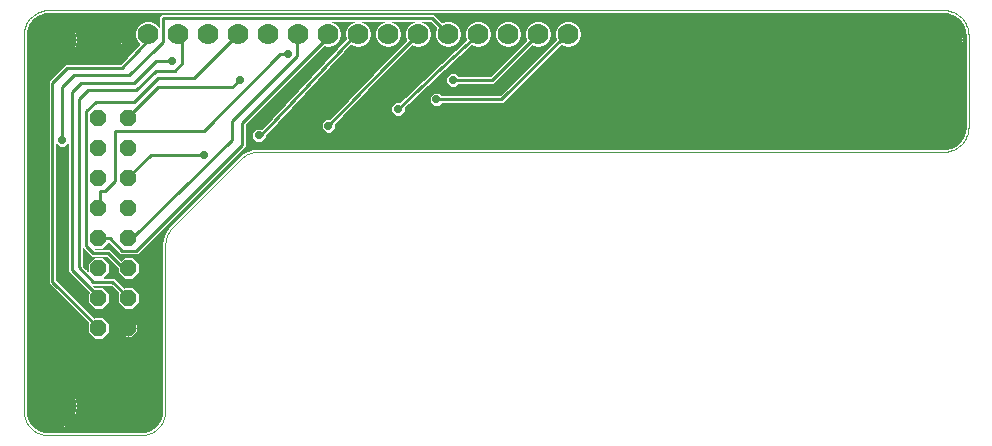
<source format=gbl>
G75*
G70*
%OFA0B0*%
%FSLAX24Y24*%
%IPPOS*%
%LPD*%
%AMOC8*
5,1,8,0,0,1.08239X$1,22.5*
%
%ADD10C,0.0000*%
%ADD11C,0.0700*%
%ADD12OC8,0.0560*%
%ADD13C,0.1575*%
%ADD14C,0.0001*%
%ADD15C,0.0100*%
%ADD16C,0.0290*%
D10*
X000728Y000728D02*
X000912Y000594D01*
X001128Y000524D01*
X001242Y000515D01*
X004313Y000515D01*
X004426Y000524D01*
X004643Y000594D01*
X004826Y000728D01*
X004960Y000912D01*
X005030Y001128D01*
X005039Y001242D01*
X005039Y006887D01*
X005103Y007123D01*
X005103Y007123D01*
X005225Y007334D01*
X005225Y007334D01*
X005282Y007391D01*
X005282Y007391D01*
X007553Y009663D01*
X007582Y009692D01*
X007612Y009722D01*
X007713Y009823D01*
X007713Y009823D01*
X008053Y009964D01*
X031084Y009964D01*
X031198Y009973D01*
X031414Y010043D01*
X031598Y010177D01*
X031732Y010361D01*
X031802Y010577D01*
X031811Y010691D01*
X031811Y013761D01*
X031802Y013875D01*
X031732Y014091D01*
X031598Y014275D01*
X031414Y014409D01*
X031414Y014409D01*
X031198Y014479D01*
X031084Y014488D01*
X001242Y014488D01*
X001128Y014479D01*
X000912Y014409D01*
X000728Y014275D01*
X000594Y014091D01*
X000524Y013875D01*
X000515Y013761D01*
X000515Y001242D01*
X000524Y001128D01*
X000594Y000912D01*
X000728Y000728D01*
X000879Y000806D02*
X000961Y000743D01*
X001050Y000691D01*
X001146Y000652D01*
X001245Y000625D01*
X001348Y000612D01*
X001399Y000612D01*
X001399Y001399D01*
X001399Y001399D01*
X000612Y001399D01*
X000612Y001348D01*
X000625Y001245D01*
X000652Y001146D01*
X000691Y001050D01*
X000743Y000961D01*
X000806Y000879D01*
X000879Y000806D01*
X001399Y000612D02*
X001451Y000612D01*
X001553Y000625D01*
X001653Y000652D01*
X001748Y000691D01*
X001838Y000743D01*
X001920Y000806D01*
X001992Y000879D01*
X002055Y000961D01*
X002107Y001050D01*
X002146Y001146D01*
X002173Y001245D01*
X002187Y001348D01*
X002187Y001399D01*
X001399Y001399D01*
X001399Y001399D01*
X001399Y000612D01*
X001242Y000415D02*
X004313Y000415D01*
X004369Y000417D01*
X004426Y000423D01*
X004481Y000432D01*
X004536Y000446D01*
X004590Y000463D01*
X004642Y000483D01*
X004693Y000508D01*
X004743Y000535D01*
X004790Y000566D01*
X004835Y000600D01*
X004877Y000638D01*
X004917Y000678D01*
X004955Y000720D01*
X004989Y000765D01*
X005020Y000812D01*
X005047Y000862D01*
X005072Y000913D01*
X005092Y000965D01*
X005109Y001019D01*
X005123Y001074D01*
X005132Y001129D01*
X005138Y001186D01*
X005140Y001242D01*
X005139Y001242D02*
X005139Y006765D01*
X005382Y007350D02*
X007653Y009622D01*
X007749Y009965D02*
X007825Y010041D01*
X007825Y010761D01*
X010443Y013379D01*
X010473Y013367D01*
X010644Y013367D01*
X010802Y013432D01*
X010923Y013553D01*
X010989Y013711D01*
X010989Y013882D01*
X010923Y014040D01*
X010802Y014161D01*
X010697Y014205D01*
X011420Y014205D01*
X011315Y014161D01*
X011194Y014040D01*
X011129Y013882D01*
X011129Y013711D01*
X011156Y013644D01*
X008358Y010630D01*
X008348Y010640D01*
X008162Y010640D01*
X008030Y010508D01*
X008030Y010322D01*
X008162Y010190D01*
X008348Y010190D01*
X008480Y010322D01*
X008480Y010380D01*
X011315Y013433D01*
X011315Y013432D01*
X011473Y013367D01*
X011644Y013367D01*
X011802Y013432D01*
X011923Y013553D01*
X011989Y013711D01*
X011989Y013882D01*
X011923Y014040D01*
X011802Y014161D01*
X011697Y014205D01*
X012420Y014205D01*
X012315Y014161D01*
X012194Y014040D01*
X012129Y013882D01*
X012129Y013711D01*
X012194Y013553D01*
X012315Y013432D01*
X012473Y013367D01*
X012644Y013367D01*
X012802Y013432D01*
X012923Y013553D01*
X012989Y013711D01*
X012989Y013882D01*
X012923Y014040D01*
X012802Y014161D01*
X012697Y014205D01*
X013420Y014205D01*
X013315Y014161D01*
X013194Y014040D01*
X013129Y013882D01*
X013129Y013711D01*
X013175Y013599D01*
X012360Y012784D01*
X012358Y012784D01*
X012322Y012746D01*
X012285Y012709D01*
X012285Y012707D01*
X010611Y010960D01*
X010482Y010960D01*
X010350Y010828D01*
X010350Y010642D01*
X010482Y010510D01*
X010668Y010510D01*
X010800Y010642D01*
X010800Y010782D01*
X012508Y012564D01*
X013358Y013414D01*
X013473Y013367D01*
X013644Y013367D01*
X013802Y013432D01*
X013923Y013553D01*
X013989Y013711D01*
X013989Y013882D01*
X013923Y014040D01*
X013802Y014161D01*
X013697Y014205D01*
X013961Y014205D01*
X014174Y013992D01*
X014129Y013882D01*
X014129Y013711D01*
X014194Y013553D01*
X014315Y013432D01*
X014473Y013367D01*
X014644Y013367D01*
X014802Y013432D01*
X014923Y013553D01*
X014989Y013711D01*
X014989Y013882D01*
X014923Y014040D01*
X014802Y014161D01*
X014644Y014227D01*
X014473Y014227D01*
X014356Y014178D01*
X014069Y014465D01*
X005001Y014465D01*
X004925Y014389D01*
X004925Y014036D01*
X004923Y014040D01*
X004802Y014161D01*
X004644Y014227D01*
X004473Y014227D01*
X004315Y014161D01*
X004194Y014040D01*
X004129Y013882D01*
X004129Y013711D01*
X004194Y013553D01*
X004276Y013472D01*
X003638Y012785D01*
X001801Y012785D01*
X001245Y012229D01*
X001245Y005481D01*
X001321Y005405D01*
X002569Y004157D01*
X002550Y004137D01*
X002550Y003839D01*
X002760Y003628D01*
X003059Y003628D01*
X003270Y003839D01*
X003270Y004137D01*
X003059Y004348D01*
X002760Y004348D01*
X002753Y004341D01*
X001505Y005589D01*
X001505Y010127D01*
X001602Y010030D01*
X001788Y010030D01*
X001885Y010127D01*
X001885Y005881D01*
X001961Y005805D01*
X002589Y005177D01*
X002550Y005137D01*
X002550Y004839D01*
X002760Y004628D01*
X003059Y004628D01*
X003270Y004839D01*
X003270Y005137D01*
X003059Y005348D01*
X002785Y005348D01*
X002729Y005405D01*
X003321Y005405D01*
X003569Y005157D01*
X003550Y005137D01*
X003550Y004839D01*
X003760Y004628D01*
X004059Y004628D01*
X004270Y004839D01*
X004270Y005137D01*
X004059Y005348D01*
X003760Y005348D01*
X003753Y005341D01*
X003505Y005589D01*
X003429Y005665D01*
X003095Y005665D01*
X003270Y005839D01*
X003270Y006137D01*
X003059Y006348D01*
X002760Y006348D01*
X002550Y006137D01*
X002550Y005904D01*
X002385Y006069D01*
X002385Y006661D01*
X002441Y006605D01*
X002681Y006365D01*
X003161Y006365D01*
X003550Y005976D01*
X003550Y005839D01*
X003760Y005628D01*
X004059Y005628D01*
X004270Y005839D01*
X004270Y006137D01*
X004059Y006348D01*
X003760Y006348D01*
X003653Y006241D01*
X003345Y006549D01*
X003269Y006625D01*
X002789Y006625D01*
X002785Y006628D01*
X003059Y006628D01*
X003258Y006828D01*
X003565Y006521D01*
X003641Y006445D01*
X004229Y006445D01*
X007749Y009965D01*
X008238Y009864D02*
X031084Y009864D01*
X031140Y009866D01*
X031197Y009872D01*
X031252Y009881D01*
X031307Y009895D01*
X031361Y009912D01*
X031413Y009932D01*
X031464Y009957D01*
X031514Y009984D01*
X031561Y010015D01*
X031606Y010049D01*
X031648Y010087D01*
X031688Y010127D01*
X031726Y010169D01*
X031760Y010214D01*
X031791Y010261D01*
X031818Y010311D01*
X031843Y010362D01*
X031863Y010414D01*
X031880Y010468D01*
X031894Y010523D01*
X031903Y010578D01*
X031909Y010635D01*
X031911Y010691D01*
X031911Y013761D01*
X031701Y013758D02*
X031674Y013858D01*
X031634Y013953D01*
X031583Y014042D01*
X031520Y014124D01*
X031447Y014197D01*
X031365Y014260D01*
X031276Y014312D01*
X031180Y014351D01*
X031081Y014378D01*
X030978Y014391D01*
X030927Y014391D01*
X030927Y013604D01*
X031714Y013604D01*
X031714Y013656D01*
X031701Y013758D01*
X031714Y013604D02*
X030927Y013604D01*
X030927Y013604D01*
X030927Y013604D01*
X030927Y012817D01*
X030978Y012817D01*
X031081Y012830D01*
X031180Y012857D01*
X031276Y012896D01*
X031365Y012948D01*
X031447Y013011D01*
X031520Y013084D01*
X031583Y013166D01*
X031634Y013255D01*
X031674Y013350D01*
X031701Y013450D01*
X031714Y013552D01*
X031714Y013604D01*
X031911Y013761D02*
X031909Y013817D01*
X031903Y013874D01*
X031894Y013929D01*
X031880Y013984D01*
X031863Y014038D01*
X031843Y014090D01*
X031818Y014141D01*
X031791Y014191D01*
X031760Y014238D01*
X031726Y014283D01*
X031688Y014325D01*
X031648Y014365D01*
X031606Y014403D01*
X031561Y014437D01*
X031514Y014468D01*
X031464Y014495D01*
X031413Y014520D01*
X031361Y014540D01*
X031307Y014557D01*
X031252Y014571D01*
X031197Y014580D01*
X031140Y014586D01*
X031084Y014588D01*
X001242Y014588D01*
X001245Y014378D02*
X001146Y014351D01*
X001050Y014312D01*
X000961Y014260D01*
X000879Y014197D01*
X000806Y014124D01*
X000743Y014042D01*
X000691Y013953D01*
X000652Y013858D01*
X000625Y013758D01*
X000612Y013656D01*
X000612Y013604D01*
X001399Y013604D01*
X001399Y013604D01*
X000612Y013604D01*
X000612Y013552D01*
X000625Y013450D01*
X000652Y013350D01*
X000691Y013255D01*
X000743Y013166D01*
X000806Y013084D01*
X000879Y013011D01*
X000961Y012948D01*
X001050Y012896D01*
X001146Y012857D01*
X001245Y012830D01*
X001348Y012817D01*
X001399Y012817D01*
X001399Y013604D01*
X001399Y014391D01*
X001348Y014391D01*
X001245Y014378D01*
X001399Y014391D02*
X001451Y014391D01*
X001553Y014378D01*
X001653Y014351D01*
X001748Y014312D01*
X001838Y014260D01*
X001920Y014197D01*
X001992Y014124D01*
X002055Y014042D01*
X002107Y013953D01*
X002146Y013858D01*
X002173Y013758D01*
X002187Y013656D01*
X002187Y013604D01*
X001399Y013604D01*
X001399Y013604D01*
X001399Y013604D01*
X001399Y014391D01*
X001242Y014588D02*
X001186Y014586D01*
X001129Y014580D01*
X001074Y014571D01*
X001019Y014557D01*
X000965Y014540D01*
X000913Y014520D01*
X000862Y014495D01*
X000812Y014468D01*
X000765Y014437D01*
X000720Y014403D01*
X000678Y014365D01*
X000638Y014325D01*
X000600Y014283D01*
X000566Y014238D01*
X000535Y014191D01*
X000508Y014141D01*
X000483Y014090D01*
X000463Y014038D01*
X000446Y013984D01*
X000432Y013929D01*
X000423Y013874D01*
X000417Y013817D01*
X000415Y013761D01*
X000415Y001242D01*
X000612Y001399D02*
X001399Y001399D01*
X001399Y001399D01*
X001399Y002187D01*
X001348Y002187D01*
X001245Y002173D01*
X001146Y002146D01*
X001050Y002107D01*
X000961Y002055D01*
X000879Y001992D01*
X000806Y001920D01*
X000743Y001838D01*
X000691Y001748D01*
X000652Y001653D01*
X000625Y001553D01*
X000612Y001451D01*
X000612Y001399D01*
X000415Y001242D02*
X000417Y001186D01*
X000423Y001129D01*
X000432Y001074D01*
X000446Y001019D01*
X000463Y000965D01*
X000483Y000913D01*
X000508Y000862D01*
X000535Y000812D01*
X000566Y000765D01*
X000600Y000720D01*
X000638Y000678D01*
X000678Y000638D01*
X000720Y000600D01*
X000765Y000566D01*
X000812Y000535D01*
X000862Y000508D01*
X000913Y000483D01*
X000965Y000463D01*
X001019Y000446D01*
X001074Y000432D01*
X001129Y000423D01*
X001186Y000417D01*
X001242Y000415D01*
X001399Y001399D02*
X002187Y001399D01*
X002187Y001451D01*
X002173Y001553D01*
X002146Y001653D01*
X002107Y001748D01*
X002055Y001838D01*
X001992Y001920D01*
X001920Y001992D01*
X001838Y002055D01*
X001748Y002107D01*
X001653Y002146D01*
X001553Y002173D01*
X001451Y002187D01*
X001399Y002187D01*
X001399Y001399D01*
X001399Y001399D01*
X003794Y003708D02*
X003630Y003872D01*
X003630Y003988D01*
X003910Y003988D01*
X003910Y003988D01*
X004190Y003988D01*
X004190Y003872D01*
X004026Y003708D01*
X003910Y003708D01*
X003910Y003988D01*
X003910Y003988D01*
X004190Y003988D01*
X004190Y004104D01*
X004026Y004268D01*
X003910Y004268D01*
X003910Y003988D01*
X003910Y003708D01*
X003794Y003708D01*
X003910Y003988D02*
X003910Y003988D01*
X003910Y003988D01*
X003630Y003988D01*
X003630Y004104D01*
X003794Y004268D01*
X003910Y004268D01*
X003910Y003988D01*
X005139Y006765D02*
X005141Y006819D01*
X005146Y006873D01*
X005155Y006926D01*
X005167Y006979D01*
X005183Y007031D01*
X005202Y007081D01*
X005224Y007131D01*
X005250Y007178D01*
X005278Y007224D01*
X005310Y007268D01*
X005344Y007310D01*
X005381Y007350D01*
X007653Y009622D02*
X007693Y009659D01*
X007735Y009693D01*
X007779Y009725D01*
X007825Y009753D01*
X007872Y009779D01*
X007922Y009801D01*
X007972Y009820D01*
X008024Y009836D01*
X008077Y009848D01*
X008130Y009857D01*
X008184Y009862D01*
X008238Y009864D01*
X012670Y011202D02*
X012802Y011070D01*
X012988Y011070D01*
X013120Y011202D01*
X013120Y011329D01*
X014424Y012560D01*
X015345Y013420D01*
X015473Y013367D01*
X015644Y013367D01*
X015802Y013432D01*
X015923Y013553D01*
X015989Y013711D01*
X015989Y013882D01*
X015923Y014040D01*
X015802Y014161D01*
X015644Y014227D01*
X015473Y014227D01*
X015315Y014161D01*
X015194Y014040D01*
X015129Y013882D01*
X015129Y013711D01*
X015170Y013612D01*
X014285Y012786D01*
X014246Y012750D01*
X014207Y012713D01*
X012944Y011520D01*
X012802Y011520D01*
X012670Y011388D01*
X012670Y011202D01*
X013950Y011522D02*
X013950Y011708D01*
X014082Y011840D01*
X014268Y011840D01*
X014363Y011745D01*
X016281Y011745D01*
X018163Y013627D01*
X018129Y013711D01*
X018129Y013882D01*
X018194Y014040D01*
X018315Y014161D01*
X018473Y014227D01*
X018644Y014227D01*
X018802Y014161D01*
X018923Y014040D01*
X018989Y013882D01*
X018989Y013711D01*
X018923Y013553D01*
X018802Y013432D01*
X018644Y013367D01*
X018473Y013367D01*
X018330Y013426D01*
X016389Y011485D01*
X016281Y011485D01*
X014363Y011485D01*
X014268Y011390D01*
X014082Y011390D01*
X013950Y011522D01*
X014510Y012162D02*
X014642Y012030D01*
X014828Y012030D01*
X014923Y012125D01*
X015961Y012125D01*
X016069Y012125D01*
X017358Y013414D01*
X017473Y013367D01*
X017644Y013367D01*
X017802Y013432D01*
X017923Y013553D01*
X017989Y013711D01*
X017989Y013882D01*
X017923Y014040D01*
X017802Y014161D01*
X017644Y014227D01*
X017473Y014227D01*
X017315Y014161D01*
X017194Y014040D01*
X017129Y013882D01*
X017129Y013711D01*
X017175Y013599D01*
X015961Y012385D01*
X014923Y012385D01*
X014828Y012480D01*
X014642Y012480D01*
X014510Y012348D01*
X014510Y012162D01*
X014207Y012713D02*
X014207Y012713D01*
X014285Y012786D02*
X014285Y012786D01*
X016194Y013553D02*
X016129Y013711D01*
X016129Y013882D01*
X016194Y014040D01*
X016315Y014161D01*
X016473Y014227D01*
X016644Y014227D01*
X016802Y014161D01*
X016923Y014040D01*
X016989Y013882D01*
X016989Y013711D01*
X016923Y013553D01*
X016802Y013432D01*
X016644Y013367D01*
X016473Y013367D01*
X016315Y013432D01*
X016194Y013553D01*
X003909Y013762D02*
X003909Y013797D01*
X003909Y013831D01*
X003895Y013899D01*
X003869Y013963D01*
X003831Y014020D01*
X003782Y014069D01*
X003724Y014107D01*
X003661Y014133D01*
X003593Y014147D01*
X003559Y014147D01*
X003559Y013797D01*
X003909Y013797D01*
X003559Y013797D01*
X003559Y013797D01*
X003559Y013797D01*
X003559Y013447D01*
X003593Y013447D01*
X003661Y013460D01*
X003724Y013487D01*
X003782Y013525D01*
X003831Y013574D01*
X003869Y013631D01*
X003895Y013695D01*
X003909Y013762D01*
X003559Y013797D02*
X003559Y013797D01*
X003559Y014147D01*
X003524Y014147D01*
X003457Y014133D01*
X003393Y014107D01*
X003336Y014069D01*
X003287Y014020D01*
X003248Y013963D01*
X003222Y013899D01*
X003209Y013831D01*
X003209Y013797D01*
X003559Y013797D01*
X003559Y013797D01*
X003559Y013447D01*
X003524Y013447D01*
X003457Y013460D01*
X003393Y013487D01*
X003336Y013525D01*
X003287Y013574D01*
X003248Y013631D01*
X003222Y013695D01*
X003209Y013762D01*
X003209Y013797D01*
X003559Y013797D01*
X002187Y013604D02*
X001399Y013604D01*
X001399Y012817D01*
X001451Y012817D01*
X001553Y012830D01*
X001653Y012857D01*
X001748Y012896D01*
X001838Y012948D01*
X001920Y013011D01*
X001992Y013084D01*
X002055Y013166D01*
X002107Y013255D01*
X002146Y013350D01*
X002173Y013450D01*
X002187Y013552D01*
X002187Y013604D01*
X001399Y013604D02*
X001399Y013604D01*
X030139Y013604D02*
X030139Y013552D01*
X030153Y013450D01*
X030180Y013350D01*
X030219Y013255D01*
X030271Y013166D01*
X030333Y013084D01*
X030406Y013011D01*
X030488Y012948D01*
X030578Y012896D01*
X030673Y012857D01*
X030773Y012830D01*
X030875Y012817D01*
X030927Y012817D01*
X030927Y013604D01*
X030927Y013604D01*
X030927Y014391D01*
X030875Y014391D01*
X030773Y014378D01*
X030673Y014351D01*
X030578Y014312D01*
X030488Y014260D01*
X030406Y014197D01*
X030333Y014124D01*
X030271Y014042D01*
X030219Y013953D01*
X030180Y013858D01*
X030153Y013758D01*
X030139Y013656D01*
X030139Y013604D01*
X030927Y013604D01*
X030927Y013604D01*
X030139Y013604D01*
D11*
X018559Y013797D03*
X017559Y013797D03*
X016559Y013797D03*
X015559Y013797D03*
X014559Y013797D03*
X013559Y013797D03*
X012559Y013797D03*
X011559Y013797D03*
X010559Y013797D03*
X009559Y013797D03*
X008559Y013797D03*
X007559Y013797D03*
X006559Y013797D03*
X005559Y013797D03*
X004559Y013797D03*
X003559Y013797D03*
D12*
X003910Y010988D03*
X002910Y010988D03*
X002910Y009988D03*
X003910Y009988D03*
X003910Y008988D03*
X002910Y008988D03*
X002910Y007988D03*
X003910Y007988D03*
X003910Y006988D03*
X002910Y006988D03*
X002910Y005988D03*
X003910Y005988D03*
X003910Y004988D03*
X002910Y004988D03*
X002910Y003988D03*
X003910Y003988D03*
D13*
X001399Y001399D03*
X001399Y013604D03*
X030927Y013604D03*
D14*
X030927Y013604D01*
X030927Y013605D02*
X030927Y013605D01*
X030927Y013606D02*
X030927Y013606D01*
X030927Y013607D02*
X030927Y013607D01*
X030927Y013608D02*
X030927Y013608D01*
X030927Y013609D02*
X030927Y013609D01*
X030927Y013610D02*
X030927Y013610D01*
X030927Y013611D02*
X030927Y013611D01*
X030927Y013612D02*
X030927Y013612D01*
X030927Y013613D02*
X030927Y013613D01*
X030927Y013614D02*
X030927Y013614D01*
X030927Y013615D02*
X030927Y013615D01*
X030927Y013616D02*
X030927Y013616D01*
X030927Y013617D02*
X030927Y013617D01*
X030927Y013618D02*
X030927Y013618D01*
X030927Y013619D02*
X030927Y013619D01*
X030927Y013620D02*
X030927Y013620D01*
X030927Y013621D02*
X030927Y013621D01*
X030927Y013622D02*
X030927Y013622D01*
X030927Y013623D02*
X030927Y013623D01*
X030927Y013624D02*
X030927Y013624D01*
X030927Y013625D02*
X030927Y013625D01*
X030927Y013626D02*
X030927Y013626D01*
X030927Y013627D02*
X030927Y013627D01*
X030927Y013628D02*
X030927Y013628D01*
X030927Y013629D02*
X030927Y013629D01*
X030927Y013630D02*
X030927Y013630D01*
X030927Y013631D02*
X030927Y013631D01*
X030927Y013632D02*
X030927Y013632D01*
X030927Y013633D02*
X030927Y013633D01*
X030927Y013634D02*
X030927Y013634D01*
X030927Y013635D02*
X030927Y013635D01*
X030927Y013636D02*
X030927Y013636D01*
X030927Y013637D02*
X030927Y013637D01*
X030927Y013638D02*
X030927Y013638D01*
X030927Y013639D02*
X030927Y013639D01*
X030927Y013640D02*
X030927Y013640D01*
X030927Y013641D02*
X030927Y013641D01*
X030927Y013642D02*
X030927Y013642D01*
X030927Y013643D02*
X030927Y013643D01*
X030927Y013644D02*
X030927Y013644D01*
X030927Y013645D02*
X030927Y013645D01*
X030927Y013646D02*
X030927Y013646D01*
X030927Y013647D02*
X030927Y013647D01*
X030927Y013648D02*
X030927Y013648D01*
X030927Y013649D02*
X030927Y013649D01*
X030927Y013650D02*
X030927Y013650D01*
X030927Y013651D02*
X030927Y013651D01*
X030927Y013652D02*
X030927Y013652D01*
X030927Y013653D02*
X030927Y013653D01*
X030927Y013654D02*
X030927Y013654D01*
X030927Y013655D02*
X030927Y013655D01*
X030927Y013656D02*
X030927Y013656D01*
X030927Y013657D02*
X030927Y013657D01*
X030927Y013658D02*
X030927Y013658D01*
X030927Y013659D02*
X030927Y013659D01*
X030927Y013660D02*
X030927Y013660D01*
X030927Y013661D02*
X030927Y013661D01*
X030927Y013662D02*
X030927Y013662D01*
X030927Y013663D02*
X030927Y013663D01*
X030927Y013664D02*
X030927Y013664D01*
X030927Y013665D02*
X030927Y013665D01*
X030927Y013666D02*
X030927Y013666D01*
X030927Y013667D02*
X030927Y013667D01*
X030927Y013668D02*
X030927Y013668D01*
X030927Y013669D02*
X030927Y013669D01*
X030927Y013670D02*
X030927Y013670D01*
X030927Y013671D02*
X030927Y013671D01*
X030927Y013672D02*
X030927Y013672D01*
X030927Y013673D02*
X030927Y013673D01*
X030927Y013674D02*
X030927Y013674D01*
X030927Y013675D02*
X030927Y013675D01*
X030927Y013676D02*
X030927Y013676D01*
X030927Y013677D02*
X030927Y013677D01*
X030927Y013678D02*
X030927Y013678D01*
X030927Y013679D02*
X030927Y013679D01*
X030927Y013680D02*
X030927Y013680D01*
X030927Y013681D02*
X030927Y013681D01*
X030927Y013682D02*
X030927Y013682D01*
X030927Y013683D02*
X030927Y013683D01*
X030927Y013684D02*
X030927Y013684D01*
X030927Y013685D02*
X030927Y013685D01*
X030927Y013686D02*
X030927Y013686D01*
X030927Y013687D02*
X030927Y013687D01*
X030927Y013688D02*
X030927Y013688D01*
X030927Y013689D02*
X030927Y013689D01*
X030927Y013690D02*
X030927Y013690D01*
X030927Y013691D02*
X030927Y013691D01*
X030927Y013692D02*
X030927Y013692D01*
X030927Y013693D02*
X030927Y013693D01*
X030927Y013694D02*
X030927Y013694D01*
X030927Y013695D02*
X030927Y013695D01*
X030927Y013696D02*
X030927Y013696D01*
X030927Y013697D02*
X030927Y013697D01*
X030927Y013698D02*
X030927Y013698D01*
X030927Y013699D02*
X030927Y013699D01*
X030927Y013700D02*
X030927Y013700D01*
X030927Y013701D02*
X030927Y013701D01*
X030927Y013702D02*
X030927Y013702D01*
X030927Y013703D02*
X030927Y013703D01*
X030927Y013704D02*
X030927Y013704D01*
X030927Y013705D02*
X030927Y013705D01*
X030927Y013706D02*
X030927Y013706D01*
X030927Y013707D02*
X030927Y013707D01*
X030927Y013708D02*
X030927Y013708D01*
X030927Y013709D02*
X030927Y013709D01*
X030927Y013710D02*
X030927Y013710D01*
X030927Y013711D02*
X030927Y013711D01*
X030927Y013712D02*
X030927Y013712D01*
X030927Y013713D02*
X030927Y013713D01*
X030927Y013714D02*
X030927Y013714D01*
X030927Y013715D02*
X030927Y013715D01*
X030927Y013716D02*
X030927Y013716D01*
X030927Y013717D02*
X030927Y013717D01*
X030927Y013718D02*
X030927Y013718D01*
X030927Y013719D02*
X030927Y013719D01*
X030927Y013720D02*
X030927Y013720D01*
X030927Y013721D02*
X030927Y013721D01*
X030927Y013722D02*
X030927Y013722D01*
X030927Y013723D02*
X030927Y013723D01*
X030927Y013724D02*
X030927Y013724D01*
X030927Y013725D02*
X030927Y013725D01*
X030927Y013726D02*
X030927Y013726D01*
X030927Y013727D02*
X030927Y013727D01*
X030927Y013728D02*
X030927Y013728D01*
X030927Y013729D02*
X030927Y013729D01*
X030927Y013730D02*
X030927Y013730D01*
X030927Y013731D02*
X030927Y013731D01*
X030927Y013732D02*
X030927Y013732D01*
X030927Y013733D02*
X030927Y013733D01*
X030927Y013734D02*
X030927Y013734D01*
X030927Y013735D02*
X030927Y013735D01*
X030927Y013736D02*
X030927Y013736D01*
X030927Y013737D02*
X030927Y013737D01*
X030927Y013738D02*
X030927Y013738D01*
X030927Y013739D02*
X030927Y013739D01*
X030927Y013740D02*
X030927Y013740D01*
X030927Y013741D02*
X030927Y013741D01*
X030927Y013742D02*
X030927Y013742D01*
X030927Y013743D02*
X030927Y013743D01*
X030927Y013744D02*
X030927Y013744D01*
X030927Y013745D02*
X030927Y013745D01*
X030927Y013746D02*
X030927Y013746D01*
X030927Y013747D02*
X030927Y013747D01*
X030927Y013748D02*
X030927Y013748D01*
X030927Y013749D02*
X030927Y013749D01*
X030927Y013750D02*
X030927Y013750D01*
X030927Y013751D02*
X030927Y013751D01*
X030927Y013752D02*
X030927Y013752D01*
X030927Y013753D02*
X030927Y013753D01*
X030927Y013754D02*
X030927Y013754D01*
X030927Y013755D02*
X030927Y013755D01*
X030927Y013756D02*
X030927Y013756D01*
X030927Y013757D02*
X030927Y013757D01*
X030927Y013758D02*
X030927Y013758D01*
X030927Y013759D02*
X030927Y013759D01*
X030927Y013760D02*
X030927Y013760D01*
X030927Y013761D02*
X030927Y013761D01*
X030927Y013762D02*
X030927Y013762D01*
X030927Y013763D02*
X030927Y013763D01*
X030927Y013764D02*
X030927Y013764D01*
X030927Y013765D02*
X030927Y013765D01*
X030927Y013766D02*
X030927Y013766D01*
X030927Y013767D02*
X030927Y013767D01*
X030927Y013768D02*
X030927Y013768D01*
X030927Y013769D02*
X030927Y013769D01*
X030927Y013770D02*
X030927Y013770D01*
X030927Y013771D02*
X030927Y013771D01*
X030927Y013772D02*
X030927Y013772D01*
X030927Y013773D02*
X030927Y013773D01*
X030927Y013774D02*
X030927Y013774D01*
X030927Y013775D02*
X030927Y013775D01*
X030927Y013776D02*
X030927Y013776D01*
X030927Y013777D02*
X030927Y013777D01*
X030927Y013778D02*
X030927Y013778D01*
X030927Y013779D02*
X030927Y013779D01*
X030927Y013780D02*
X030927Y013780D01*
X030927Y013781D02*
X030927Y013781D01*
X030927Y013782D02*
X030927Y013782D01*
X030927Y013783D02*
X030927Y013783D01*
X030927Y013784D02*
X030927Y013784D01*
X030927Y013785D02*
X030927Y013785D01*
X030927Y013786D02*
X030927Y013786D01*
X030927Y013787D02*
X030927Y013787D01*
X030927Y013788D02*
X030927Y013788D01*
X030927Y013789D02*
X030927Y013789D01*
X030927Y013790D02*
X030927Y013790D01*
X030927Y013791D02*
X030927Y013791D01*
X030927Y013792D02*
X030927Y013792D01*
X030927Y013793D02*
X030927Y013793D01*
X030927Y013794D02*
X030927Y013794D01*
X030927Y013795D02*
X030927Y013795D01*
X030927Y013796D02*
X030927Y013796D01*
X030927Y013797D02*
X030927Y013797D01*
X030927Y013798D02*
X030927Y013798D01*
X030927Y013799D02*
X030927Y013799D01*
X030927Y013800D02*
X030927Y013800D01*
X030927Y013801D02*
X030927Y013801D01*
X030927Y013802D02*
X030927Y013802D01*
X030927Y013803D02*
X030927Y013803D01*
X030927Y013804D02*
X030927Y013804D01*
X030927Y013805D02*
X030927Y013805D01*
X030927Y013806D02*
X030927Y013806D01*
X030927Y013807D02*
X030927Y013807D01*
X030927Y013808D02*
X030927Y013808D01*
X030927Y013809D02*
X030927Y013809D01*
X030927Y013810D02*
X030927Y013810D01*
X030927Y013811D02*
X030927Y013811D01*
X030927Y013812D02*
X030927Y013812D01*
X030927Y013813D02*
X030927Y013813D01*
X030927Y013814D02*
X030927Y013814D01*
X030927Y013815D02*
X030927Y013815D01*
X030927Y013816D02*
X030927Y013816D01*
X030927Y013817D02*
X030927Y013817D01*
X030927Y013818D02*
X030927Y013818D01*
X030927Y013819D02*
X030927Y013819D01*
X030927Y013820D02*
X030927Y013820D01*
X030927Y013821D02*
X030927Y013821D01*
X030927Y013822D02*
X030927Y013822D01*
X030927Y013823D02*
X030927Y013823D01*
X030927Y013824D02*
X030927Y013824D01*
X030927Y013825D02*
X030927Y013825D01*
X030927Y013826D02*
X030927Y013826D01*
X030927Y013827D02*
X030927Y013827D01*
X030927Y013828D02*
X030927Y013828D01*
X030927Y013829D02*
X030927Y013829D01*
X030927Y013830D02*
X030927Y013830D01*
X030927Y013831D02*
X030927Y013831D01*
X030927Y013832D02*
X030927Y013832D01*
X030927Y013833D02*
X030927Y013833D01*
X030927Y013834D02*
X030927Y013834D01*
X030927Y013835D02*
X030927Y013835D01*
X030927Y013836D02*
X030927Y013836D01*
X030927Y013837D02*
X030927Y013837D01*
X030927Y013838D02*
X030927Y013838D01*
X030927Y013839D02*
X030927Y013839D01*
X030927Y013840D02*
X030927Y013840D01*
X030927Y013841D02*
X030927Y013841D01*
X030927Y013842D02*
X030927Y013842D01*
X030927Y013843D02*
X030927Y013843D01*
X030927Y013844D02*
X030927Y013844D01*
X030927Y013845D02*
X030927Y013845D01*
X030927Y013846D02*
X030927Y013846D01*
X030927Y013847D02*
X030927Y013847D01*
X030927Y013848D02*
X030927Y013848D01*
X030927Y013849D02*
X030927Y013849D01*
X030927Y013850D02*
X030927Y013850D01*
X030927Y013851D02*
X030927Y013851D01*
X030927Y013852D02*
X030927Y013852D01*
X030927Y013853D02*
X030927Y013853D01*
X030927Y013854D02*
X030927Y013854D01*
X030927Y013855D02*
X030927Y013855D01*
X030927Y013856D02*
X030927Y013856D01*
X030927Y013857D02*
X030927Y013857D01*
X030927Y013858D02*
X030927Y013858D01*
X030927Y013859D02*
X030927Y013859D01*
X030927Y013860D02*
X030927Y013860D01*
X030927Y013861D02*
X030927Y013861D01*
X030927Y013862D02*
X030927Y013862D01*
X030927Y013863D02*
X030927Y013863D01*
X030927Y013864D02*
X030927Y013864D01*
X030927Y013865D02*
X030927Y013865D01*
X030927Y013866D02*
X030927Y013866D01*
X030927Y013867D02*
X030927Y013867D01*
X030927Y013868D02*
X030927Y013868D01*
X030927Y013869D02*
X030927Y013869D01*
X030927Y013870D02*
X030927Y013870D01*
X030927Y013871D02*
X030927Y013871D01*
X030927Y013872D02*
X030927Y013872D01*
X030927Y013873D02*
X030927Y013873D01*
X030927Y013874D02*
X030927Y013874D01*
X030927Y013875D02*
X030927Y013875D01*
X030927Y013876D02*
X030927Y013876D01*
X030927Y013877D02*
X030927Y013877D01*
X030927Y013878D02*
X030927Y013878D01*
X030927Y013879D02*
X030927Y013879D01*
X030927Y013880D02*
X030927Y013880D01*
X030927Y013881D02*
X030927Y013881D01*
X030927Y013882D02*
X030927Y013882D01*
X030927Y013883D02*
X030927Y013883D01*
X030927Y013884D02*
X030927Y013884D01*
X030927Y013885D02*
X030927Y013885D01*
X030927Y013886D02*
X030927Y013886D01*
X030927Y013887D02*
X030927Y013887D01*
X030927Y013888D02*
X030927Y013888D01*
X030927Y013889D02*
X030927Y013889D01*
X030927Y013890D02*
X030927Y013890D01*
X030927Y013891D02*
X030927Y013891D01*
X030927Y013892D02*
X030927Y013892D01*
X030927Y013893D02*
X030927Y013893D01*
X030927Y013894D02*
X030927Y013894D01*
X030927Y013895D02*
X030927Y013895D01*
X030927Y013896D02*
X030927Y013896D01*
X030927Y013897D02*
X030927Y013897D01*
X030927Y013898D02*
X030927Y013898D01*
X030927Y013899D02*
X030927Y013899D01*
X030927Y013900D02*
X030927Y013900D01*
X030927Y013901D02*
X030927Y013901D01*
X030927Y013902D02*
X030927Y013902D01*
X030927Y013903D02*
X030927Y013903D01*
X030927Y013904D02*
X030927Y013904D01*
X030927Y013905D02*
X030927Y013905D01*
X030927Y013906D02*
X030927Y013906D01*
X030927Y013907D02*
X030927Y013907D01*
X030927Y013908D02*
X030927Y013908D01*
X030927Y013909D02*
X030927Y013909D01*
X030927Y013910D02*
X030927Y013910D01*
X030927Y013911D02*
X030927Y013911D01*
X030927Y013912D02*
X030927Y013912D01*
X030927Y013913D02*
X030927Y013913D01*
X030927Y013914D02*
X030927Y013914D01*
X030927Y013915D02*
X030927Y013915D01*
X030927Y013916D02*
X030927Y013916D01*
X030927Y013917D02*
X030927Y013917D01*
X030927Y013918D02*
X030927Y013918D01*
X030927Y013919D02*
X030927Y013919D01*
X030927Y013920D02*
X030927Y013920D01*
X030927Y013921D02*
X030927Y013921D01*
X030927Y013922D02*
X030927Y013922D01*
X030927Y013923D02*
X030927Y013923D01*
X030927Y013924D02*
X030927Y013924D01*
X030927Y013925D02*
X030927Y013925D01*
X030927Y013926D02*
X030927Y013926D01*
X030927Y013927D02*
X030927Y013927D01*
X030927Y013928D02*
X030927Y013928D01*
X030927Y013929D02*
X030927Y013929D01*
X030927Y013930D02*
X030927Y013930D01*
X030927Y013931D02*
X030927Y013931D01*
X030927Y013932D02*
X030927Y013932D01*
X030927Y013933D02*
X030927Y013933D01*
X030927Y013934D02*
X030927Y013934D01*
X030927Y013935D02*
X030927Y013935D01*
X030927Y013936D02*
X030927Y013936D01*
X030927Y013937D02*
X030927Y013937D01*
X030927Y013938D02*
X030927Y013938D01*
X030927Y013939D02*
X030927Y013939D01*
X030927Y013940D02*
X030927Y013940D01*
X030927Y013941D02*
X030927Y013941D01*
X030927Y013942D02*
X030927Y013942D01*
X030927Y013943D02*
X030927Y013943D01*
X030927Y013944D02*
X030927Y013944D01*
X030927Y013945D02*
X030927Y013945D01*
X030927Y013946D02*
X030927Y013946D01*
X030927Y013947D02*
X030927Y013947D01*
X030927Y013948D02*
X030927Y013948D01*
X030927Y013949D02*
X030927Y013949D01*
X030927Y013950D02*
X030927Y013950D01*
X030927Y013951D02*
X030927Y013951D01*
X030927Y013952D02*
X030927Y013952D01*
X030927Y013953D02*
X030927Y013953D01*
X030927Y013954D02*
X030927Y013954D01*
X030927Y013955D02*
X030927Y013955D01*
X030927Y013956D02*
X030927Y013956D01*
X030927Y013957D02*
X030927Y013957D01*
X030927Y013958D02*
X030927Y013958D01*
X030927Y013959D02*
X030927Y013959D01*
X030927Y013960D02*
X030927Y013960D01*
X030927Y013961D02*
X030927Y013961D01*
X030927Y013962D02*
X030927Y013962D01*
X030927Y013963D02*
X030927Y013963D01*
X030927Y013964D02*
X030927Y013964D01*
X030927Y013965D02*
X030927Y013965D01*
X030927Y013966D02*
X030927Y013966D01*
X030927Y013967D02*
X030927Y013967D01*
X030927Y013968D02*
X030927Y013968D01*
X030927Y013969D02*
X030927Y013969D01*
X030927Y013970D02*
X030927Y013970D01*
X030927Y013971D02*
X030927Y013971D01*
X030927Y013972D02*
X030927Y013972D01*
X030927Y013973D02*
X030927Y013973D01*
X030927Y013974D02*
X030927Y013974D01*
X030927Y013975D02*
X030927Y013975D01*
X030927Y013976D02*
X030927Y013976D01*
X030927Y013977D02*
X030927Y013977D01*
X030927Y013978D02*
X030927Y013978D01*
X030927Y013979D02*
X030927Y013979D01*
X030927Y013980D02*
X030927Y013980D01*
X030927Y013981D02*
X030927Y013981D01*
X030927Y013982D02*
X030927Y013982D01*
X030927Y013983D02*
X030927Y013983D01*
X030927Y013984D02*
X030927Y013984D01*
X030927Y013985D02*
X030927Y013985D01*
X030927Y013986D02*
X030927Y013986D01*
X030927Y013987D02*
X030927Y013987D01*
X030927Y013988D02*
X030927Y013988D01*
X030927Y013989D02*
X030927Y013989D01*
X030927Y013990D02*
X030927Y013990D01*
X030927Y013991D02*
X030927Y013991D01*
X030927Y013992D02*
X030927Y013992D01*
X030927Y013993D02*
X030927Y013993D01*
X030927Y013994D02*
X030927Y013994D01*
X030927Y013995D02*
X030927Y013995D01*
X030927Y013996D02*
X030927Y013996D01*
X030927Y013997D02*
X030927Y013997D01*
X030927Y013998D02*
X030927Y013998D01*
X030927Y013999D02*
X030927Y013999D01*
X030927Y014000D02*
X030927Y014000D01*
X030927Y014001D02*
X030927Y014001D01*
X030927Y014002D02*
X030927Y014002D01*
X030927Y014003D02*
X030927Y014003D01*
X030927Y014004D02*
X030927Y014004D01*
X030927Y014005D02*
X030927Y014005D01*
X030927Y014006D02*
X030927Y014006D01*
X030927Y014007D02*
X030927Y014007D01*
X030927Y014008D02*
X030927Y014008D01*
X030927Y014009D02*
X030927Y014009D01*
X030927Y014010D02*
X030927Y014010D01*
X030927Y014011D02*
X030927Y014011D01*
X030927Y014012D02*
X030927Y014012D01*
X030927Y014013D02*
X030927Y014013D01*
X030927Y014014D02*
X030927Y014014D01*
X030927Y014015D02*
X030927Y014015D01*
X030927Y014016D02*
X030927Y014016D01*
X030927Y014017D02*
X030927Y014017D01*
X030927Y014018D02*
X030927Y014018D01*
X030927Y014019D02*
X030927Y014019D01*
X030927Y014020D02*
X030927Y014020D01*
X030927Y014021D02*
X030927Y014021D01*
X030927Y014022D02*
X030927Y014022D01*
X030927Y014023D02*
X030927Y014023D01*
X030927Y014024D02*
X030927Y014024D01*
X030927Y014025D02*
X030927Y014025D01*
X030927Y014026D02*
X030927Y014026D01*
X030927Y014027D02*
X030927Y014027D01*
X030927Y014028D02*
X030927Y014028D01*
X030927Y014029D02*
X030927Y014029D01*
X030927Y014030D02*
X030927Y014030D01*
X030927Y014031D02*
X030927Y014031D01*
X030927Y014032D02*
X030927Y014032D01*
X030927Y014033D02*
X030927Y014033D01*
X030927Y014034D02*
X030927Y014034D01*
X030927Y014035D02*
X030927Y014035D01*
X030927Y014036D02*
X030927Y014036D01*
X030927Y014037D02*
X030927Y014037D01*
X030927Y014038D02*
X030927Y014038D01*
X030927Y014039D02*
X030927Y014039D01*
X030927Y014040D02*
X030927Y014040D01*
X030927Y014041D02*
X030927Y014041D01*
X030927Y014042D02*
X030927Y014042D01*
X030927Y014043D02*
X030927Y014043D01*
X030927Y014044D02*
X030927Y014044D01*
X030927Y014045D02*
X030927Y014045D01*
X030927Y014046D02*
X030927Y014046D01*
X030927Y014047D02*
X030927Y014047D01*
X030927Y014048D02*
X030927Y014048D01*
X030927Y014049D02*
X030927Y014049D01*
X030927Y014050D02*
X030927Y014050D01*
X030927Y014051D02*
X030927Y014051D01*
X030927Y014052D02*
X030927Y014052D01*
X030927Y014053D02*
X030927Y014053D01*
X030927Y014054D02*
X030927Y014054D01*
X030927Y014055D02*
X030927Y014055D01*
X030927Y014056D02*
X030927Y014056D01*
X030927Y014057D02*
X030927Y014057D01*
X030927Y014058D02*
X030927Y014058D01*
X030927Y014059D02*
X030927Y014059D01*
X030927Y014060D02*
X030927Y014060D01*
X030927Y014061D02*
X030927Y014061D01*
X030927Y014062D02*
X030927Y014062D01*
X030927Y014063D02*
X030927Y014063D01*
X030927Y014064D02*
X030927Y014064D01*
X030927Y014065D02*
X030927Y014065D01*
X030927Y014066D02*
X030927Y014066D01*
X030927Y014067D02*
X030927Y014067D01*
X030927Y014068D02*
X030927Y014068D01*
X030927Y014069D02*
X030927Y014069D01*
X030927Y014070D02*
X030927Y014070D01*
X030927Y014071D02*
X030927Y014071D01*
X030927Y014072D02*
X030927Y014072D01*
X030927Y014073D02*
X030927Y014073D01*
X030927Y014074D02*
X030927Y014074D01*
X030927Y014075D02*
X030927Y014075D01*
X030927Y014076D02*
X030927Y014076D01*
X030927Y014077D02*
X030927Y014077D01*
X030927Y014078D02*
X030927Y014078D01*
X030927Y014078D01*
X030927Y014079D02*
X030927Y014079D01*
X030927Y014080D02*
X030927Y014080D01*
X030927Y014081D02*
X030927Y014081D01*
X030927Y014082D02*
X030927Y014082D01*
X030927Y014083D02*
X030927Y014083D01*
X030927Y014084D02*
X030927Y014084D01*
X030927Y014085D02*
X030927Y014085D01*
X030927Y014086D02*
X030927Y014086D01*
X030927Y014087D02*
X030927Y014087D01*
X030927Y014088D02*
X030927Y014088D01*
X030927Y014089D02*
X030927Y014089D01*
X030927Y014090D02*
X030927Y014090D01*
X030927Y014091D02*
X030927Y014091D01*
X030927Y014092D02*
X030927Y014092D01*
X030927Y014093D02*
X030927Y014093D01*
X030927Y014094D02*
X030927Y014094D01*
X030927Y014095D02*
X030927Y014095D01*
X030927Y014096D02*
X030927Y014096D01*
X030927Y014097D02*
X030927Y014097D01*
X030927Y014098D02*
X030927Y014098D01*
X030927Y014099D02*
X030927Y014099D01*
X030927Y014100D02*
X030927Y014100D01*
X030927Y014101D02*
X030927Y014101D01*
X030927Y014102D02*
X030927Y014102D01*
X030927Y014103D02*
X030927Y014103D01*
X030927Y014104D02*
X030927Y014104D01*
X030927Y014105D02*
X030927Y014105D01*
X030927Y014106D02*
X030927Y014106D01*
X030927Y014107D02*
X030927Y014107D01*
X030927Y014108D02*
X030927Y014108D01*
X030927Y014109D02*
X030927Y014109D01*
X030927Y014110D02*
X030927Y014110D01*
X030927Y014111D02*
X030927Y014111D01*
X030927Y014112D02*
X030927Y014112D01*
X030927Y014113D02*
X030927Y014113D01*
X030927Y014114D02*
X030927Y014114D01*
X030927Y014115D02*
X030927Y014115D01*
X030927Y014116D02*
X030927Y014116D01*
X030927Y014117D02*
X030927Y014117D01*
X030927Y014118D02*
X030927Y014118D01*
X030927Y014119D02*
X030927Y014119D01*
X030927Y014120D02*
X030927Y014120D01*
X030927Y014121D02*
X030927Y014121D01*
X030927Y014122D02*
X030927Y014122D01*
X030927Y014123D02*
X030927Y014123D01*
X030927Y014124D02*
X030927Y014124D01*
X030927Y014125D02*
X030927Y014125D01*
X030927Y014126D02*
X030927Y014126D01*
X030927Y014127D02*
X030927Y014127D01*
X030927Y014128D02*
X030927Y014128D01*
X030927Y014129D02*
X030927Y014129D01*
X030927Y014130D02*
X030927Y014130D01*
X030927Y014131D02*
X030927Y014131D01*
X030927Y014132D02*
X030927Y014132D01*
X030927Y014133D02*
X030927Y014133D01*
X030927Y014134D02*
X030927Y014134D01*
X030927Y014135D02*
X030927Y014135D01*
X030927Y014136D02*
X030927Y014136D01*
X030927Y014137D02*
X030927Y014137D01*
X030927Y014138D02*
X030927Y014138D01*
X030927Y014139D02*
X030927Y014139D01*
X030927Y014140D02*
X030927Y014140D01*
X030927Y014141D02*
X030927Y014141D01*
X030927Y014142D02*
X030927Y014142D01*
X030927Y014143D02*
X030927Y014143D01*
X030927Y014144D02*
X030927Y014144D01*
X030927Y014145D02*
X030927Y014145D01*
X030927Y014146D02*
X030927Y014146D01*
X030927Y014147D02*
X030927Y014147D01*
X030927Y014148D02*
X030927Y014148D01*
X030927Y014149D02*
X030927Y014149D01*
X030927Y014150D02*
X030927Y014150D01*
X030927Y014151D02*
X030927Y014151D01*
X030927Y014152D02*
X030927Y014152D01*
X030927Y014153D02*
X030927Y014153D01*
X030927Y014154D02*
X030927Y014154D01*
X030927Y014155D02*
X030927Y014155D01*
X030927Y014156D02*
X030927Y014156D01*
X030927Y014157D02*
X030927Y014157D01*
X030927Y014158D02*
X030927Y014158D01*
X030927Y014159D02*
X030927Y014159D01*
X030927Y014160D02*
X030927Y014160D01*
X030927Y014161D02*
X030927Y014161D01*
X030927Y014162D02*
X030927Y014162D01*
X030927Y014163D02*
X030927Y014163D01*
X030927Y014164D02*
X030927Y014164D01*
X030927Y014165D02*
X030927Y014165D01*
X030927Y014166D02*
X030927Y014166D01*
X030927Y014167D02*
X030927Y014167D01*
X030927Y014168D02*
X030927Y014168D01*
X030927Y014169D02*
X030927Y014169D01*
X030927Y014170D02*
X030927Y014170D01*
X030927Y014171D02*
X030927Y014171D01*
X030927Y014172D02*
X030927Y014172D01*
X030927Y014173D02*
X030927Y014173D01*
X030927Y014174D02*
X030927Y014174D01*
X030927Y014175D02*
X030927Y014175D01*
X030927Y014176D02*
X030927Y014176D01*
X030927Y014177D02*
X030927Y014177D01*
X030927Y014178D02*
X030927Y014178D01*
X030927Y014179D02*
X030927Y014179D01*
X030927Y014180D02*
X030927Y014180D01*
X030927Y014181D02*
X030927Y014181D01*
X030927Y014182D02*
X030927Y014182D01*
X030927Y014183D02*
X030927Y014183D01*
X030927Y014184D02*
X030927Y014184D01*
X030927Y014185D02*
X030927Y014185D01*
X030927Y014186D02*
X030927Y014186D01*
X030927Y014187D02*
X030927Y014187D01*
X030927Y014188D02*
X030927Y014188D01*
X030927Y014189D02*
X030927Y014189D01*
X030927Y014190D02*
X030927Y014190D01*
X030927Y014191D02*
X030927Y014191D01*
X030927Y014192D02*
X030927Y014192D01*
X030927Y014193D02*
X030927Y014193D01*
X030927Y014194D02*
X030927Y014194D01*
X030927Y014195D02*
X030927Y014195D01*
X030927Y014196D02*
X030927Y014196D01*
X030927Y014197D02*
X030927Y014197D01*
X030927Y014198D02*
X030927Y014198D01*
X030927Y014199D02*
X030927Y014199D01*
X030927Y014200D02*
X030927Y014200D01*
X030927Y014201D02*
X030927Y014201D01*
X030927Y014202D02*
X030927Y014202D01*
X030927Y014203D02*
X030927Y014203D01*
X030927Y014204D02*
X030927Y014204D01*
X030927Y014205D02*
X030927Y014205D01*
X030927Y014206D02*
X030927Y014206D01*
X030927Y014207D02*
X030927Y014207D01*
X030927Y014208D02*
X030927Y014208D01*
X030927Y014209D02*
X030927Y014209D01*
X030927Y014210D02*
X030927Y014210D01*
X030927Y014211D02*
X030927Y014211D01*
X030927Y014212D02*
X030927Y014212D01*
X030927Y014213D02*
X030927Y014213D01*
X030927Y014214D02*
X030927Y014214D01*
X030927Y014215D02*
X030927Y014215D01*
X030927Y014216D02*
X030927Y014216D01*
X030927Y014217D02*
X030927Y014217D01*
X030927Y014218D02*
X030927Y014218D01*
X030927Y014219D02*
X030927Y014219D01*
X030927Y014220D02*
X030927Y014220D01*
X030927Y014221D02*
X030927Y014221D01*
X030927Y014222D02*
X030927Y014222D01*
X030927Y014223D02*
X030927Y014223D01*
X030927Y014224D02*
X030927Y014224D01*
X030927Y014225D02*
X030927Y014225D01*
X030927Y014226D02*
X030927Y014226D01*
X030927Y014227D02*
X030927Y014227D01*
X030927Y014228D02*
X030927Y014228D01*
X030927Y014229D02*
X030927Y014229D01*
X030927Y014230D02*
X030927Y014230D01*
X030927Y014231D02*
X030927Y014231D01*
X030927Y014232D02*
X030927Y014232D01*
X030927Y014233D02*
X030927Y014233D01*
X030927Y014234D02*
X030927Y014234D01*
X030927Y014235D02*
X030927Y014235D01*
X030927Y014236D02*
X030927Y014236D01*
X030927Y014237D02*
X030927Y014237D01*
X030927Y014238D02*
X030927Y014238D01*
X030927Y014239D02*
X030927Y014239D01*
X030927Y014240D02*
X030927Y014240D01*
X030927Y014241D02*
X030927Y014241D01*
X030927Y014242D02*
X030927Y014242D01*
X030927Y014243D02*
X030927Y014243D01*
X030927Y014244D02*
X030927Y014244D01*
X030927Y014245D02*
X030927Y014245D01*
X030927Y014246D02*
X030927Y014246D01*
X030927Y014247D02*
X030927Y014247D01*
X030927Y014248D02*
X030927Y014248D01*
X030927Y014249D02*
X030927Y014249D01*
X030927Y014250D02*
X030927Y014250D01*
X030927Y014251D02*
X030927Y014251D01*
X030927Y014252D02*
X030927Y014252D01*
X030927Y014253D02*
X030927Y014253D01*
X030927Y014254D02*
X030927Y014254D01*
X030927Y014255D02*
X030927Y014255D01*
X030927Y014256D02*
X030927Y014256D01*
X030927Y014257D02*
X030927Y014257D01*
X030927Y014258D02*
X030927Y014258D01*
X030927Y014259D02*
X030927Y014259D01*
X030927Y014260D02*
X030927Y014260D01*
X030927Y014261D02*
X030927Y014261D01*
X030927Y014262D02*
X030927Y014262D01*
X030927Y014263D02*
X030927Y014263D01*
X030927Y014264D02*
X030927Y014264D01*
X030927Y014265D02*
X030927Y014265D01*
X030927Y014266D02*
X030927Y014266D01*
X030927Y014267D02*
X030927Y014267D01*
X030927Y014268D02*
X030927Y014268D01*
X030927Y014269D02*
X030927Y014269D01*
X030927Y014270D02*
X030927Y014270D01*
X030927Y014271D02*
X030927Y014271D01*
X030927Y014272D02*
X030927Y014272D01*
X030927Y014273D02*
X030927Y014273D01*
X030927Y014274D02*
X030927Y014274D01*
X030927Y014275D02*
X030927Y014275D01*
X030927Y014276D02*
X030927Y014276D01*
X030927Y014277D02*
X030927Y014277D01*
X030927Y014278D02*
X030927Y014278D01*
X030927Y014279D02*
X030927Y014279D01*
X030927Y014280D02*
X030927Y014280D01*
X030927Y014281D02*
X030927Y014281D01*
X030927Y014282D02*
X030927Y014282D01*
X030927Y014283D02*
X030927Y014283D01*
X030927Y014284D02*
X030927Y014284D01*
X030927Y014285D02*
X030927Y014285D01*
X030927Y014286D02*
X030927Y014286D01*
X030927Y014287D02*
X030927Y014287D01*
X030927Y014288D02*
X030927Y014288D01*
X030927Y014289D02*
X030927Y014289D01*
X030927Y014290D02*
X030927Y014290D01*
X030927Y014291D02*
X030927Y014291D01*
X030927Y014292D02*
X030927Y014292D01*
X030927Y014293D02*
X030927Y014293D01*
X030927Y014294D02*
X030927Y014294D01*
X030927Y014295D02*
X030927Y014295D01*
X030927Y014296D02*
X030927Y014296D01*
X030927Y014297D02*
X030927Y014297D01*
X030927Y014298D02*
X030927Y014298D01*
X030927Y014299D02*
X030927Y014299D01*
X030927Y014300D02*
X030927Y014300D01*
X030927Y014301D02*
X030927Y014301D01*
X030927Y014302D02*
X030927Y014302D01*
X030927Y014303D02*
X030927Y014303D01*
X030927Y014304D02*
X030927Y014304D01*
X030927Y014305D02*
X030927Y014305D01*
X030927Y014306D02*
X030927Y014306D01*
X030927Y014307D02*
X030927Y014307D01*
X030927Y014308D02*
X030927Y014308D01*
X030927Y014309D02*
X030927Y014309D01*
X030927Y014310D02*
X030927Y014310D01*
X030927Y014311D02*
X030927Y014311D01*
X030927Y014312D02*
X030927Y014312D01*
X030927Y014313D02*
X030927Y014313D01*
X030927Y014314D02*
X030927Y014314D01*
X030927Y014315D02*
X030927Y014315D01*
X030927Y014316D02*
X030927Y014316D01*
X030927Y014317D02*
X030927Y014317D01*
X030927Y014318D02*
X030927Y014318D01*
X030927Y014319D02*
X030927Y014319D01*
X030927Y014320D02*
X030927Y014320D01*
X030927Y014321D02*
X030927Y014321D01*
X030927Y014322D02*
X030927Y014322D01*
X030927Y014323D02*
X030927Y014323D01*
X030927Y014324D02*
X030927Y014324D01*
X030927Y014325D02*
X030927Y014325D01*
X030927Y014326D02*
X030927Y014326D01*
X030927Y014327D02*
X030927Y014327D01*
X030927Y014328D02*
X030927Y014328D01*
X030927Y014329D02*
X030927Y014329D01*
X030927Y014330D02*
X030927Y014330D01*
X030927Y014331D02*
X030927Y014331D01*
X030927Y014332D02*
X030927Y014332D01*
X030927Y014333D02*
X030927Y014333D01*
X030927Y014334D02*
X030927Y014334D01*
X030927Y014335D02*
X030927Y014335D01*
X030927Y014336D02*
X030927Y014336D01*
X030927Y014337D02*
X030927Y014337D01*
X030927Y014338D02*
X030927Y014338D01*
X030927Y014339D02*
X030927Y014339D01*
X030927Y014340D02*
X030927Y014340D01*
X030927Y014341D02*
X030927Y014341D01*
X030927Y014342D02*
X030927Y014342D01*
X030927Y014343D02*
X030927Y014343D01*
X030927Y014344D02*
X030927Y014344D01*
X030927Y014345D02*
X030927Y014345D01*
X030927Y014346D02*
X030927Y014346D01*
X030927Y014347D02*
X030927Y014347D01*
X030927Y014348D02*
X030927Y014348D01*
X030927Y014349D02*
X030927Y014349D01*
X030927Y014350D02*
X030927Y014350D01*
X030927Y014351D02*
X030927Y014351D01*
X030927Y014352D02*
X030927Y014352D01*
X030927Y014353D02*
X030927Y014353D01*
X030927Y014354D02*
X030927Y014354D01*
X030927Y014355D02*
X030927Y014355D01*
X030927Y014356D02*
X030927Y014356D01*
X030927Y014357D02*
X030927Y014357D01*
X030927Y014358D02*
X030927Y014358D01*
X030927Y014359D02*
X030927Y014359D01*
X030927Y014360D02*
X030927Y014360D01*
X030927Y014361D02*
X030927Y014361D01*
X030927Y014362D02*
X030927Y014362D01*
X030927Y014363D02*
X030927Y014363D01*
X030927Y014364D02*
X030927Y014364D01*
X030927Y014365D02*
X030927Y014365D01*
X030927Y014366D02*
X030927Y014366D01*
X030927Y014367D02*
X030927Y014367D01*
X030927Y014368D02*
X030927Y014368D01*
X030927Y014369D02*
X030927Y014369D01*
X030927Y014370D02*
X030927Y014370D01*
X030927Y014371D02*
X030927Y014371D01*
X030927Y014372D02*
X030927Y014372D01*
X030927Y014373D02*
X030927Y014373D01*
X030927Y014374D02*
X030927Y014374D01*
X030927Y014375D02*
X030927Y014375D01*
X030927Y014376D02*
X030927Y014376D01*
X030927Y014377D02*
X030927Y014377D01*
X030927Y014378D02*
X030927Y014378D01*
X030927Y014379D02*
X030927Y014379D01*
X030927Y014380D02*
X030927Y014380D01*
X030927Y014381D02*
X030927Y014381D01*
X030927Y014382D02*
X030927Y014382D01*
X030927Y014383D02*
X030927Y014383D01*
X030927Y014384D02*
X030927Y014384D01*
X030927Y014385D02*
X030927Y014385D01*
X030927Y014386D02*
X030927Y014386D01*
X030927Y014387D02*
X030927Y014387D01*
X030927Y014388D02*
X030927Y014388D01*
X030927Y014389D02*
X030927Y014389D01*
X030927Y014390D02*
X030927Y014390D01*
X030927Y014391D02*
X030927Y014391D01*
X030980Y014391D02*
X031439Y014391D01*
X031440Y014390D02*
X030987Y014390D01*
X030995Y014389D02*
X031441Y014389D01*
X031443Y014388D02*
X031002Y014388D01*
X031010Y014387D02*
X031444Y014387D01*
X031446Y014386D02*
X031017Y014386D01*
X031025Y014385D02*
X031447Y014385D01*
X031448Y014384D02*
X031033Y014384D01*
X031040Y014383D02*
X031450Y014383D01*
X031451Y014382D02*
X031048Y014382D01*
X031055Y014381D02*
X031452Y014381D01*
X031454Y014380D02*
X031063Y014380D01*
X031071Y014379D02*
X031455Y014379D01*
X031457Y014378D02*
X031078Y014378D01*
X031083Y014377D02*
X031458Y014377D01*
X031459Y014376D02*
X031087Y014376D01*
X031091Y014375D02*
X031461Y014375D01*
X031462Y014374D02*
X031094Y014374D01*
X031098Y014373D02*
X031463Y014373D01*
X031465Y014372D02*
X031102Y014372D01*
X031106Y014371D02*
X031466Y014371D01*
X031468Y014370D02*
X031109Y014370D01*
X031113Y014369D02*
X031469Y014369D01*
X031470Y014368D02*
X031117Y014368D01*
X031120Y014367D02*
X031472Y014367D01*
X031473Y014366D02*
X031124Y014366D01*
X031128Y014365D02*
X031474Y014365D01*
X031476Y014364D02*
X031132Y014364D01*
X031135Y014363D02*
X031477Y014363D01*
X031479Y014362D02*
X031139Y014362D01*
X031143Y014361D02*
X031480Y014361D01*
X031481Y014360D02*
X031147Y014360D01*
X031150Y014359D02*
X031483Y014359D01*
X031484Y014358D02*
X031154Y014358D01*
X031158Y014357D02*
X031485Y014357D01*
X031487Y014356D02*
X031162Y014356D01*
X031165Y014355D02*
X031488Y014355D01*
X031490Y014354D02*
X031169Y014354D01*
X031173Y014353D02*
X031491Y014353D01*
X031492Y014352D02*
X031176Y014352D01*
X031180Y014351D02*
X031494Y014351D01*
X031495Y014350D02*
X031183Y014350D01*
X031185Y014349D02*
X031496Y014349D01*
X031498Y014348D02*
X031187Y014348D01*
X031190Y014347D02*
X031499Y014347D01*
X031501Y014346D02*
X031192Y014346D01*
X031195Y014345D02*
X031502Y014345D01*
X031503Y014344D02*
X031197Y014344D01*
X031200Y014343D02*
X031505Y014343D01*
X031506Y014342D02*
X031202Y014342D01*
X031204Y014341D02*
X031507Y014341D01*
X031509Y014340D02*
X031207Y014340D01*
X031209Y014339D02*
X031510Y014339D01*
X031512Y014338D02*
X031212Y014338D01*
X031214Y014337D02*
X031513Y014337D01*
X031514Y014336D02*
X031216Y014336D01*
X031219Y014335D02*
X031516Y014335D01*
X031517Y014334D02*
X031221Y014334D01*
X031224Y014333D02*
X031518Y014333D01*
X031520Y014332D02*
X031226Y014332D01*
X031228Y014331D02*
X031521Y014331D01*
X031523Y014330D02*
X031231Y014330D01*
X031233Y014329D02*
X031524Y014329D01*
X031525Y014328D02*
X031236Y014328D01*
X031238Y014327D02*
X031527Y014327D01*
X031528Y014326D02*
X031241Y014326D01*
X031243Y014325D02*
X031529Y014325D01*
X031531Y014324D02*
X031245Y014324D01*
X031248Y014323D02*
X031532Y014323D01*
X031534Y014322D02*
X031250Y014322D01*
X031253Y014321D02*
X031535Y014321D01*
X031536Y014320D02*
X031255Y014320D01*
X031257Y014319D02*
X031538Y014319D01*
X031539Y014318D02*
X031260Y014318D01*
X031262Y014317D02*
X031540Y014317D01*
X031542Y014316D02*
X031265Y014316D01*
X031267Y014315D02*
X031543Y014315D01*
X031545Y014314D02*
X031269Y014314D01*
X031272Y014313D02*
X031546Y014313D01*
X031547Y014312D02*
X031274Y014312D01*
X031276Y014311D02*
X031549Y014311D01*
X031550Y014310D02*
X031278Y014310D01*
X031280Y014309D02*
X031551Y014309D01*
X031553Y014308D02*
X031282Y014308D01*
X031283Y014307D02*
X031554Y014307D01*
X031556Y014306D02*
X031285Y014306D01*
X031287Y014305D02*
X031557Y014305D01*
X031558Y014304D02*
X031289Y014304D01*
X031290Y014303D02*
X031560Y014303D01*
X031561Y014302D02*
X031292Y014302D01*
X031294Y014301D02*
X031562Y014301D01*
X031564Y014300D02*
X031295Y014300D01*
X031297Y014299D02*
X031565Y014299D01*
X031567Y014298D02*
X031299Y014298D01*
X031301Y014297D02*
X031568Y014297D01*
X031569Y014296D02*
X031302Y014296D01*
X031304Y014295D02*
X031571Y014295D01*
X031572Y014294D02*
X031306Y014294D01*
X031308Y014293D02*
X031573Y014293D01*
X031575Y014292D02*
X031309Y014292D01*
X031311Y014291D02*
X031576Y014291D01*
X031578Y014290D02*
X031313Y014290D01*
X031315Y014289D02*
X031579Y014289D01*
X031580Y014288D02*
X031316Y014288D01*
X031318Y014287D02*
X031582Y014287D01*
X031583Y014286D02*
X031320Y014286D01*
X031321Y014285D02*
X031584Y014285D01*
X031586Y014284D02*
X031323Y014284D01*
X031325Y014283D02*
X031587Y014283D01*
X031589Y014282D02*
X031327Y014282D01*
X031328Y014281D02*
X031590Y014281D01*
X031591Y014280D02*
X031330Y014280D01*
X031332Y014279D02*
X031593Y014279D01*
X031594Y014278D02*
X031334Y014278D01*
X031335Y014277D02*
X031595Y014277D01*
X031597Y014276D02*
X031337Y014276D01*
X031339Y014275D02*
X031598Y014275D01*
X031599Y014274D02*
X031340Y014274D01*
X031342Y014273D02*
X031600Y014273D01*
X031600Y014272D02*
X031344Y014272D01*
X031346Y014271D02*
X031601Y014271D01*
X031602Y014270D02*
X031347Y014270D01*
X031349Y014269D02*
X031603Y014269D01*
X031603Y014268D02*
X031351Y014268D01*
X031353Y014267D02*
X031604Y014267D01*
X031605Y014266D02*
X031354Y014266D01*
X031356Y014265D02*
X031605Y014265D01*
X031606Y014264D02*
X031358Y014264D01*
X031360Y014263D02*
X031607Y014263D01*
X031608Y014262D02*
X031361Y014262D01*
X031363Y014261D02*
X031608Y014261D01*
X031609Y014260D02*
X031365Y014260D01*
X031366Y014259D02*
X031610Y014259D01*
X031610Y014258D02*
X031367Y014258D01*
X031369Y014257D02*
X031611Y014257D01*
X031612Y014256D02*
X031370Y014256D01*
X031371Y014255D02*
X031613Y014255D01*
X031613Y014254D02*
X031373Y014254D01*
X031374Y014253D02*
X031614Y014253D01*
X031615Y014252D02*
X031375Y014252D01*
X031377Y014251D02*
X031616Y014251D01*
X031616Y014250D02*
X031378Y014250D01*
X031379Y014249D02*
X031617Y014249D01*
X031618Y014248D02*
X031380Y014248D01*
X031382Y014247D02*
X031618Y014247D01*
X031619Y014246D02*
X031383Y014246D01*
X031384Y014245D02*
X031620Y014245D01*
X031621Y014244D02*
X031386Y014244D01*
X031387Y014243D02*
X031621Y014243D01*
X031622Y014242D02*
X031388Y014242D01*
X031390Y014241D02*
X031623Y014241D01*
X031624Y014240D02*
X031391Y014240D01*
X031392Y014239D02*
X031624Y014239D01*
X031625Y014238D02*
X031393Y014238D01*
X031395Y014237D02*
X031626Y014237D01*
X031626Y014236D02*
X031396Y014236D01*
X031397Y014235D02*
X031627Y014235D01*
X031628Y014234D02*
X031399Y014234D01*
X031400Y014233D02*
X031629Y014233D01*
X031629Y014232D02*
X031401Y014232D01*
X031403Y014231D02*
X031630Y014231D01*
X031631Y014230D02*
X031404Y014230D01*
X031405Y014229D02*
X031632Y014229D01*
X031632Y014228D02*
X031406Y014228D01*
X031408Y014227D02*
X031633Y014227D01*
X031634Y014226D02*
X031409Y014226D01*
X031410Y014225D02*
X031634Y014225D01*
X031635Y014224D02*
X031412Y014224D01*
X031413Y014223D02*
X031636Y014223D01*
X031637Y014222D02*
X031414Y014222D01*
X031416Y014221D02*
X031637Y014221D01*
X031638Y014220D02*
X031417Y014220D01*
X031418Y014219D02*
X031639Y014219D01*
X031640Y014218D02*
X031419Y014218D01*
X031421Y014217D02*
X031640Y014217D01*
X031641Y014216D02*
X031422Y014216D01*
X031423Y014215D02*
X031642Y014215D01*
X031642Y014214D02*
X031425Y014214D01*
X031426Y014213D02*
X031643Y014213D01*
X031644Y014212D02*
X031427Y014212D01*
X031429Y014211D02*
X031645Y014211D01*
X031645Y014210D02*
X031430Y014210D01*
X031431Y014209D02*
X031646Y014209D01*
X031647Y014208D02*
X031433Y014208D01*
X031434Y014207D02*
X031648Y014207D01*
X031648Y014206D02*
X031435Y014206D01*
X031436Y014205D02*
X031649Y014205D01*
X031650Y014204D02*
X031438Y014204D01*
X031439Y014203D02*
X031650Y014203D01*
X031651Y014202D02*
X031440Y014202D01*
X031442Y014201D02*
X031652Y014201D01*
X031653Y014200D02*
X031443Y014200D01*
X031444Y014199D02*
X031653Y014199D01*
X031654Y014198D02*
X031446Y014198D01*
X031447Y014197D02*
X031655Y014197D01*
X031656Y014196D02*
X031448Y014196D01*
X031449Y014195D02*
X031656Y014195D01*
X031657Y014194D02*
X031450Y014194D01*
X031451Y014193D02*
X031658Y014193D01*
X031658Y014192D02*
X031452Y014192D01*
X031453Y014191D02*
X031659Y014191D01*
X031660Y014190D02*
X031454Y014190D01*
X031455Y014189D02*
X031661Y014189D01*
X031661Y014188D02*
X031456Y014188D01*
X031457Y014187D02*
X031662Y014187D01*
X031663Y014186D02*
X031458Y014186D01*
X031459Y014185D02*
X031663Y014185D01*
X031664Y014184D02*
X031460Y014184D01*
X031461Y014183D02*
X031665Y014183D01*
X031666Y014182D02*
X031462Y014182D01*
X031463Y014181D02*
X031666Y014181D01*
X031667Y014180D02*
X031464Y014180D01*
X031465Y014179D02*
X031668Y014179D01*
X031669Y014178D02*
X031466Y014178D01*
X031467Y014177D02*
X031669Y014177D01*
X031670Y014176D02*
X031468Y014176D01*
X031469Y014175D02*
X031671Y014175D01*
X031671Y014174D02*
X031470Y014174D01*
X031471Y014173D02*
X031672Y014173D01*
X031673Y014172D02*
X031472Y014172D01*
X031473Y014171D02*
X031674Y014171D01*
X031674Y014170D02*
X031474Y014170D01*
X031475Y014169D02*
X031675Y014169D01*
X031676Y014168D02*
X031476Y014168D01*
X031477Y014167D02*
X031677Y014167D01*
X031677Y014166D02*
X031478Y014166D01*
X031479Y014165D02*
X031678Y014165D01*
X031679Y014164D02*
X031480Y014164D01*
X031481Y014163D02*
X031679Y014163D01*
X031680Y014162D02*
X031482Y014162D01*
X031483Y014161D02*
X031681Y014161D01*
X031682Y014160D02*
X031484Y014160D01*
X031485Y014159D02*
X031682Y014159D01*
X031683Y014158D02*
X031486Y014158D01*
X031487Y014157D02*
X031684Y014157D01*
X031685Y014156D02*
X031488Y014156D01*
X031489Y014155D02*
X031685Y014155D01*
X031686Y014154D02*
X031490Y014154D01*
X031491Y014153D02*
X031687Y014153D01*
X031687Y014152D02*
X031492Y014152D01*
X031493Y014151D02*
X031688Y014151D01*
X031689Y014150D02*
X031494Y014150D01*
X031495Y014149D02*
X031690Y014149D01*
X031690Y014148D02*
X031496Y014148D01*
X031497Y014147D02*
X031691Y014147D01*
X031692Y014146D02*
X031498Y014146D01*
X031499Y014145D02*
X031693Y014145D01*
X031693Y014144D02*
X031500Y014144D01*
X031501Y014143D02*
X031694Y014143D01*
X031695Y014142D02*
X031502Y014142D01*
X031503Y014141D02*
X031695Y014141D01*
X031696Y014140D02*
X031504Y014140D01*
X031505Y014139D02*
X031697Y014139D01*
X031698Y014138D02*
X031506Y014138D01*
X031507Y014137D02*
X031698Y014137D01*
X031699Y014136D02*
X031508Y014136D01*
X031509Y014135D02*
X031700Y014135D01*
X031701Y014134D02*
X031510Y014134D01*
X031511Y014133D02*
X031701Y014133D01*
X031702Y014132D02*
X031512Y014132D01*
X031513Y014131D02*
X031703Y014131D01*
X031703Y014130D02*
X031514Y014130D01*
X031515Y014129D02*
X031704Y014129D01*
X031705Y014128D02*
X031516Y014128D01*
X031517Y014127D02*
X031706Y014127D01*
X031706Y014126D02*
X031518Y014126D01*
X031519Y014125D02*
X031707Y014125D01*
X031708Y014124D02*
X031520Y014124D01*
X031521Y014123D02*
X031708Y014123D01*
X031709Y014122D02*
X031521Y014122D01*
X031522Y014121D02*
X031710Y014121D01*
X031711Y014120D02*
X031523Y014120D01*
X031524Y014119D02*
X031711Y014119D01*
X031712Y014118D02*
X031524Y014118D01*
X031525Y014117D02*
X031713Y014117D01*
X031714Y014116D02*
X031526Y014116D01*
X031527Y014115D02*
X031714Y014115D01*
X031715Y014114D02*
X031528Y014114D01*
X031528Y014113D02*
X031716Y014113D01*
X031716Y014112D02*
X031529Y014112D01*
X031530Y014111D02*
X031717Y014111D01*
X031718Y014110D02*
X031531Y014110D01*
X031531Y014109D02*
X031719Y014109D01*
X031719Y014108D02*
X031532Y014108D01*
X031533Y014107D02*
X031720Y014107D01*
X031721Y014106D02*
X031534Y014106D01*
X031534Y014105D02*
X031722Y014105D01*
X031722Y014104D02*
X031535Y014104D01*
X031536Y014103D02*
X031723Y014103D01*
X031724Y014102D02*
X031537Y014102D01*
X031538Y014101D02*
X031724Y014101D01*
X031725Y014100D02*
X031538Y014100D01*
X031539Y014099D02*
X031726Y014099D01*
X031727Y014098D02*
X031540Y014098D01*
X031541Y014097D02*
X031727Y014097D01*
X031728Y014096D02*
X031541Y014096D01*
X031542Y014095D02*
X031729Y014095D01*
X031730Y014094D02*
X031543Y014094D01*
X031544Y014093D02*
X031730Y014093D01*
X031731Y014092D02*
X031544Y014092D01*
X031545Y014091D02*
X031732Y014091D01*
X031732Y014090D02*
X031546Y014090D01*
X031547Y014089D02*
X031732Y014089D01*
X031733Y014088D02*
X031547Y014088D01*
X031548Y014087D02*
X031733Y014087D01*
X031733Y014086D02*
X031549Y014086D01*
X031550Y014085D02*
X031734Y014085D01*
X031734Y014084D02*
X031551Y014084D01*
X031551Y014083D02*
X031734Y014083D01*
X031735Y014082D02*
X031552Y014082D01*
X031553Y014081D02*
X031735Y014081D01*
X031735Y014080D02*
X031554Y014080D01*
X031554Y014079D02*
X031736Y014079D01*
X031736Y014078D02*
X031555Y014078D01*
X031556Y014078D02*
X031736Y014078D01*
X031737Y014077D02*
X031557Y014077D01*
X031557Y014076D02*
X031737Y014076D01*
X031737Y014075D02*
X031558Y014075D01*
X031559Y014074D02*
X031738Y014074D01*
X031738Y014073D02*
X031560Y014073D01*
X031561Y014072D02*
X031738Y014072D01*
X031739Y014071D02*
X031561Y014071D01*
X031562Y014070D02*
X031739Y014070D01*
X031739Y014069D02*
X031563Y014069D01*
X031564Y014068D02*
X031740Y014068D01*
X031740Y014067D02*
X031564Y014067D01*
X031565Y014066D02*
X031740Y014066D01*
X031741Y014065D02*
X031566Y014065D01*
X031567Y014064D02*
X031741Y014064D01*
X031741Y014063D02*
X031567Y014063D01*
X031568Y014062D02*
X031741Y014062D01*
X031742Y014061D02*
X031569Y014061D01*
X031570Y014060D02*
X031742Y014060D01*
X031742Y014059D02*
X031570Y014059D01*
X031571Y014058D02*
X031743Y014058D01*
X031743Y014057D02*
X031572Y014057D01*
X031573Y014056D02*
X031743Y014056D01*
X031744Y014055D02*
X031574Y014055D01*
X031574Y014054D02*
X031744Y014054D01*
X031744Y014053D02*
X031575Y014053D01*
X031576Y014052D02*
X031745Y014052D01*
X031745Y014051D02*
X031577Y014051D01*
X031577Y014050D02*
X031745Y014050D01*
X031746Y014049D02*
X031578Y014049D01*
X031579Y014048D02*
X031746Y014048D01*
X031746Y014047D02*
X031580Y014047D01*
X031580Y014046D02*
X031747Y014046D01*
X031747Y014045D02*
X031581Y014045D01*
X031582Y014044D02*
X031747Y014044D01*
X031748Y014043D02*
X031583Y014043D01*
X031583Y014042D02*
X031748Y014042D01*
X031748Y014041D02*
X031584Y014041D01*
X031584Y014040D02*
X031749Y014040D01*
X031749Y014039D02*
X031585Y014039D01*
X031586Y014038D02*
X031749Y014038D01*
X031750Y014037D02*
X031586Y014037D01*
X031587Y014036D02*
X031750Y014036D01*
X031750Y014035D02*
X031587Y014035D01*
X031588Y014034D02*
X031751Y014034D01*
X031751Y014033D02*
X031589Y014033D01*
X031589Y014032D02*
X031751Y014032D01*
X031752Y014031D02*
X031590Y014031D01*
X031590Y014030D02*
X031752Y014030D01*
X031752Y014029D02*
X031591Y014029D01*
X031591Y014028D02*
X031753Y014028D01*
X031753Y014027D02*
X031592Y014027D01*
X031593Y014026D02*
X031753Y014026D01*
X031754Y014025D02*
X031593Y014025D01*
X031594Y014024D02*
X031754Y014024D01*
X031754Y014023D02*
X031594Y014023D01*
X031595Y014022D02*
X031754Y014022D01*
X031755Y014021D02*
X031595Y014021D01*
X031596Y014020D02*
X031755Y014020D01*
X031755Y014019D02*
X031597Y014019D01*
X031597Y014018D02*
X031756Y014018D01*
X031756Y014017D02*
X031598Y014017D01*
X031598Y014016D02*
X031756Y014016D01*
X031757Y014015D02*
X031599Y014015D01*
X031599Y014014D02*
X031757Y014014D01*
X031757Y014013D02*
X031600Y014013D01*
X031601Y014012D02*
X031758Y014012D01*
X031758Y014011D02*
X031601Y014011D01*
X031602Y014010D02*
X031758Y014010D01*
X031759Y014009D02*
X031602Y014009D01*
X031603Y014008D02*
X031759Y014008D01*
X031759Y014007D02*
X031604Y014007D01*
X031604Y014006D02*
X031760Y014006D01*
X031760Y014005D02*
X031605Y014005D01*
X031605Y014004D02*
X031760Y014004D01*
X031761Y014003D02*
X031606Y014003D01*
X031606Y014002D02*
X031761Y014002D01*
X031761Y014001D02*
X031607Y014001D01*
X031608Y014000D02*
X031762Y014000D01*
X031762Y013999D02*
X031608Y013999D01*
X031609Y013998D02*
X031762Y013998D01*
X031763Y013997D02*
X031609Y013997D01*
X031610Y013996D02*
X031763Y013996D01*
X031763Y013995D02*
X031610Y013995D01*
X031611Y013994D02*
X031764Y013994D01*
X031764Y013993D02*
X031612Y013993D01*
X031612Y013992D02*
X031764Y013992D01*
X031765Y013991D02*
X031613Y013991D01*
X031613Y013990D02*
X031765Y013990D01*
X031765Y013989D02*
X031614Y013989D01*
X031614Y013988D02*
X031766Y013988D01*
X031766Y013987D02*
X031615Y013987D01*
X031616Y013986D02*
X031766Y013986D01*
X031766Y013985D02*
X031616Y013985D01*
X031617Y013984D02*
X031767Y013984D01*
X031767Y013983D02*
X031617Y013983D01*
X031618Y013982D02*
X031767Y013982D01*
X031768Y013981D02*
X031619Y013981D01*
X031619Y013980D02*
X031768Y013980D01*
X031768Y013979D02*
X031620Y013979D01*
X031620Y013978D02*
X031769Y013978D01*
X031769Y013977D02*
X031621Y013977D01*
X031621Y013976D02*
X031769Y013976D01*
X031770Y013975D02*
X031622Y013975D01*
X031623Y013974D02*
X031770Y013974D01*
X031770Y013973D02*
X031623Y013973D01*
X031624Y013972D02*
X031771Y013972D01*
X031771Y013971D02*
X031624Y013971D01*
X031625Y013970D02*
X031771Y013970D01*
X031772Y013969D02*
X031625Y013969D01*
X031626Y013968D02*
X031772Y013968D01*
X031772Y013967D02*
X031627Y013967D01*
X031627Y013966D02*
X031773Y013966D01*
X031773Y013965D02*
X031628Y013965D01*
X031628Y013964D02*
X031773Y013964D01*
X031774Y013963D02*
X031629Y013963D01*
X031629Y013962D02*
X031774Y013962D01*
X031774Y013961D02*
X031630Y013961D01*
X031631Y013960D02*
X031775Y013960D01*
X031775Y013959D02*
X031631Y013959D01*
X031632Y013958D02*
X031775Y013958D01*
X031776Y013957D02*
X031632Y013957D01*
X031633Y013956D02*
X031776Y013956D01*
X031776Y013955D02*
X031634Y013955D01*
X031634Y013954D02*
X031777Y013954D01*
X031777Y013953D02*
X031635Y013953D01*
X031635Y013952D02*
X031777Y013952D01*
X031778Y013951D02*
X031635Y013951D01*
X031636Y013950D02*
X031778Y013950D01*
X031778Y013949D02*
X031636Y013949D01*
X031637Y013948D02*
X031779Y013948D01*
X031779Y013947D02*
X031637Y013947D01*
X031638Y013946D02*
X031779Y013946D01*
X031779Y013945D02*
X031638Y013945D01*
X031638Y013944D02*
X031780Y013944D01*
X031780Y013943D02*
X031639Y013943D01*
X031639Y013942D02*
X031780Y013942D01*
X031781Y013941D02*
X031640Y013941D01*
X031640Y013940D02*
X031781Y013940D01*
X031781Y013939D02*
X031640Y013939D01*
X031641Y013938D02*
X031782Y013938D01*
X031782Y013937D02*
X031641Y013937D01*
X031642Y013936D02*
X031782Y013936D01*
X031783Y013935D02*
X031642Y013935D01*
X031642Y013934D02*
X031783Y013934D01*
X031783Y013933D02*
X031643Y013933D01*
X031643Y013932D02*
X031784Y013932D01*
X031784Y013931D02*
X031644Y013931D01*
X031644Y013930D02*
X031784Y013930D01*
X031785Y013929D02*
X031645Y013929D01*
X031645Y013928D02*
X031785Y013928D01*
X031785Y013927D02*
X031645Y013927D01*
X031646Y013926D02*
X031786Y013926D01*
X031786Y013925D02*
X031646Y013925D01*
X031647Y013924D02*
X031786Y013924D01*
X031787Y013923D02*
X031647Y013923D01*
X031647Y013922D02*
X031787Y013922D01*
X031787Y013921D02*
X031648Y013921D01*
X031648Y013920D02*
X031788Y013920D01*
X031788Y013919D02*
X031649Y013919D01*
X031649Y013918D02*
X031788Y013918D01*
X031789Y013917D02*
X031650Y013917D01*
X031650Y013916D02*
X031789Y013916D01*
X031789Y013915D02*
X031650Y013915D01*
X031651Y013914D02*
X031790Y013914D01*
X031790Y013913D02*
X031651Y013913D01*
X031652Y013912D02*
X031790Y013912D01*
X031791Y013911D02*
X031652Y013911D01*
X031652Y013910D02*
X031791Y013910D01*
X031791Y013909D02*
X031653Y013909D01*
X031653Y013908D02*
X031791Y013908D01*
X031792Y013907D02*
X031654Y013907D01*
X031654Y013906D02*
X031792Y013906D01*
X031792Y013905D02*
X031654Y013905D01*
X031655Y013904D02*
X031793Y013904D01*
X031793Y013903D02*
X031655Y013903D01*
X031656Y013902D02*
X031793Y013902D01*
X031794Y013901D02*
X031656Y013901D01*
X031657Y013900D02*
X031794Y013900D01*
X031794Y013899D02*
X031657Y013899D01*
X031657Y013898D02*
X031795Y013898D01*
X031795Y013897D02*
X031658Y013897D01*
X031658Y013896D02*
X031795Y013896D01*
X031796Y013895D02*
X031659Y013895D01*
X031659Y013894D02*
X031796Y013894D01*
X031796Y013893D02*
X031659Y013893D01*
X031660Y013892D02*
X031797Y013892D01*
X031797Y013891D02*
X031660Y013891D01*
X031661Y013890D02*
X031797Y013890D01*
X031798Y013889D02*
X031661Y013889D01*
X031662Y013888D02*
X031798Y013888D01*
X031798Y013887D02*
X031662Y013887D01*
X031662Y013886D02*
X031799Y013886D01*
X031799Y013885D02*
X031663Y013885D01*
X031663Y013884D02*
X031799Y013884D01*
X031800Y013883D02*
X031664Y013883D01*
X031664Y013882D02*
X031800Y013882D01*
X031800Y013881D02*
X031664Y013881D01*
X031665Y013880D02*
X031801Y013880D01*
X031801Y013879D02*
X031665Y013879D01*
X031666Y013878D02*
X031801Y013878D01*
X031802Y013877D02*
X031666Y013877D01*
X031666Y013876D02*
X031802Y013876D01*
X031802Y013875D02*
X031667Y013875D01*
X031667Y013874D02*
X031802Y013874D01*
X031802Y013873D02*
X031668Y013873D01*
X031668Y013872D02*
X031802Y013872D01*
X031802Y013871D02*
X031669Y013871D01*
X031669Y013870D02*
X031802Y013870D01*
X031803Y013869D02*
X031669Y013869D01*
X031670Y013868D02*
X031803Y013868D01*
X031803Y013867D02*
X031670Y013867D01*
X031671Y013866D02*
X031803Y013866D01*
X031803Y013865D02*
X031671Y013865D01*
X031671Y013864D02*
X031803Y013864D01*
X031803Y013863D02*
X031672Y013863D01*
X031672Y013862D02*
X031803Y013862D01*
X031803Y013861D02*
X031673Y013861D01*
X031673Y013860D02*
X031803Y013860D01*
X031803Y013859D02*
X031674Y013859D01*
X031674Y013858D02*
X031803Y013858D01*
X031804Y013857D02*
X031674Y013857D01*
X031674Y013856D02*
X031804Y013856D01*
X031804Y013855D02*
X031675Y013855D01*
X031675Y013854D02*
X031804Y013854D01*
X031804Y013853D02*
X031675Y013853D01*
X031676Y013852D02*
X031804Y013852D01*
X031804Y013851D02*
X031676Y013851D01*
X031676Y013850D02*
X031804Y013850D01*
X031804Y013849D02*
X031676Y013849D01*
X031677Y013848D02*
X031804Y013848D01*
X031804Y013847D02*
X031677Y013847D01*
X031677Y013846D02*
X031804Y013846D01*
X031804Y013845D02*
X031677Y013845D01*
X031678Y013844D02*
X031805Y013844D01*
X031805Y013843D02*
X031678Y013843D01*
X031678Y013842D02*
X031805Y013842D01*
X031805Y013841D02*
X031679Y013841D01*
X031679Y013840D02*
X031805Y013840D01*
X031805Y013839D02*
X031679Y013839D01*
X031679Y013838D02*
X031805Y013838D01*
X031805Y013837D02*
X031680Y013837D01*
X031680Y013836D02*
X031805Y013836D01*
X031805Y013835D02*
X031680Y013835D01*
X031680Y013834D02*
X031805Y013834D01*
X031805Y013833D02*
X031681Y013833D01*
X031681Y013832D02*
X031805Y013832D01*
X031806Y013831D02*
X031681Y013831D01*
X031681Y013830D02*
X031806Y013830D01*
X031806Y013829D02*
X031682Y013829D01*
X031682Y013828D02*
X031806Y013828D01*
X031806Y013827D02*
X031682Y013827D01*
X031683Y013826D02*
X031806Y013826D01*
X031806Y013825D02*
X031683Y013825D01*
X031683Y013824D02*
X031806Y013824D01*
X031806Y013823D02*
X031683Y013823D01*
X031684Y013822D02*
X031806Y013822D01*
X031806Y013821D02*
X031684Y013821D01*
X031684Y013820D02*
X031806Y013820D01*
X031807Y013819D02*
X031684Y013819D01*
X031685Y013818D02*
X031807Y013818D01*
X031807Y013817D02*
X031685Y013817D01*
X031685Y013816D02*
X031807Y013816D01*
X031807Y013815D02*
X031685Y013815D01*
X031686Y013814D02*
X031807Y013814D01*
X031807Y013813D02*
X031686Y013813D01*
X031686Y013812D02*
X031807Y013812D01*
X031807Y013811D02*
X031687Y013811D01*
X031687Y013810D02*
X031807Y013810D01*
X031807Y013809D02*
X031687Y013809D01*
X031687Y013808D02*
X031807Y013808D01*
X031807Y013807D02*
X031688Y013807D01*
X031688Y013806D02*
X031808Y013806D01*
X031808Y013805D02*
X031688Y013805D01*
X031688Y013804D02*
X031808Y013804D01*
X031808Y013803D02*
X031689Y013803D01*
X031689Y013802D02*
X031808Y013802D01*
X031808Y013801D02*
X031689Y013801D01*
X031689Y013800D02*
X031808Y013800D01*
X031808Y013799D02*
X031690Y013799D01*
X031690Y013798D02*
X031808Y013798D01*
X031808Y013797D02*
X031690Y013797D01*
X031691Y013796D02*
X031808Y013796D01*
X031808Y013795D02*
X031691Y013795D01*
X031691Y013794D02*
X031808Y013794D01*
X031809Y013793D02*
X031691Y013793D01*
X031692Y013792D02*
X031809Y013792D01*
X031809Y013791D02*
X031692Y013791D01*
X031692Y013790D02*
X031809Y013790D01*
X031809Y013789D02*
X031692Y013789D01*
X031693Y013788D02*
X031809Y013788D01*
X031809Y013787D02*
X031693Y013787D01*
X031693Y013786D02*
X031809Y013786D01*
X031809Y013785D02*
X031693Y013785D01*
X031694Y013784D02*
X031809Y013784D01*
X031809Y013783D02*
X031694Y013783D01*
X031694Y013782D02*
X031809Y013782D01*
X031809Y013781D02*
X031695Y013781D01*
X031695Y013780D02*
X031810Y013780D01*
X031810Y013779D02*
X031695Y013779D01*
X031695Y013778D02*
X031810Y013778D01*
X031810Y013777D02*
X031696Y013777D01*
X031696Y013776D02*
X031810Y013776D01*
X031810Y013775D02*
X031696Y013775D01*
X031696Y013774D02*
X031810Y013774D01*
X031810Y013773D02*
X031697Y013773D01*
X031697Y013772D02*
X031810Y013772D01*
X031810Y013771D02*
X031697Y013771D01*
X031698Y013770D02*
X031810Y013770D01*
X031810Y013769D02*
X031698Y013769D01*
X031698Y013768D02*
X031811Y013768D01*
X031811Y013767D02*
X031698Y013767D01*
X031699Y013766D02*
X031811Y013766D01*
X031811Y013765D02*
X031699Y013765D01*
X031699Y013764D02*
X031811Y013764D01*
X031811Y013763D02*
X031699Y013763D01*
X031700Y013762D02*
X031811Y013762D01*
X031811Y013761D02*
X031700Y013761D01*
X031700Y013760D02*
X031811Y013760D01*
X031811Y013759D02*
X031700Y013759D01*
X031701Y013758D02*
X031811Y013758D01*
X031811Y013757D02*
X031701Y013757D01*
X031701Y013756D02*
X031811Y013756D01*
X031811Y013755D02*
X031701Y013755D01*
X031701Y013754D02*
X031811Y013754D01*
X031811Y013753D02*
X031701Y013753D01*
X031702Y013752D02*
X031811Y013752D01*
X031811Y013751D02*
X031702Y013751D01*
X031702Y013750D02*
X031811Y013750D01*
X031811Y013749D02*
X031702Y013749D01*
X031702Y013748D02*
X031811Y013748D01*
X031811Y013747D02*
X031702Y013747D01*
X031702Y013746D02*
X031811Y013746D01*
X031811Y013745D02*
X031702Y013745D01*
X031703Y013744D02*
X031811Y013744D01*
X031811Y013743D02*
X031703Y013743D01*
X031703Y013742D02*
X031811Y013742D01*
X031811Y013741D02*
X031703Y013741D01*
X031703Y013740D02*
X031811Y013740D01*
X031811Y013739D02*
X031703Y013739D01*
X031703Y013738D02*
X031811Y013738D01*
X031811Y013737D02*
X031703Y013737D01*
X031704Y013736D02*
X031811Y013736D01*
X031811Y013735D02*
X031704Y013735D01*
X031704Y013734D02*
X031811Y013734D01*
X031811Y013733D02*
X031704Y013733D01*
X031704Y013732D02*
X031811Y013732D01*
X031811Y013731D02*
X031704Y013731D01*
X031704Y013730D02*
X031811Y013730D01*
X031811Y013729D02*
X031705Y013729D01*
X031705Y013728D02*
X031811Y013728D01*
X031811Y013727D02*
X031705Y013727D01*
X031705Y013726D02*
X031811Y013726D01*
X031811Y013725D02*
X031705Y013725D01*
X031705Y013724D02*
X031811Y013724D01*
X031811Y013723D02*
X031705Y013723D01*
X031705Y013722D02*
X031811Y013722D01*
X031811Y013721D02*
X031706Y013721D01*
X031706Y013720D02*
X031811Y013720D01*
X031811Y013719D02*
X031706Y013719D01*
X031706Y013718D02*
X031811Y013718D01*
X031811Y013717D02*
X031706Y013717D01*
X031706Y013716D02*
X031811Y013716D01*
X031811Y013715D02*
X031706Y013715D01*
X031707Y013714D02*
X031811Y013714D01*
X031811Y013713D02*
X031707Y013713D01*
X031707Y013712D02*
X031811Y013712D01*
X031811Y013711D02*
X031707Y013711D01*
X031707Y013710D02*
X031811Y013710D01*
X031811Y013709D02*
X031707Y013709D01*
X031707Y013708D02*
X031811Y013708D01*
X031811Y013707D02*
X031707Y013707D01*
X031708Y013706D02*
X031811Y013706D01*
X031811Y013705D02*
X031708Y013705D01*
X031708Y013704D02*
X031811Y013704D01*
X031811Y013703D02*
X031708Y013703D01*
X031708Y013702D02*
X031811Y013702D01*
X031811Y013701D02*
X031708Y013701D01*
X031708Y013700D02*
X031811Y013700D01*
X031811Y013699D02*
X031708Y013699D01*
X031709Y013698D02*
X031811Y013698D01*
X031811Y013697D02*
X031709Y013697D01*
X031709Y013696D02*
X031811Y013696D01*
X031811Y013695D02*
X031709Y013695D01*
X031709Y013694D02*
X031811Y013694D01*
X031811Y013693D02*
X031709Y013693D01*
X031709Y013692D02*
X031811Y013692D01*
X031811Y013691D02*
X031710Y013691D01*
X031710Y013690D02*
X031811Y013690D01*
X031811Y013689D02*
X031710Y013689D01*
X031710Y013688D02*
X031811Y013688D01*
X031811Y013687D02*
X031710Y013687D01*
X031710Y013686D02*
X031811Y013686D01*
X031811Y013685D02*
X031710Y013685D01*
X031710Y013684D02*
X031811Y013684D01*
X031811Y013683D02*
X031711Y013683D01*
X031711Y013682D02*
X031811Y013682D01*
X031811Y013681D02*
X031711Y013681D01*
X031711Y013680D02*
X031811Y013680D01*
X031811Y013679D02*
X031711Y013679D01*
X031711Y013678D02*
X031811Y013678D01*
X031811Y013677D02*
X031711Y013677D01*
X031712Y013676D02*
X031811Y013676D01*
X031811Y013675D02*
X031712Y013675D01*
X031712Y013674D02*
X031811Y013674D01*
X031811Y013673D02*
X031712Y013673D01*
X031712Y013672D02*
X031811Y013672D01*
X031811Y013671D02*
X031712Y013671D01*
X031712Y013670D02*
X031811Y013670D01*
X031811Y013669D02*
X031712Y013669D01*
X031713Y013668D02*
X031811Y013668D01*
X031811Y013667D02*
X031713Y013667D01*
X031713Y013666D02*
X031811Y013666D01*
X031811Y013665D02*
X031713Y013665D01*
X031713Y013664D02*
X031811Y013664D01*
X031811Y013663D02*
X031713Y013663D01*
X031713Y013662D02*
X031811Y013662D01*
X031811Y013661D02*
X031713Y013661D01*
X031714Y013660D02*
X031811Y013660D01*
X031811Y013659D02*
X031714Y013659D01*
X031714Y013658D02*
X031811Y013658D01*
X031811Y013657D02*
X031714Y013657D01*
X031714Y013656D02*
X031811Y013656D01*
X031811Y013655D02*
X031714Y013655D01*
X031714Y013654D02*
X031811Y013654D01*
X031811Y013653D02*
X031714Y013653D01*
X031714Y013652D02*
X031811Y013652D01*
X031811Y013651D02*
X031714Y013651D01*
X031714Y013650D02*
X031811Y013650D01*
X031811Y013649D02*
X031714Y013649D01*
X031714Y013648D02*
X031811Y013648D01*
X031811Y013647D02*
X031714Y013647D01*
X031714Y013646D02*
X031811Y013646D01*
X031811Y013645D02*
X031714Y013645D01*
X031714Y013644D02*
X031811Y013644D01*
X031811Y013643D02*
X031714Y013643D01*
X031714Y013642D02*
X031811Y013642D01*
X031811Y013641D02*
X031714Y013641D01*
X031714Y013640D02*
X031811Y013640D01*
X031811Y013639D02*
X031714Y013639D01*
X031714Y013638D02*
X031811Y013638D01*
X031811Y013637D02*
X031714Y013637D01*
X031714Y013636D02*
X031811Y013636D01*
X031811Y013635D02*
X031714Y013635D01*
X031714Y013634D02*
X031811Y013634D01*
X031811Y013633D02*
X031714Y013633D01*
X031714Y013632D02*
X031811Y013632D01*
X031811Y013631D02*
X031714Y013631D01*
X031714Y013630D02*
X031811Y013630D01*
X031811Y013629D02*
X031714Y013629D01*
X031714Y013628D02*
X031811Y013628D01*
X031811Y013627D02*
X031714Y013627D01*
X031714Y013626D02*
X031811Y013626D01*
X031811Y013625D02*
X031714Y013625D01*
X031714Y013624D02*
X031811Y013624D01*
X031811Y013623D02*
X031714Y013623D01*
X031714Y013622D02*
X031811Y013622D01*
X031811Y013621D02*
X031714Y013621D01*
X031714Y013620D02*
X031811Y013620D01*
X031811Y013619D02*
X031714Y013619D01*
X031714Y013618D02*
X031811Y013618D01*
X031811Y013617D02*
X031714Y013617D01*
X031714Y013616D02*
X031811Y013616D01*
X031811Y013615D02*
X031714Y013615D01*
X031714Y013614D02*
X031811Y013614D01*
X031811Y013613D02*
X031714Y013613D01*
X031714Y013612D02*
X031811Y013612D01*
X031811Y013611D02*
X031714Y013611D01*
X031714Y013610D02*
X031811Y013610D01*
X031811Y013609D02*
X031714Y013609D01*
X031714Y013608D02*
X031811Y013608D01*
X031811Y013607D02*
X031714Y013607D01*
X031714Y013606D02*
X031811Y013606D01*
X031811Y013605D02*
X031714Y013605D01*
X031714Y013604D02*
X031811Y013604D01*
X031811Y013603D02*
X031714Y013603D01*
X031714Y013602D02*
X031811Y013602D01*
X031811Y013601D02*
X031714Y013601D01*
X031714Y013600D02*
X031811Y013600D01*
X031811Y013599D02*
X031714Y013599D01*
X031714Y013598D02*
X031811Y013598D01*
X031811Y013597D02*
X031714Y013597D01*
X031714Y013596D02*
X031811Y013596D01*
X031811Y013595D02*
X031714Y013595D01*
X031714Y013594D02*
X031811Y013594D01*
X031811Y013593D02*
X031714Y013593D01*
X031714Y013592D02*
X031811Y013592D01*
X031811Y013591D02*
X031714Y013591D01*
X031714Y013590D02*
X031811Y013590D01*
X031811Y013589D02*
X031714Y013589D01*
X031714Y013588D02*
X031811Y013588D01*
X031811Y013587D02*
X031714Y013587D01*
X031714Y013586D02*
X031811Y013586D01*
X031811Y013585D02*
X031714Y013585D01*
X031714Y013584D02*
X031811Y013584D01*
X031811Y013583D02*
X031714Y013583D01*
X031714Y013582D02*
X031811Y013582D01*
X031811Y013581D02*
X031714Y013581D01*
X031714Y013580D02*
X031811Y013580D01*
X031811Y013579D02*
X031714Y013579D01*
X031714Y013578D02*
X031811Y013578D01*
X031811Y013577D02*
X031714Y013577D01*
X031714Y013576D02*
X031811Y013576D01*
X031811Y013575D02*
X031714Y013575D01*
X031714Y013574D02*
X031811Y013574D01*
X031811Y013573D02*
X031714Y013573D01*
X031714Y013572D02*
X031811Y013572D01*
X031811Y013571D02*
X031714Y013571D01*
X031714Y013570D02*
X031811Y013570D01*
X031811Y013569D02*
X031714Y013569D01*
X031714Y013568D02*
X031811Y013568D01*
X031811Y013567D02*
X031714Y013567D01*
X031714Y013566D02*
X031811Y013566D01*
X031811Y013565D02*
X031714Y013565D01*
X031714Y013564D02*
X031811Y013564D01*
X031811Y013563D02*
X031714Y013563D01*
X031714Y013562D02*
X031811Y013562D01*
X031811Y013561D02*
X031714Y013561D01*
X031714Y013560D02*
X031811Y013560D01*
X031811Y013559D02*
X031714Y013559D01*
X031714Y013558D02*
X031811Y013558D01*
X031811Y013557D02*
X031714Y013557D01*
X031714Y013556D02*
X031811Y013556D01*
X031811Y013555D02*
X031714Y013555D01*
X031714Y013554D02*
X031811Y013554D01*
X031811Y013553D02*
X031714Y013553D01*
X031714Y013552D02*
X031811Y013552D01*
X031811Y013551D02*
X031714Y013551D01*
X031714Y013550D02*
X031811Y013550D01*
X031811Y013549D02*
X031714Y013549D01*
X031714Y013548D02*
X031811Y013548D01*
X031811Y013547D02*
X031713Y013547D01*
X031713Y013546D02*
X031811Y013546D01*
X031811Y013545D02*
X031713Y013545D01*
X031713Y013544D02*
X031811Y013544D01*
X031811Y013543D02*
X031713Y013543D01*
X031713Y013542D02*
X031811Y013542D01*
X031811Y013541D02*
X031713Y013541D01*
X031713Y013540D02*
X031811Y013540D01*
X031811Y013539D02*
X031712Y013539D01*
X031712Y013538D02*
X031811Y013538D01*
X031811Y013537D02*
X031712Y013537D01*
X031712Y013536D02*
X031811Y013536D01*
X031811Y013535D02*
X031712Y013535D01*
X031712Y013534D02*
X031811Y013534D01*
X031811Y013533D02*
X031712Y013533D01*
X031712Y013532D02*
X031811Y013532D01*
X031811Y013531D02*
X031711Y013531D01*
X031711Y013530D02*
X031811Y013530D01*
X031811Y013529D02*
X031711Y013529D01*
X031711Y013528D02*
X031811Y013528D01*
X031811Y013527D02*
X031711Y013527D01*
X031711Y013526D02*
X031811Y013526D01*
X031811Y013525D02*
X031711Y013525D01*
X031710Y013524D02*
X031811Y013524D01*
X031811Y013523D02*
X031710Y013523D01*
X031710Y013522D02*
X031811Y013522D01*
X031811Y013521D02*
X031710Y013521D01*
X031710Y013520D02*
X031811Y013520D01*
X031811Y013519D02*
X031710Y013519D01*
X031710Y013518D02*
X031811Y013518D01*
X031811Y013517D02*
X031710Y013517D01*
X031709Y013516D02*
X031811Y013516D01*
X031811Y013515D02*
X031709Y013515D01*
X031709Y013514D02*
X031811Y013514D01*
X031811Y013513D02*
X031709Y013513D01*
X031709Y013512D02*
X031811Y013512D01*
X031811Y013511D02*
X031709Y013511D01*
X031709Y013510D02*
X031811Y013510D01*
X031811Y013509D02*
X031708Y013509D01*
X031708Y013508D02*
X031811Y013508D01*
X031811Y013507D02*
X031708Y013507D01*
X031708Y013506D02*
X031811Y013506D01*
X031811Y013505D02*
X031708Y013505D01*
X031708Y013504D02*
X031811Y013504D01*
X031811Y013503D02*
X031708Y013503D01*
X031708Y013502D02*
X031811Y013502D01*
X031811Y013501D02*
X031707Y013501D01*
X031707Y013500D02*
X031811Y013500D01*
X031811Y013499D02*
X031707Y013499D01*
X031707Y013498D02*
X031811Y013498D01*
X031811Y013497D02*
X031707Y013497D01*
X031707Y013496D02*
X031811Y013496D01*
X031811Y013495D02*
X031707Y013495D01*
X031707Y013494D02*
X031811Y013494D01*
X031811Y013493D02*
X031706Y013493D01*
X031706Y013492D02*
X031811Y013492D01*
X031811Y013491D02*
X031706Y013491D01*
X031706Y013490D02*
X031811Y013490D01*
X031811Y013489D02*
X031706Y013489D01*
X031706Y013488D02*
X031811Y013488D01*
X031811Y013487D02*
X031706Y013487D01*
X031705Y013486D02*
X031811Y013486D01*
X031811Y013485D02*
X031705Y013485D01*
X031705Y013484D02*
X031811Y013484D01*
X031811Y013483D02*
X031705Y013483D01*
X031705Y013482D02*
X031811Y013482D01*
X031811Y013481D02*
X031705Y013481D01*
X031705Y013480D02*
X031811Y013480D01*
X031811Y013479D02*
X031705Y013479D01*
X031704Y013478D02*
X031811Y013478D01*
X031811Y013477D02*
X031704Y013477D01*
X031704Y013476D02*
X031811Y013476D01*
X031811Y013475D02*
X031704Y013475D01*
X031704Y013474D02*
X031811Y013474D01*
X031811Y013473D02*
X031704Y013473D01*
X031704Y013472D02*
X031811Y013472D01*
X031811Y013471D02*
X031703Y013471D01*
X031703Y013470D02*
X031811Y013470D01*
X031811Y013469D02*
X031703Y013469D01*
X031703Y013468D02*
X031811Y013468D01*
X031811Y013467D02*
X031703Y013467D01*
X031703Y013466D02*
X031811Y013466D01*
X031811Y013465D02*
X031703Y013465D01*
X031703Y013464D02*
X031811Y013464D01*
X031811Y013463D02*
X031702Y013463D01*
X031702Y013462D02*
X031811Y013462D01*
X031811Y013461D02*
X031702Y013461D01*
X031702Y013460D02*
X031811Y013460D01*
X031811Y013459D02*
X031702Y013459D01*
X031702Y013458D02*
X031811Y013458D01*
X031811Y013457D02*
X031702Y013457D01*
X031702Y013456D02*
X031811Y013456D01*
X031811Y013455D02*
X031701Y013455D01*
X031701Y013454D02*
X031811Y013454D01*
X031811Y013453D02*
X031701Y013453D01*
X031701Y013452D02*
X031811Y013452D01*
X031811Y013451D02*
X031701Y013451D01*
X031701Y013450D02*
X031811Y013450D01*
X031811Y013449D02*
X031700Y013449D01*
X031700Y013448D02*
X031811Y013448D01*
X031811Y013447D02*
X031700Y013447D01*
X031700Y013446D02*
X031811Y013446D01*
X031811Y013445D02*
X031699Y013445D01*
X031699Y013444D02*
X031811Y013444D01*
X031811Y013443D02*
X031699Y013443D01*
X031699Y013442D02*
X031811Y013442D01*
X031811Y013441D02*
X031698Y013441D01*
X031698Y013440D02*
X031811Y013440D01*
X031811Y013439D02*
X031698Y013439D01*
X031698Y013438D02*
X031811Y013438D01*
X031811Y013437D02*
X031697Y013437D01*
X031697Y013436D02*
X031811Y013436D01*
X031811Y013435D02*
X031697Y013435D01*
X031696Y013434D02*
X031811Y013434D01*
X031811Y013433D02*
X031696Y013433D01*
X031696Y013432D02*
X031811Y013432D01*
X031811Y013431D02*
X031696Y013431D01*
X031695Y013430D02*
X031811Y013430D01*
X031811Y013429D02*
X031695Y013429D01*
X031695Y013428D02*
X031811Y013428D01*
X031811Y013427D02*
X031695Y013427D01*
X031694Y013426D02*
X031811Y013426D01*
X031811Y013425D02*
X031694Y013425D01*
X031694Y013424D02*
X031811Y013424D01*
X031811Y013423D02*
X031694Y013423D01*
X031693Y013422D02*
X031811Y013422D01*
X031811Y013421D02*
X031693Y013421D01*
X031693Y013420D02*
X031811Y013420D01*
X031811Y013419D02*
X031692Y013419D01*
X031692Y013418D02*
X031811Y013418D01*
X031811Y013417D02*
X031692Y013417D01*
X031692Y013416D02*
X031811Y013416D01*
X031811Y013415D02*
X031691Y013415D01*
X031691Y013414D02*
X031811Y013414D01*
X031811Y013413D02*
X031691Y013413D01*
X031691Y013412D02*
X031811Y013412D01*
X031811Y013411D02*
X031690Y013411D01*
X031690Y013410D02*
X031811Y013410D01*
X031811Y013409D02*
X031690Y013409D01*
X031689Y013408D02*
X031811Y013408D01*
X031811Y013407D02*
X031689Y013407D01*
X031689Y013406D02*
X031811Y013406D01*
X031811Y013405D02*
X031689Y013405D01*
X031688Y013404D02*
X031811Y013404D01*
X031811Y013403D02*
X031688Y013403D01*
X031688Y013402D02*
X031811Y013402D01*
X031811Y013401D02*
X031688Y013401D01*
X031687Y013400D02*
X031811Y013400D01*
X031811Y013399D02*
X031687Y013399D01*
X031687Y013398D02*
X031811Y013398D01*
X031811Y013397D02*
X031687Y013397D01*
X031686Y013396D02*
X031811Y013396D01*
X031811Y013395D02*
X031686Y013395D01*
X031686Y013394D02*
X031811Y013394D01*
X031811Y013393D02*
X031685Y013393D01*
X031685Y013392D02*
X031811Y013392D01*
X031811Y013391D02*
X031685Y013391D01*
X031685Y013390D02*
X031811Y013390D01*
X031811Y013389D02*
X031684Y013389D01*
X031684Y013388D02*
X031811Y013388D01*
X031811Y013387D02*
X031684Y013387D01*
X031684Y013386D02*
X031811Y013386D01*
X031811Y013385D02*
X031683Y013385D01*
X031683Y013384D02*
X031811Y013384D01*
X031811Y013383D02*
X031683Y013383D01*
X031683Y013382D02*
X031811Y013382D01*
X031811Y013381D02*
X031682Y013381D01*
X031682Y013380D02*
X031811Y013380D01*
X031811Y013379D02*
X031682Y013379D01*
X031681Y013378D02*
X031811Y013378D01*
X031811Y013377D02*
X031681Y013377D01*
X031681Y013376D02*
X031811Y013376D01*
X031811Y013375D02*
X031681Y013375D01*
X031680Y013374D02*
X031811Y013374D01*
X031811Y013373D02*
X031680Y013373D01*
X031680Y013372D02*
X031811Y013372D01*
X031811Y013371D02*
X031680Y013371D01*
X031679Y013370D02*
X031811Y013370D01*
X031811Y013369D02*
X031679Y013369D01*
X031679Y013368D02*
X031811Y013368D01*
X031811Y013367D02*
X031679Y013367D01*
X031678Y013366D02*
X031811Y013366D01*
X031811Y013365D02*
X031678Y013365D01*
X031678Y013364D02*
X031811Y013364D01*
X031811Y013363D02*
X031677Y013363D01*
X031677Y013362D02*
X031811Y013362D01*
X031811Y013361D02*
X031677Y013361D01*
X031677Y013360D02*
X031811Y013360D01*
X031811Y013359D02*
X031676Y013359D01*
X031676Y013358D02*
X031811Y013358D01*
X031811Y013357D02*
X031676Y013357D01*
X031676Y013356D02*
X031811Y013356D01*
X031811Y013355D02*
X031675Y013355D01*
X031675Y013354D02*
X031811Y013354D01*
X031811Y013353D02*
X031675Y013353D01*
X031675Y013352D02*
X031811Y013352D01*
X031811Y013351D02*
X031674Y013351D01*
X031674Y013350D02*
X031811Y013350D01*
X031811Y013349D02*
X031674Y013349D01*
X031673Y013348D02*
X031811Y013348D01*
X031811Y013347D02*
X031673Y013347D01*
X031672Y013346D02*
X031811Y013346D01*
X031811Y013345D02*
X031672Y013345D01*
X031671Y013344D02*
X031811Y013344D01*
X031811Y013343D02*
X031671Y013343D01*
X031671Y013342D02*
X031811Y013342D01*
X031811Y013341D02*
X031670Y013341D01*
X031670Y013340D02*
X031811Y013340D01*
X031811Y013339D02*
X031669Y013339D01*
X031669Y013338D02*
X031811Y013338D01*
X031811Y013337D02*
X031669Y013337D01*
X031668Y013336D02*
X031811Y013336D01*
X031811Y013335D02*
X031668Y013335D01*
X031667Y013334D02*
X031811Y013334D01*
X031811Y013333D02*
X031667Y013333D01*
X031667Y013332D02*
X031811Y013332D01*
X031811Y013331D02*
X031666Y013331D01*
X031666Y013330D02*
X031811Y013330D01*
X031811Y013329D02*
X031665Y013329D01*
X031665Y013328D02*
X031811Y013328D01*
X031811Y013327D02*
X031664Y013327D01*
X031664Y013326D02*
X031811Y013326D01*
X031811Y013325D02*
X031664Y013325D01*
X031663Y013324D02*
X031811Y013324D01*
X031811Y013323D02*
X031663Y013323D01*
X031662Y013322D02*
X031811Y013322D01*
X031811Y013321D02*
X031662Y013321D01*
X031662Y013320D02*
X031811Y013320D01*
X031811Y013319D02*
X031661Y013319D01*
X031661Y013318D02*
X031811Y013318D01*
X031811Y013317D02*
X031660Y013317D01*
X031660Y013316D02*
X031811Y013316D01*
X031811Y013315D02*
X031659Y013315D01*
X031659Y013314D02*
X031811Y013314D01*
X031811Y013313D02*
X031659Y013313D01*
X031658Y013312D02*
X031811Y013312D01*
X031811Y013311D02*
X031658Y013311D01*
X031657Y013310D02*
X031811Y013310D01*
X031811Y013309D02*
X031657Y013309D01*
X031657Y013308D02*
X031811Y013308D01*
X031811Y013307D02*
X031656Y013307D01*
X031656Y013306D02*
X031811Y013306D01*
X031811Y013305D02*
X031655Y013305D01*
X031655Y013304D02*
X031811Y013304D01*
X031811Y013303D02*
X031655Y013303D01*
X031654Y013302D02*
X031811Y013302D01*
X031811Y013301D02*
X031654Y013301D01*
X031653Y013300D02*
X031811Y013300D01*
X031811Y013299D02*
X031653Y013299D01*
X031652Y013298D02*
X031811Y013298D01*
X031811Y013297D02*
X031652Y013297D01*
X031652Y013296D02*
X031811Y013296D01*
X031811Y013295D02*
X031651Y013295D01*
X031651Y013294D02*
X031811Y013294D01*
X031811Y013293D02*
X031650Y013293D01*
X031650Y013292D02*
X031811Y013292D01*
X031811Y013291D02*
X031650Y013291D01*
X031649Y013290D02*
X031811Y013290D01*
X031811Y013289D02*
X031649Y013289D01*
X031648Y013288D02*
X031811Y013288D01*
X031811Y013287D02*
X031648Y013287D01*
X031647Y013286D02*
X031811Y013286D01*
X031811Y013285D02*
X031647Y013285D01*
X031647Y013284D02*
X031811Y013284D01*
X031811Y013283D02*
X031646Y013283D01*
X031646Y013282D02*
X031811Y013282D01*
X031811Y013281D02*
X031645Y013281D01*
X031645Y013280D02*
X031811Y013280D01*
X031811Y013279D02*
X031645Y013279D01*
X031644Y013278D02*
X031811Y013278D01*
X031811Y013277D02*
X031644Y013277D01*
X031643Y013276D02*
X031811Y013276D01*
X031811Y013275D02*
X031643Y013275D01*
X031643Y013274D02*
X031811Y013274D01*
X031811Y013273D02*
X031642Y013273D01*
X031642Y013272D02*
X031811Y013272D01*
X031811Y013271D02*
X031641Y013271D01*
X031641Y013270D02*
X031811Y013270D01*
X031811Y013269D02*
X031640Y013269D01*
X031640Y013268D02*
X031811Y013268D01*
X031811Y013267D02*
X031640Y013267D01*
X031639Y013266D02*
X031811Y013266D01*
X031811Y013265D02*
X031639Y013265D01*
X031638Y013264D02*
X031811Y013264D01*
X031811Y013263D02*
X031638Y013263D01*
X031638Y013262D02*
X031811Y013262D01*
X031811Y013261D02*
X031637Y013261D01*
X031637Y013260D02*
X031811Y013260D01*
X031811Y013259D02*
X031636Y013259D01*
X031636Y013258D02*
X031811Y013258D01*
X031811Y013257D02*
X031635Y013257D01*
X031635Y013256D02*
X031811Y013256D01*
X031811Y013255D02*
X031635Y013255D01*
X031634Y013254D02*
X031811Y013254D01*
X031811Y013253D02*
X031634Y013253D01*
X031633Y013252D02*
X031811Y013252D01*
X031811Y013251D02*
X031632Y013251D01*
X031632Y013250D02*
X031811Y013250D01*
X031811Y013249D02*
X031631Y013249D01*
X031631Y013248D02*
X031811Y013248D01*
X031811Y013247D02*
X031630Y013247D01*
X031630Y013246D02*
X031811Y013246D01*
X031811Y013245D02*
X031629Y013245D01*
X031628Y013244D02*
X031811Y013244D01*
X031811Y013243D02*
X031628Y013243D01*
X031627Y013242D02*
X031811Y013242D01*
X031811Y013241D02*
X031627Y013241D01*
X031626Y013240D02*
X031811Y013240D01*
X031811Y013239D02*
X031625Y013239D01*
X031625Y013238D02*
X031811Y013238D01*
X031811Y013237D02*
X031624Y013237D01*
X031624Y013236D02*
X031811Y013236D01*
X031811Y013235D02*
X031623Y013235D01*
X031623Y013234D02*
X031811Y013234D01*
X031811Y013233D02*
X031622Y013233D01*
X031621Y013232D02*
X031811Y013232D01*
X031811Y013231D02*
X031621Y013231D01*
X031620Y013230D02*
X031811Y013230D01*
X031811Y013229D02*
X031620Y013229D01*
X031619Y013228D02*
X031811Y013228D01*
X031811Y013227D02*
X031619Y013227D01*
X031618Y013226D02*
X031811Y013226D01*
X031811Y013225D02*
X031617Y013225D01*
X031617Y013224D02*
X031811Y013224D01*
X031811Y013223D02*
X031616Y013223D01*
X031616Y013222D02*
X031811Y013222D01*
X031811Y013221D02*
X031615Y013221D01*
X031615Y013220D02*
X031811Y013220D01*
X031811Y013219D02*
X031614Y013219D01*
X031613Y013218D02*
X031811Y013218D01*
X031811Y013217D02*
X031613Y013217D01*
X031612Y013216D02*
X031811Y013216D01*
X031811Y013215D02*
X031612Y013215D01*
X031611Y013214D02*
X031811Y013214D01*
X031811Y013213D02*
X031610Y013213D01*
X031610Y013212D02*
X031811Y013212D01*
X031811Y013211D02*
X031609Y013211D01*
X031609Y013210D02*
X031811Y013210D01*
X031811Y013209D02*
X031608Y013209D01*
X031608Y013208D02*
X031811Y013208D01*
X031811Y013207D02*
X031607Y013207D01*
X031606Y013206D02*
X031811Y013206D01*
X031811Y013205D02*
X031606Y013205D01*
X031605Y013204D02*
X031811Y013204D01*
X031811Y013203D02*
X031605Y013203D01*
X031604Y013202D02*
X031811Y013202D01*
X031811Y013201D02*
X031604Y013201D01*
X031603Y013200D02*
X031811Y013200D01*
X031811Y013199D02*
X031602Y013199D01*
X031602Y013198D02*
X031811Y013198D01*
X031811Y013197D02*
X031601Y013197D01*
X031601Y013196D02*
X031811Y013196D01*
X031811Y013195D02*
X031600Y013195D01*
X031600Y013194D02*
X031811Y013194D01*
X031811Y013193D02*
X031599Y013193D01*
X031598Y013192D02*
X031811Y013192D01*
X031811Y013191D02*
X031598Y013191D01*
X031597Y013190D02*
X031811Y013190D01*
X031811Y013189D02*
X031597Y013189D01*
X031596Y013188D02*
X031811Y013188D01*
X031811Y013187D02*
X031595Y013187D01*
X031595Y013186D02*
X031811Y013186D01*
X031811Y013185D02*
X031594Y013185D01*
X031594Y013184D02*
X031811Y013184D01*
X031811Y013183D02*
X031593Y013183D01*
X031593Y013182D02*
X031811Y013182D01*
X031811Y013181D02*
X031592Y013181D01*
X031591Y013180D02*
X031811Y013180D01*
X031811Y013179D02*
X031591Y013179D01*
X031590Y013178D02*
X031811Y013178D01*
X031811Y013177D02*
X031590Y013177D01*
X031589Y013176D02*
X031811Y013176D01*
X031811Y013175D02*
X031589Y013175D01*
X031588Y013174D02*
X031811Y013174D01*
X031811Y013173D02*
X031587Y013173D01*
X031587Y013172D02*
X031811Y013172D01*
X031811Y013171D02*
X031586Y013171D01*
X031586Y013170D02*
X031811Y013170D01*
X031811Y013169D02*
X031585Y013169D01*
X031585Y013168D02*
X031811Y013168D01*
X031811Y013167D02*
X031584Y013167D01*
X031583Y013166D02*
X031811Y013166D01*
X031811Y013165D02*
X031583Y013165D01*
X031582Y013164D02*
X031811Y013164D01*
X031811Y013163D02*
X031581Y013163D01*
X031580Y013162D02*
X031811Y013162D01*
X031811Y013161D02*
X031580Y013161D01*
X031579Y013160D02*
X031811Y013160D01*
X031811Y013159D02*
X031578Y013159D01*
X031577Y013158D02*
X031811Y013158D01*
X031811Y013157D02*
X031577Y013157D01*
X031576Y013156D02*
X031811Y013156D01*
X031811Y013155D02*
X031575Y013155D01*
X031574Y013154D02*
X031811Y013154D01*
X031811Y013153D02*
X031574Y013153D01*
X031573Y013152D02*
X031811Y013152D01*
X031811Y013151D02*
X031572Y013151D01*
X031571Y013150D02*
X031811Y013150D01*
X031811Y013149D02*
X031571Y013149D01*
X031570Y013148D02*
X031811Y013148D01*
X031811Y013147D02*
X031569Y013147D01*
X031568Y013146D02*
X031811Y013146D01*
X031811Y013145D02*
X031567Y013145D01*
X031567Y013144D02*
X031811Y013144D01*
X031811Y013143D02*
X031566Y013143D01*
X031565Y013142D02*
X031811Y013142D01*
X031811Y013141D02*
X031564Y013141D01*
X031564Y013140D02*
X031811Y013140D01*
X031811Y013139D02*
X031563Y013139D01*
X031562Y013138D02*
X031811Y013138D01*
X031811Y013137D02*
X031561Y013137D01*
X031561Y013136D02*
X031811Y013136D01*
X031811Y013135D02*
X031560Y013135D01*
X031559Y013134D02*
X031811Y013134D01*
X031811Y013133D02*
X031558Y013133D01*
X031557Y013132D02*
X031811Y013132D01*
X031811Y013131D02*
X031557Y013131D01*
X031556Y013130D02*
X031811Y013130D01*
X031811Y013129D02*
X031555Y013129D01*
X031554Y013128D02*
X031811Y013128D01*
X031811Y013127D02*
X031554Y013127D01*
X031553Y013126D02*
X031811Y013126D01*
X031811Y013125D02*
X031552Y013125D01*
X031551Y013124D02*
X031811Y013124D01*
X031811Y013123D02*
X031551Y013123D01*
X031550Y013122D02*
X031811Y013122D01*
X031811Y013121D02*
X031549Y013121D01*
X031548Y013120D02*
X031811Y013120D01*
X031811Y013119D02*
X031548Y013119D01*
X031547Y013118D02*
X031811Y013118D01*
X031811Y013117D02*
X031546Y013117D01*
X031545Y013116D02*
X031811Y013116D01*
X031811Y013115D02*
X031544Y013115D01*
X031544Y013114D02*
X031811Y013114D01*
X031811Y013113D02*
X031543Y013113D01*
X031542Y013112D02*
X031811Y013112D01*
X031811Y013111D02*
X031541Y013111D01*
X031541Y013110D02*
X031811Y013110D01*
X031811Y013109D02*
X031540Y013109D01*
X031539Y013108D02*
X031811Y013108D01*
X031811Y013107D02*
X031538Y013107D01*
X031538Y013106D02*
X031811Y013106D01*
X031811Y013105D02*
X031537Y013105D01*
X031536Y013104D02*
X031811Y013104D01*
X031811Y013103D02*
X031535Y013103D01*
X031534Y013102D02*
X031811Y013102D01*
X031811Y013101D02*
X031534Y013101D01*
X031533Y013100D02*
X031811Y013100D01*
X031811Y013099D02*
X031532Y013099D01*
X031531Y013098D02*
X031811Y013098D01*
X031811Y013097D02*
X031531Y013097D01*
X031530Y013096D02*
X031811Y013096D01*
X031811Y013095D02*
X031529Y013095D01*
X031528Y013094D02*
X031811Y013094D01*
X031811Y013093D02*
X031528Y013093D01*
X031527Y013092D02*
X031811Y013092D01*
X031811Y013091D02*
X031526Y013091D01*
X031525Y013090D02*
X031811Y013090D01*
X031811Y013089D02*
X031525Y013089D01*
X031524Y013088D02*
X031811Y013088D01*
X031811Y013087D02*
X031523Y013087D01*
X031522Y013086D02*
X031811Y013086D01*
X031811Y013085D02*
X031521Y013085D01*
X031521Y013084D02*
X031811Y013084D01*
X031811Y013083D02*
X031520Y013083D01*
X031519Y013082D02*
X031811Y013082D01*
X031811Y013081D02*
X031518Y013081D01*
X031517Y013080D02*
X031811Y013080D01*
X031811Y013079D02*
X031516Y013079D01*
X031515Y013078D02*
X031811Y013078D01*
X031811Y013077D02*
X031514Y013077D01*
X031513Y013076D02*
X031811Y013076D01*
X031811Y013075D02*
X031512Y013075D01*
X031511Y013074D02*
X031811Y013074D01*
X031811Y013073D02*
X031510Y013073D01*
X031509Y013072D02*
X031811Y013072D01*
X031811Y013071D02*
X031508Y013071D01*
X031507Y013070D02*
X031811Y013070D01*
X031811Y013069D02*
X031506Y013069D01*
X031505Y013068D02*
X031811Y013068D01*
X031811Y013067D02*
X031504Y013067D01*
X031503Y013066D02*
X031811Y013066D01*
X031811Y013065D02*
X031502Y013065D01*
X031501Y013064D02*
X031811Y013064D01*
X031811Y013063D02*
X031500Y013063D01*
X031499Y013063D02*
X031811Y013063D01*
X031811Y013062D02*
X031498Y013062D01*
X031497Y013061D02*
X031811Y013061D01*
X031811Y013060D02*
X031496Y013060D01*
X031495Y013059D02*
X031811Y013059D01*
X031811Y013058D02*
X031494Y013058D01*
X031493Y013057D02*
X031811Y013057D01*
X031811Y013056D02*
X031492Y013056D01*
X031491Y013055D02*
X031811Y013055D01*
X031811Y013054D02*
X031490Y013054D01*
X031489Y013053D02*
X031811Y013053D01*
X031811Y013052D02*
X031488Y013052D01*
X031487Y013051D02*
X031811Y013051D01*
X031811Y013050D02*
X031486Y013050D01*
X031485Y013049D02*
X031811Y013049D01*
X031811Y013048D02*
X031484Y013048D01*
X031483Y013047D02*
X031811Y013047D01*
X031811Y013046D02*
X031482Y013046D01*
X031481Y013045D02*
X031811Y013045D01*
X031811Y013044D02*
X031480Y013044D01*
X031479Y013043D02*
X031811Y013043D01*
X031811Y013042D02*
X031478Y013042D01*
X031477Y013041D02*
X031811Y013041D01*
X031811Y013040D02*
X031476Y013040D01*
X031475Y013039D02*
X031811Y013039D01*
X031811Y013038D02*
X031474Y013038D01*
X031473Y013037D02*
X031811Y013037D01*
X031811Y013036D02*
X031472Y013036D01*
X031471Y013035D02*
X031811Y013035D01*
X031811Y013034D02*
X031470Y013034D01*
X031469Y013033D02*
X031811Y013033D01*
X031811Y013032D02*
X031468Y013032D01*
X031467Y013031D02*
X031811Y013031D01*
X031811Y013030D02*
X031466Y013030D01*
X031465Y013029D02*
X031811Y013029D01*
X031811Y013028D02*
X031464Y013028D01*
X031463Y013027D02*
X031811Y013027D01*
X031811Y013026D02*
X031462Y013026D01*
X031461Y013025D02*
X031811Y013025D01*
X031811Y013024D02*
X031460Y013024D01*
X031459Y013023D02*
X031811Y013023D01*
X031811Y013022D02*
X031458Y013022D01*
X031457Y013021D02*
X031811Y013021D01*
X031811Y013020D02*
X031456Y013020D01*
X031455Y013019D02*
X031811Y013019D01*
X031811Y013018D02*
X031454Y013018D01*
X031453Y013017D02*
X031811Y013017D01*
X031811Y013016D02*
X031452Y013016D01*
X031451Y013015D02*
X031811Y013015D01*
X031811Y013014D02*
X031450Y013014D01*
X031449Y013013D02*
X031811Y013013D01*
X031811Y013012D02*
X031448Y013012D01*
X031447Y013011D02*
X031811Y013011D01*
X031811Y013010D02*
X031446Y013010D01*
X031444Y013009D02*
X031811Y013009D01*
X031811Y013008D02*
X031443Y013008D01*
X031442Y013007D02*
X031811Y013007D01*
X031811Y013006D02*
X031440Y013006D01*
X031439Y013005D02*
X031811Y013005D01*
X031811Y013004D02*
X031438Y013004D01*
X031437Y013003D02*
X031811Y013003D01*
X031811Y013002D02*
X031435Y013002D01*
X031434Y013001D02*
X031811Y013001D01*
X031811Y013000D02*
X031433Y013000D01*
X031431Y012999D02*
X031811Y012999D01*
X031811Y012998D02*
X031430Y012998D01*
X031429Y012997D02*
X031811Y012997D01*
X031811Y012996D02*
X031427Y012996D01*
X031426Y012995D02*
X031811Y012995D01*
X031811Y012994D02*
X031425Y012994D01*
X031423Y012993D02*
X031811Y012993D01*
X031811Y012992D02*
X031422Y012992D01*
X031421Y012991D02*
X031811Y012991D01*
X031811Y012990D02*
X031420Y012990D01*
X031418Y012989D02*
X031811Y012989D01*
X031811Y012988D02*
X031417Y012988D01*
X031416Y012987D02*
X031811Y012987D01*
X031811Y012986D02*
X031414Y012986D01*
X031413Y012985D02*
X031811Y012985D01*
X031811Y012984D02*
X031412Y012984D01*
X031410Y012983D02*
X031811Y012983D01*
X031811Y012982D02*
X031409Y012982D01*
X031408Y012981D02*
X031811Y012981D01*
X031811Y012980D02*
X031407Y012980D01*
X031405Y012979D02*
X031811Y012979D01*
X031811Y012978D02*
X031404Y012978D01*
X031403Y012977D02*
X031811Y012977D01*
X031811Y012976D02*
X031401Y012976D01*
X031400Y012975D02*
X031811Y012975D01*
X031811Y012974D02*
X031399Y012974D01*
X031397Y012973D02*
X031811Y012973D01*
X031811Y012972D02*
X031396Y012972D01*
X031395Y012971D02*
X031811Y012971D01*
X031811Y012970D02*
X031394Y012970D01*
X031392Y012969D02*
X031811Y012969D01*
X031811Y012968D02*
X031391Y012968D01*
X031390Y012967D02*
X031811Y012967D01*
X031811Y012966D02*
X031388Y012966D01*
X031387Y012965D02*
X031811Y012965D01*
X031811Y012964D02*
X031386Y012964D01*
X031384Y012963D02*
X031811Y012963D01*
X031811Y012962D02*
X031383Y012962D01*
X031382Y012961D02*
X031811Y012961D01*
X031811Y012960D02*
X031381Y012960D01*
X031379Y012959D02*
X031811Y012959D01*
X031811Y012958D02*
X031378Y012958D01*
X031377Y012957D02*
X031811Y012957D01*
X031811Y012956D02*
X031375Y012956D01*
X031374Y012955D02*
X031811Y012955D01*
X031811Y012954D02*
X031373Y012954D01*
X031371Y012953D02*
X031811Y012953D01*
X031811Y012952D02*
X031370Y012952D01*
X031369Y012951D02*
X031811Y012951D01*
X031811Y012950D02*
X031367Y012950D01*
X031366Y012949D02*
X031811Y012949D01*
X031811Y012948D02*
X031365Y012948D01*
X031363Y012947D02*
X031811Y012947D01*
X031811Y012946D02*
X031361Y012946D01*
X031360Y012945D02*
X031811Y012945D01*
X031811Y012944D02*
X031358Y012944D01*
X031356Y012943D02*
X031811Y012943D01*
X031811Y012942D02*
X031354Y012942D01*
X031353Y012941D02*
X031811Y012941D01*
X031811Y012940D02*
X031351Y012940D01*
X031349Y012939D02*
X031811Y012939D01*
X031811Y012938D02*
X031348Y012938D01*
X031346Y012937D02*
X031811Y012937D01*
X031811Y012936D02*
X031344Y012936D01*
X031342Y012935D02*
X031811Y012935D01*
X031811Y012934D02*
X031341Y012934D01*
X031339Y012933D02*
X031811Y012933D01*
X031811Y012932D02*
X031337Y012932D01*
X031335Y012931D02*
X031811Y012931D01*
X031811Y012930D02*
X031334Y012930D01*
X031332Y012929D02*
X031811Y012929D01*
X031811Y012928D02*
X031330Y012928D01*
X031328Y012927D02*
X031811Y012927D01*
X031811Y012926D02*
X031327Y012926D01*
X031325Y012925D02*
X031811Y012925D01*
X031811Y012924D02*
X031323Y012924D01*
X031322Y012923D02*
X031811Y012923D01*
X031811Y012922D02*
X031320Y012922D01*
X031318Y012921D02*
X031811Y012921D01*
X031811Y012920D02*
X031316Y012920D01*
X031315Y012919D02*
X031811Y012919D01*
X031811Y012918D02*
X031313Y012918D01*
X031311Y012917D02*
X031811Y012917D01*
X031811Y012916D02*
X031309Y012916D01*
X031308Y012915D02*
X031811Y012915D01*
X031811Y012914D02*
X031306Y012914D01*
X031304Y012913D02*
X031811Y012913D01*
X031811Y012912D02*
X031303Y012912D01*
X031301Y012911D02*
X031811Y012911D01*
X031811Y012910D02*
X031299Y012910D01*
X031297Y012909D02*
X031811Y012909D01*
X031811Y012908D02*
X031296Y012908D01*
X031294Y012907D02*
X031811Y012907D01*
X031811Y012906D02*
X031292Y012906D01*
X031290Y012905D02*
X031811Y012905D01*
X031811Y012904D02*
X031289Y012904D01*
X031287Y012903D02*
X031811Y012903D01*
X031811Y012902D02*
X031285Y012902D01*
X031283Y012901D02*
X031811Y012901D01*
X031811Y012900D02*
X031282Y012900D01*
X031280Y012899D02*
X031811Y012899D01*
X031811Y012898D02*
X031278Y012898D01*
X031277Y012897D02*
X031811Y012897D01*
X031811Y012896D02*
X031274Y012896D01*
X031272Y012895D02*
X031811Y012895D01*
X031811Y012894D02*
X031270Y012894D01*
X031267Y012893D02*
X031811Y012893D01*
X031811Y012892D02*
X031265Y012892D01*
X031262Y012891D02*
X031811Y012891D01*
X031811Y012890D02*
X031260Y012890D01*
X031258Y012889D02*
X031811Y012889D01*
X031811Y012888D02*
X031255Y012888D01*
X031253Y012887D02*
X031811Y012887D01*
X031811Y012886D02*
X031250Y012886D01*
X031248Y012885D02*
X031811Y012885D01*
X031811Y012884D02*
X031246Y012884D01*
X031243Y012883D02*
X031811Y012883D01*
X031811Y012882D02*
X031241Y012882D01*
X031238Y012881D02*
X031811Y012881D01*
X031811Y012880D02*
X031236Y012880D01*
X031233Y012879D02*
X031811Y012879D01*
X031811Y012878D02*
X031231Y012878D01*
X031229Y012877D02*
X031811Y012877D01*
X031811Y012876D02*
X031226Y012876D01*
X031224Y012875D02*
X031811Y012875D01*
X031811Y012874D02*
X031221Y012874D01*
X031219Y012873D02*
X031811Y012873D01*
X031811Y012872D02*
X031217Y012872D01*
X031214Y012871D02*
X031811Y012871D01*
X031811Y012870D02*
X031212Y012870D01*
X031209Y012869D02*
X031811Y012869D01*
X031811Y012868D02*
X031207Y012868D01*
X031205Y012867D02*
X031811Y012867D01*
X031811Y012866D02*
X031202Y012866D01*
X031200Y012865D02*
X031811Y012865D01*
X031811Y012864D02*
X031197Y012864D01*
X031195Y012863D02*
X031811Y012863D01*
X031811Y012862D02*
X031192Y012862D01*
X031190Y012861D02*
X031811Y012861D01*
X031811Y012860D02*
X031188Y012860D01*
X031185Y012859D02*
X031811Y012859D01*
X031811Y012858D02*
X031183Y012858D01*
X031180Y012857D02*
X031811Y012857D01*
X031811Y012856D02*
X031177Y012856D01*
X031173Y012855D02*
X031811Y012855D01*
X031811Y012854D02*
X031169Y012854D01*
X031165Y012853D02*
X031811Y012853D01*
X031811Y012852D02*
X031162Y012852D01*
X031158Y012851D02*
X031811Y012851D01*
X031811Y012850D02*
X031154Y012850D01*
X031151Y012849D02*
X031811Y012849D01*
X031811Y012848D02*
X031147Y012848D01*
X031143Y012847D02*
X031811Y012847D01*
X031811Y012846D02*
X031139Y012846D01*
X031136Y012845D02*
X031811Y012845D01*
X031811Y012844D02*
X031132Y012844D01*
X031128Y012843D02*
X031811Y012843D01*
X031811Y012842D02*
X031124Y012842D01*
X031121Y012841D02*
X031811Y012841D01*
X031811Y012840D02*
X031117Y012840D01*
X031113Y012839D02*
X031811Y012839D01*
X031811Y012838D02*
X031110Y012838D01*
X031106Y012837D02*
X031811Y012837D01*
X031811Y012836D02*
X031102Y012836D01*
X031098Y012835D02*
X031811Y012835D01*
X031811Y012834D02*
X031095Y012834D01*
X031091Y012833D02*
X031811Y012833D01*
X031811Y012832D02*
X031087Y012832D01*
X031083Y012831D02*
X031811Y012831D01*
X031811Y012830D02*
X031079Y012830D01*
X031071Y012829D02*
X031811Y012829D01*
X031811Y012828D02*
X031063Y012828D01*
X031056Y012827D02*
X031811Y012827D01*
X031811Y012826D02*
X031048Y012826D01*
X031041Y012825D02*
X031811Y012825D01*
X031811Y012824D02*
X031033Y012824D01*
X031026Y012823D02*
X031811Y012823D01*
X031811Y012822D02*
X031018Y012822D01*
X031010Y012821D02*
X031811Y012821D01*
X031811Y012820D02*
X031003Y012820D01*
X030995Y012819D02*
X031811Y012819D01*
X031811Y012818D02*
X030988Y012818D01*
X030980Y012817D02*
X031811Y012817D01*
X031811Y012816D02*
X017720Y012816D01*
X017721Y012817D02*
X030874Y012817D01*
X030866Y012818D02*
X017722Y012818D01*
X017723Y012819D02*
X030858Y012819D01*
X030851Y012820D02*
X017724Y012820D01*
X017725Y012821D02*
X030843Y012821D01*
X030836Y012822D02*
X017726Y012822D01*
X017727Y012823D02*
X030828Y012823D01*
X030820Y012824D02*
X017728Y012824D01*
X017729Y012825D02*
X030813Y012825D01*
X030805Y012826D02*
X017730Y012826D01*
X017731Y012827D02*
X030798Y012827D01*
X030790Y012828D02*
X017732Y012828D01*
X017733Y012829D02*
X030782Y012829D01*
X030775Y012830D02*
X017734Y012830D01*
X017735Y012831D02*
X030770Y012831D01*
X030766Y012832D02*
X017736Y012832D01*
X017737Y012833D02*
X030763Y012833D01*
X030759Y012834D02*
X017738Y012834D01*
X017739Y012835D02*
X030755Y012835D01*
X030751Y012836D02*
X017740Y012836D01*
X017741Y012837D02*
X030748Y012837D01*
X030744Y012838D02*
X017742Y012838D01*
X017743Y012839D02*
X030740Y012839D01*
X030737Y012840D02*
X017744Y012840D01*
X017745Y012841D02*
X030733Y012841D01*
X030729Y012842D02*
X017746Y012842D01*
X017747Y012843D02*
X030725Y012843D01*
X030722Y012844D02*
X017748Y012844D01*
X017749Y012845D02*
X030718Y012845D01*
X030714Y012846D02*
X017750Y012846D01*
X017751Y012847D02*
X030710Y012847D01*
X030707Y012848D02*
X017752Y012848D01*
X017753Y012849D02*
X030703Y012849D01*
X030699Y012850D02*
X017754Y012850D01*
X017755Y012851D02*
X030696Y012851D01*
X030692Y012852D02*
X017756Y012852D01*
X017757Y012853D02*
X030688Y012853D01*
X030684Y012854D02*
X017758Y012854D01*
X017759Y012855D02*
X030681Y012855D01*
X030677Y012856D02*
X017760Y012856D01*
X017761Y012857D02*
X030673Y012857D01*
X030671Y012858D02*
X017762Y012858D01*
X017763Y012859D02*
X030668Y012859D01*
X030666Y012860D02*
X017764Y012860D01*
X017765Y012861D02*
X030664Y012861D01*
X030661Y012862D02*
X017766Y012862D01*
X017767Y012863D02*
X030659Y012863D01*
X030656Y012864D02*
X017768Y012864D01*
X017769Y012865D02*
X030654Y012865D01*
X030651Y012866D02*
X017770Y012866D01*
X017771Y012867D02*
X030649Y012867D01*
X030647Y012868D02*
X017772Y012868D01*
X017773Y012869D02*
X030644Y012869D01*
X030642Y012870D02*
X017774Y012870D01*
X017775Y012871D02*
X030639Y012871D01*
X030637Y012872D02*
X017776Y012872D01*
X017777Y012873D02*
X030635Y012873D01*
X030632Y012874D02*
X017778Y012874D01*
X017779Y012875D02*
X030630Y012875D01*
X030627Y012876D02*
X017780Y012876D01*
X017781Y012877D02*
X030625Y012877D01*
X030623Y012878D02*
X017782Y012878D01*
X017783Y012879D02*
X030620Y012879D01*
X030618Y012880D02*
X017784Y012880D01*
X017785Y012881D02*
X030615Y012881D01*
X030613Y012882D02*
X017786Y012882D01*
X017787Y012883D02*
X030610Y012883D01*
X030608Y012884D02*
X017788Y012884D01*
X017789Y012885D02*
X030606Y012885D01*
X030603Y012886D02*
X017790Y012886D01*
X017791Y012887D02*
X030601Y012887D01*
X030598Y012888D02*
X017792Y012888D01*
X017793Y012889D02*
X030596Y012889D01*
X030594Y012890D02*
X017794Y012890D01*
X017795Y012891D02*
X030591Y012891D01*
X030589Y012892D02*
X017796Y012892D01*
X017797Y012893D02*
X030586Y012893D01*
X030584Y012894D02*
X017798Y012894D01*
X017799Y012895D02*
X030582Y012895D01*
X030579Y012896D02*
X017800Y012896D01*
X017801Y012897D02*
X030577Y012897D01*
X030575Y012898D02*
X017802Y012898D01*
X017803Y012899D02*
X030574Y012899D01*
X030572Y012900D02*
X017804Y012900D01*
X017805Y012901D02*
X030570Y012901D01*
X030568Y012902D02*
X017806Y012902D01*
X017807Y012903D02*
X030567Y012903D01*
X030565Y012904D02*
X017808Y012904D01*
X017809Y012905D02*
X030563Y012905D01*
X030561Y012906D02*
X017810Y012906D01*
X017811Y012907D02*
X030560Y012907D01*
X030558Y012908D02*
X017812Y012908D01*
X017813Y012909D02*
X030556Y012909D01*
X030554Y012910D02*
X017814Y012910D01*
X017815Y012911D02*
X030553Y012911D01*
X030551Y012912D02*
X017816Y012912D01*
X017817Y012913D02*
X030549Y012913D01*
X030548Y012914D02*
X017818Y012914D01*
X017819Y012915D02*
X030546Y012915D01*
X030544Y012916D02*
X017820Y012916D01*
X017821Y012917D02*
X030542Y012917D01*
X030541Y012918D02*
X017821Y012918D01*
X017822Y012919D02*
X030539Y012919D01*
X030537Y012920D02*
X017823Y012920D01*
X017824Y012921D02*
X030535Y012921D01*
X030534Y012922D02*
X017825Y012922D01*
X017826Y012923D02*
X030532Y012923D01*
X030530Y012924D02*
X017827Y012924D01*
X017828Y012925D02*
X030529Y012925D01*
X030527Y012926D02*
X017829Y012926D01*
X017830Y012927D02*
X030525Y012927D01*
X030523Y012928D02*
X017831Y012928D01*
X017832Y012929D02*
X030522Y012929D01*
X030520Y012930D02*
X017833Y012930D01*
X017834Y012931D02*
X030518Y012931D01*
X030516Y012932D02*
X017835Y012932D01*
X017836Y012933D02*
X030515Y012933D01*
X030513Y012934D02*
X017837Y012934D01*
X017838Y012935D02*
X030511Y012935D01*
X030510Y012936D02*
X017839Y012936D01*
X017840Y012937D02*
X030508Y012937D01*
X030506Y012938D02*
X017841Y012938D01*
X017842Y012939D02*
X030504Y012939D01*
X030503Y012940D02*
X017843Y012940D01*
X017844Y012941D02*
X030501Y012941D01*
X030499Y012942D02*
X017845Y012942D01*
X017846Y012943D02*
X030497Y012943D01*
X030496Y012944D02*
X017847Y012944D01*
X017848Y012945D02*
X030494Y012945D01*
X030492Y012946D02*
X017849Y012946D01*
X017850Y012947D02*
X030490Y012947D01*
X030489Y012948D02*
X017851Y012948D01*
X017852Y012949D02*
X030487Y012949D01*
X030486Y012950D02*
X017853Y012950D01*
X017854Y012951D02*
X030485Y012951D01*
X030483Y012952D02*
X017855Y012952D01*
X017856Y012953D02*
X030482Y012953D01*
X030481Y012954D02*
X017857Y012954D01*
X017858Y012955D02*
X030480Y012955D01*
X030478Y012956D02*
X017859Y012956D01*
X017860Y012957D02*
X030477Y012957D01*
X030476Y012958D02*
X017861Y012958D01*
X017862Y012959D02*
X030474Y012959D01*
X030473Y012960D02*
X017863Y012960D01*
X017864Y012961D02*
X030472Y012961D01*
X030470Y012962D02*
X017865Y012962D01*
X017866Y012963D02*
X030469Y012963D01*
X030468Y012964D02*
X017867Y012964D01*
X017868Y012965D02*
X030467Y012965D01*
X030465Y012966D02*
X017869Y012966D01*
X017870Y012967D02*
X030464Y012967D01*
X030463Y012968D02*
X017871Y012968D01*
X017872Y012969D02*
X030461Y012969D01*
X030460Y012970D02*
X017873Y012970D01*
X017874Y012971D02*
X030459Y012971D01*
X030457Y012972D02*
X017875Y012972D01*
X017876Y012973D02*
X030456Y012973D01*
X030455Y012974D02*
X017877Y012974D01*
X017878Y012975D02*
X030453Y012975D01*
X030452Y012976D02*
X017879Y012976D01*
X017880Y012977D02*
X030451Y012977D01*
X030450Y012978D02*
X017881Y012978D01*
X017882Y012979D02*
X030448Y012979D01*
X030447Y012980D02*
X017883Y012980D01*
X017884Y012981D02*
X030446Y012981D01*
X030444Y012982D02*
X017885Y012982D01*
X017886Y012983D02*
X030443Y012983D01*
X030442Y012984D02*
X017887Y012984D01*
X017888Y012985D02*
X030440Y012985D01*
X030439Y012986D02*
X017889Y012986D01*
X017890Y012987D02*
X030438Y012987D01*
X030437Y012988D02*
X017891Y012988D01*
X017892Y012989D02*
X030435Y012989D01*
X030434Y012990D02*
X017893Y012990D01*
X017894Y012991D02*
X030433Y012991D01*
X030431Y012992D02*
X017895Y012992D01*
X017896Y012993D02*
X030430Y012993D01*
X030429Y012994D02*
X017897Y012994D01*
X017898Y012995D02*
X030427Y012995D01*
X030426Y012996D02*
X017899Y012996D01*
X017900Y012997D02*
X030425Y012997D01*
X030424Y012998D02*
X017901Y012998D01*
X017902Y012999D02*
X030422Y012999D01*
X030421Y013000D02*
X017903Y013000D01*
X017904Y013001D02*
X030420Y013001D01*
X030418Y013002D02*
X017905Y013002D01*
X017906Y013003D02*
X030417Y013003D01*
X030416Y013004D02*
X017907Y013004D01*
X017908Y013005D02*
X030414Y013005D01*
X030413Y013006D02*
X017909Y013006D01*
X017910Y013007D02*
X030412Y013007D01*
X030411Y013008D02*
X017911Y013008D01*
X017912Y013009D02*
X030409Y013009D01*
X030408Y013010D02*
X017913Y013010D01*
X017914Y013011D02*
X030407Y013011D01*
X030406Y013012D02*
X017915Y013012D01*
X017916Y013013D02*
X030405Y013013D01*
X030404Y013014D02*
X017917Y013014D01*
X017918Y013015D02*
X030403Y013015D01*
X030402Y013016D02*
X017919Y013016D01*
X017920Y013017D02*
X030401Y013017D01*
X030400Y013018D02*
X017921Y013018D01*
X017922Y013019D02*
X030399Y013019D01*
X030398Y013020D02*
X017923Y013020D01*
X017924Y013021D02*
X030397Y013021D01*
X030396Y013022D02*
X017925Y013022D01*
X017926Y013023D02*
X030395Y013023D01*
X030394Y013024D02*
X017927Y013024D01*
X017928Y013025D02*
X030393Y013025D01*
X030392Y013026D02*
X017929Y013026D01*
X017930Y013027D02*
X030391Y013027D01*
X030390Y013028D02*
X017931Y013028D01*
X017932Y013029D02*
X030389Y013029D01*
X030388Y013030D02*
X017933Y013030D01*
X017934Y013031D02*
X030387Y013031D01*
X030386Y013032D02*
X017935Y013032D01*
X017936Y013033D02*
X030385Y013033D01*
X030384Y013034D02*
X017937Y013034D01*
X017938Y013035D02*
X030383Y013035D01*
X030382Y013036D02*
X017939Y013036D01*
X017940Y013037D02*
X030381Y013037D01*
X030380Y013038D02*
X017941Y013038D01*
X017942Y013039D02*
X030379Y013039D01*
X030378Y013040D02*
X017943Y013040D01*
X017944Y013041D02*
X030377Y013041D01*
X030376Y013042D02*
X017945Y013042D01*
X017946Y013043D02*
X030375Y013043D01*
X030374Y013044D02*
X017947Y013044D01*
X017948Y013045D02*
X030373Y013045D01*
X030372Y013046D02*
X017949Y013046D01*
X017950Y013047D02*
X030371Y013047D01*
X030370Y013048D02*
X017951Y013048D01*
X017952Y013049D02*
X030369Y013049D01*
X030368Y013050D02*
X017953Y013050D01*
X017954Y013051D02*
X030367Y013051D01*
X030366Y013052D02*
X017955Y013052D01*
X017956Y013053D02*
X030365Y013053D01*
X030364Y013054D02*
X017957Y013054D01*
X017958Y013055D02*
X030363Y013055D01*
X030362Y013056D02*
X017959Y013056D01*
X017960Y013057D02*
X030361Y013057D01*
X030360Y013058D02*
X017961Y013058D01*
X017962Y013059D02*
X030359Y013059D01*
X030358Y013060D02*
X017963Y013060D01*
X017964Y013061D02*
X030357Y013061D01*
X030356Y013062D02*
X017965Y013062D01*
X017966Y013063D02*
X030355Y013063D01*
X030354Y013063D02*
X017967Y013063D01*
X017968Y013064D02*
X030353Y013064D01*
X030352Y013065D02*
X017969Y013065D01*
X017970Y013066D02*
X030351Y013066D01*
X030350Y013067D02*
X017971Y013067D01*
X017972Y013068D02*
X030349Y013068D01*
X030348Y013069D02*
X017973Y013069D01*
X017974Y013070D02*
X030347Y013070D01*
X030346Y013071D02*
X017975Y013071D01*
X017976Y013072D02*
X030345Y013072D01*
X030344Y013073D02*
X017977Y013073D01*
X017978Y013074D02*
X030343Y013074D01*
X030342Y013075D02*
X017979Y013075D01*
X017980Y013076D02*
X030341Y013076D01*
X030340Y013077D02*
X017981Y013077D01*
X017982Y013078D02*
X030339Y013078D01*
X030338Y013079D02*
X017983Y013079D01*
X017984Y013080D02*
X030337Y013080D01*
X030336Y013081D02*
X017985Y013081D01*
X017986Y013082D02*
X030335Y013082D01*
X030334Y013083D02*
X017987Y013083D01*
X017988Y013084D02*
X030333Y013084D01*
X030332Y013085D02*
X017989Y013085D01*
X017990Y013086D02*
X030331Y013086D01*
X030331Y013087D02*
X017991Y013087D01*
X017992Y013088D02*
X030330Y013088D01*
X030329Y013089D02*
X017993Y013089D01*
X017994Y013090D02*
X030328Y013090D01*
X030327Y013091D02*
X017995Y013091D01*
X017996Y013092D02*
X030327Y013092D01*
X030326Y013093D02*
X017997Y013093D01*
X017998Y013094D02*
X030325Y013094D01*
X030324Y013095D02*
X017999Y013095D01*
X018000Y013096D02*
X030324Y013096D01*
X030323Y013097D02*
X018001Y013097D01*
X018002Y013098D02*
X030322Y013098D01*
X030321Y013099D02*
X018003Y013099D01*
X018004Y013100D02*
X030321Y013100D01*
X030320Y013101D02*
X018005Y013101D01*
X018006Y013102D02*
X030319Y013102D01*
X030318Y013103D02*
X018007Y013103D01*
X018008Y013104D02*
X030318Y013104D01*
X030317Y013105D02*
X018009Y013105D01*
X018010Y013106D02*
X030316Y013106D01*
X030315Y013107D02*
X018011Y013107D01*
X018012Y013108D02*
X030314Y013108D01*
X030314Y013109D02*
X018013Y013109D01*
X018014Y013110D02*
X030313Y013110D01*
X030312Y013111D02*
X018015Y013111D01*
X018016Y013112D02*
X030311Y013112D01*
X030311Y013113D02*
X018017Y013113D01*
X018018Y013114D02*
X030310Y013114D01*
X030309Y013115D02*
X018019Y013115D01*
X018020Y013116D02*
X030308Y013116D01*
X030308Y013117D02*
X018021Y013117D01*
X018022Y013118D02*
X030307Y013118D01*
X030306Y013119D02*
X018023Y013119D01*
X018024Y013120D02*
X030305Y013120D01*
X030304Y013121D02*
X018025Y013121D01*
X018026Y013122D02*
X030304Y013122D01*
X030303Y013123D02*
X018027Y013123D01*
X018028Y013124D02*
X030302Y013124D01*
X030301Y013125D02*
X018029Y013125D01*
X018030Y013126D02*
X030301Y013126D01*
X030300Y013127D02*
X018031Y013127D01*
X018032Y013128D02*
X030299Y013128D01*
X030298Y013129D02*
X018033Y013129D01*
X018034Y013130D02*
X030298Y013130D01*
X030297Y013131D02*
X018035Y013131D01*
X018036Y013132D02*
X030296Y013132D01*
X030295Y013133D02*
X018037Y013133D01*
X018038Y013134D02*
X030295Y013134D01*
X030294Y013135D02*
X018039Y013135D01*
X018040Y013136D02*
X030293Y013136D01*
X030292Y013137D02*
X018041Y013137D01*
X018042Y013138D02*
X030291Y013138D01*
X030291Y013139D02*
X018043Y013139D01*
X018044Y013140D02*
X030290Y013140D01*
X030289Y013141D02*
X018045Y013141D01*
X018046Y013142D02*
X030288Y013142D01*
X030288Y013143D02*
X018047Y013143D01*
X018048Y013144D02*
X030287Y013144D01*
X030286Y013145D02*
X018049Y013145D01*
X018050Y013146D02*
X030285Y013146D01*
X030285Y013147D02*
X018051Y013147D01*
X018052Y013148D02*
X030284Y013148D01*
X030283Y013149D02*
X018053Y013149D01*
X018054Y013150D02*
X030282Y013150D01*
X030281Y013151D02*
X018055Y013151D01*
X018056Y013152D02*
X030281Y013152D01*
X030280Y013153D02*
X018057Y013153D01*
X018058Y013154D02*
X030279Y013154D01*
X030278Y013155D02*
X018059Y013155D01*
X018060Y013156D02*
X030278Y013156D01*
X030277Y013157D02*
X018061Y013157D01*
X018062Y013158D02*
X030276Y013158D01*
X030275Y013159D02*
X018063Y013159D01*
X018064Y013160D02*
X030275Y013160D01*
X030274Y013161D02*
X018065Y013161D01*
X018066Y013162D02*
X030273Y013162D01*
X030272Y013163D02*
X018067Y013163D01*
X018068Y013164D02*
X030272Y013164D01*
X030271Y013165D02*
X018069Y013165D01*
X018070Y013166D02*
X030270Y013166D01*
X030270Y013167D02*
X018071Y013167D01*
X018072Y013168D02*
X030269Y013168D01*
X030268Y013169D02*
X018073Y013169D01*
X018074Y013170D02*
X030268Y013170D01*
X030267Y013171D02*
X018075Y013171D01*
X018076Y013172D02*
X030267Y013172D01*
X030266Y013173D02*
X018077Y013173D01*
X018078Y013174D02*
X030266Y013174D01*
X030265Y013175D02*
X018079Y013175D01*
X018080Y013176D02*
X030264Y013176D01*
X030264Y013177D02*
X018081Y013177D01*
X018082Y013178D02*
X030263Y013178D01*
X030263Y013179D02*
X018083Y013179D01*
X018084Y013180D02*
X030262Y013180D01*
X030262Y013181D02*
X018085Y013181D01*
X018086Y013182D02*
X030261Y013182D01*
X030260Y013183D02*
X018087Y013183D01*
X018088Y013184D02*
X030260Y013184D01*
X030259Y013185D02*
X018089Y013185D01*
X018090Y013186D02*
X030259Y013186D01*
X030258Y013187D02*
X018091Y013187D01*
X018092Y013188D02*
X030257Y013188D01*
X030257Y013189D02*
X018093Y013189D01*
X018094Y013190D02*
X030256Y013190D01*
X030256Y013191D02*
X018095Y013191D01*
X018096Y013192D02*
X030255Y013192D01*
X030255Y013193D02*
X018097Y013193D01*
X018098Y013194D02*
X030254Y013194D01*
X030253Y013195D02*
X018099Y013195D01*
X018100Y013196D02*
X030253Y013196D01*
X030252Y013197D02*
X018101Y013197D01*
X018102Y013198D02*
X030252Y013198D01*
X030251Y013199D02*
X018103Y013199D01*
X018104Y013200D02*
X030251Y013200D01*
X030250Y013201D02*
X018105Y013201D01*
X018106Y013202D02*
X030249Y013202D01*
X030249Y013203D02*
X018107Y013203D01*
X018108Y013204D02*
X030248Y013204D01*
X030248Y013205D02*
X018109Y013205D01*
X018110Y013206D02*
X030247Y013206D01*
X030247Y013207D02*
X018111Y013207D01*
X018112Y013208D02*
X030246Y013208D01*
X030245Y013209D02*
X018113Y013209D01*
X018114Y013210D02*
X030245Y013210D01*
X030244Y013211D02*
X018115Y013211D01*
X018116Y013212D02*
X030244Y013212D01*
X030243Y013213D02*
X018117Y013213D01*
X018118Y013214D02*
X030242Y013214D01*
X030242Y013215D02*
X018119Y013215D01*
X018120Y013216D02*
X030241Y013216D01*
X030241Y013217D02*
X018121Y013217D01*
X018122Y013218D02*
X030240Y013218D01*
X030240Y013219D02*
X018123Y013219D01*
X018124Y013220D02*
X030239Y013220D01*
X030238Y013221D02*
X018125Y013221D01*
X018126Y013222D02*
X030238Y013222D01*
X030237Y013223D02*
X018127Y013223D01*
X018128Y013224D02*
X030237Y013224D01*
X030236Y013225D02*
X018129Y013225D01*
X018130Y013226D02*
X030236Y013226D01*
X030235Y013227D02*
X018131Y013227D01*
X018132Y013228D02*
X030234Y013228D01*
X030234Y013229D02*
X018133Y013229D01*
X018134Y013230D02*
X030233Y013230D01*
X030233Y013231D02*
X018135Y013231D01*
X018136Y013232D02*
X030232Y013232D01*
X030232Y013233D02*
X018137Y013233D01*
X018138Y013234D02*
X030231Y013234D01*
X030230Y013235D02*
X018139Y013235D01*
X018140Y013236D02*
X030230Y013236D01*
X030229Y013237D02*
X018141Y013237D01*
X018142Y013238D02*
X030229Y013238D01*
X030228Y013239D02*
X018143Y013239D01*
X018144Y013240D02*
X030227Y013240D01*
X030227Y013241D02*
X018145Y013241D01*
X018146Y013242D02*
X030226Y013242D01*
X030226Y013243D02*
X018147Y013243D01*
X018148Y013244D02*
X030225Y013244D01*
X030225Y013245D02*
X018149Y013245D01*
X018150Y013246D02*
X030224Y013246D01*
X030223Y013247D02*
X018151Y013247D01*
X018152Y013248D02*
X030223Y013248D01*
X030222Y013249D02*
X018153Y013249D01*
X018154Y013250D02*
X030222Y013250D01*
X030221Y013251D02*
X018155Y013251D01*
X018156Y013252D02*
X030221Y013252D01*
X030220Y013253D02*
X018157Y013253D01*
X018158Y013254D02*
X030219Y013254D01*
X030219Y013255D02*
X018159Y013255D01*
X018160Y013256D02*
X030218Y013256D01*
X030218Y013257D02*
X018161Y013257D01*
X018162Y013258D02*
X030218Y013258D01*
X030217Y013259D02*
X018163Y013259D01*
X018164Y013260D02*
X030217Y013260D01*
X030216Y013261D02*
X018165Y013261D01*
X018166Y013262D02*
X030216Y013262D01*
X030216Y013263D02*
X018167Y013263D01*
X018168Y013264D02*
X030215Y013264D01*
X030215Y013265D02*
X018169Y013265D01*
X018170Y013266D02*
X030214Y013266D01*
X030214Y013267D02*
X018171Y013267D01*
X018172Y013268D02*
X030214Y013268D01*
X030213Y013269D02*
X018173Y013269D01*
X018174Y013270D02*
X030213Y013270D01*
X030212Y013271D02*
X018175Y013271D01*
X018176Y013272D02*
X030212Y013272D01*
X030211Y013273D02*
X018177Y013273D01*
X018178Y013274D02*
X030211Y013274D01*
X030211Y013275D02*
X018179Y013275D01*
X018180Y013276D02*
X030210Y013276D01*
X030210Y013277D02*
X018181Y013277D01*
X018182Y013278D02*
X030209Y013278D01*
X030209Y013279D02*
X018183Y013279D01*
X018184Y013280D02*
X030209Y013280D01*
X030208Y013281D02*
X018185Y013281D01*
X018186Y013282D02*
X030208Y013282D01*
X030207Y013283D02*
X018187Y013283D01*
X018188Y013284D02*
X030207Y013284D01*
X030206Y013285D02*
X018189Y013285D01*
X018190Y013286D02*
X030206Y013286D01*
X030206Y013287D02*
X018191Y013287D01*
X018192Y013288D02*
X030205Y013288D01*
X030205Y013289D02*
X018193Y013289D01*
X018194Y013290D02*
X030204Y013290D01*
X030204Y013291D02*
X018195Y013291D01*
X018196Y013292D02*
X030204Y013292D01*
X030203Y013293D02*
X018197Y013293D01*
X018198Y013294D02*
X030203Y013294D01*
X030202Y013295D02*
X018199Y013295D01*
X018200Y013296D02*
X030202Y013296D01*
X030202Y013297D02*
X018201Y013297D01*
X018202Y013298D02*
X030201Y013298D01*
X030201Y013299D02*
X018203Y013299D01*
X018204Y013300D02*
X030200Y013300D01*
X030200Y013301D02*
X018205Y013301D01*
X018206Y013302D02*
X030199Y013302D01*
X030199Y013303D02*
X018207Y013303D01*
X018208Y013304D02*
X030199Y013304D01*
X030198Y013305D02*
X018209Y013305D01*
X018210Y013306D02*
X030198Y013306D01*
X030197Y013307D02*
X018211Y013307D01*
X018212Y013308D02*
X030197Y013308D01*
X030197Y013309D02*
X018213Y013309D01*
X018214Y013310D02*
X030196Y013310D01*
X030196Y013311D02*
X018215Y013311D01*
X018216Y013312D02*
X030195Y013312D01*
X030195Y013313D02*
X018217Y013313D01*
X018218Y013314D02*
X030194Y013314D01*
X030194Y013315D02*
X018219Y013315D01*
X018220Y013316D02*
X030194Y013316D01*
X030193Y013317D02*
X018221Y013317D01*
X018222Y013318D02*
X030193Y013318D01*
X030192Y013319D02*
X018223Y013319D01*
X018224Y013320D02*
X030192Y013320D01*
X030192Y013321D02*
X018225Y013321D01*
X018226Y013322D02*
X030191Y013322D01*
X030191Y013323D02*
X018227Y013323D01*
X018228Y013324D02*
X030190Y013324D01*
X030190Y013325D02*
X018229Y013325D01*
X018230Y013326D02*
X030190Y013326D01*
X030189Y013327D02*
X018231Y013327D01*
X018232Y013328D02*
X030189Y013328D01*
X030188Y013329D02*
X018233Y013329D01*
X018234Y013330D02*
X030188Y013330D01*
X030187Y013331D02*
X018235Y013331D01*
X018236Y013332D02*
X030187Y013332D01*
X030187Y013333D02*
X018237Y013333D01*
X018238Y013334D02*
X030186Y013334D01*
X030186Y013335D02*
X018239Y013335D01*
X018240Y013336D02*
X030185Y013336D01*
X030185Y013337D02*
X018241Y013337D01*
X018242Y013338D02*
X030185Y013338D01*
X030184Y013339D02*
X018243Y013339D01*
X018244Y013340D02*
X030184Y013340D01*
X030183Y013341D02*
X018245Y013341D01*
X018246Y013342D02*
X030183Y013342D01*
X030182Y013343D02*
X018247Y013343D01*
X018248Y013344D02*
X030182Y013344D01*
X030182Y013345D02*
X018249Y013345D01*
X018250Y013346D02*
X030181Y013346D01*
X030181Y013347D02*
X018251Y013347D01*
X018252Y013348D02*
X030180Y013348D01*
X030180Y013349D02*
X018253Y013349D01*
X018254Y013350D02*
X030180Y013350D01*
X030179Y013351D02*
X018255Y013351D01*
X018256Y013352D02*
X030179Y013352D01*
X030179Y013353D02*
X018257Y013353D01*
X018258Y013354D02*
X030178Y013354D01*
X030178Y013355D02*
X018259Y013355D01*
X018260Y013356D02*
X030178Y013356D01*
X030178Y013357D02*
X018261Y013357D01*
X018262Y013358D02*
X030177Y013358D01*
X030177Y013359D02*
X018263Y013359D01*
X018264Y013360D02*
X030177Y013360D01*
X030177Y013361D02*
X018265Y013361D01*
X018266Y013362D02*
X030176Y013362D01*
X030176Y013363D02*
X018267Y013363D01*
X018268Y013364D02*
X030176Y013364D01*
X030176Y013365D02*
X018269Y013365D01*
X018270Y013366D02*
X030175Y013366D01*
X030175Y013367D02*
X018645Y013367D01*
X018647Y013368D02*
X030175Y013368D01*
X030174Y013369D02*
X018650Y013369D01*
X018652Y013370D02*
X030174Y013370D01*
X030174Y013371D02*
X018655Y013371D01*
X018657Y013372D02*
X030174Y013372D01*
X030173Y013373D02*
X018660Y013373D01*
X018662Y013374D02*
X030173Y013374D01*
X030173Y013375D02*
X018664Y013375D01*
X018667Y013376D02*
X030173Y013376D01*
X030172Y013377D02*
X018669Y013377D01*
X018672Y013378D02*
X030172Y013378D01*
X030172Y013379D02*
X018674Y013379D01*
X018676Y013380D02*
X030172Y013380D01*
X030171Y013381D02*
X018679Y013381D01*
X018681Y013382D02*
X030171Y013382D01*
X030171Y013383D02*
X018684Y013383D01*
X018686Y013384D02*
X030170Y013384D01*
X030170Y013385D02*
X018688Y013385D01*
X018691Y013386D02*
X030170Y013386D01*
X030170Y013387D02*
X018693Y013387D01*
X018696Y013388D02*
X030169Y013388D01*
X030169Y013389D02*
X018698Y013389D01*
X018701Y013390D02*
X030169Y013390D01*
X030169Y013391D02*
X018703Y013391D01*
X018705Y013392D02*
X030168Y013392D01*
X030168Y013393D02*
X018708Y013393D01*
X018710Y013394D02*
X030168Y013394D01*
X030168Y013395D02*
X018713Y013395D01*
X018715Y013396D02*
X030167Y013396D01*
X030167Y013397D02*
X018717Y013397D01*
X018720Y013398D02*
X030167Y013398D01*
X030166Y013399D02*
X018722Y013399D01*
X018725Y013400D02*
X030166Y013400D01*
X030166Y013401D02*
X018727Y013401D01*
X018729Y013402D02*
X030166Y013402D01*
X030165Y013403D02*
X018732Y013403D01*
X018734Y013404D02*
X030165Y013404D01*
X030165Y013405D02*
X018737Y013405D01*
X018739Y013406D02*
X030165Y013406D01*
X030164Y013407D02*
X018742Y013407D01*
X018744Y013408D02*
X030164Y013408D01*
X030164Y013409D02*
X018746Y013409D01*
X018749Y013410D02*
X030164Y013410D01*
X030163Y013411D02*
X018751Y013411D01*
X018754Y013412D02*
X030163Y013412D01*
X030163Y013413D02*
X018756Y013413D01*
X018758Y013414D02*
X030162Y013414D01*
X030162Y013415D02*
X018761Y013415D01*
X018763Y013416D02*
X030162Y013416D01*
X030162Y013417D02*
X018766Y013417D01*
X018768Y013418D02*
X030161Y013418D01*
X030161Y013419D02*
X018770Y013419D01*
X018773Y013420D02*
X030161Y013420D01*
X030161Y013421D02*
X018775Y013421D01*
X018778Y013422D02*
X030160Y013422D01*
X030160Y013423D02*
X018780Y013423D01*
X018783Y013424D02*
X030160Y013424D01*
X030159Y013425D02*
X018785Y013425D01*
X018787Y013426D02*
X030159Y013426D01*
X030159Y013427D02*
X018790Y013427D01*
X018792Y013428D02*
X030159Y013428D01*
X030158Y013429D02*
X018795Y013429D01*
X018797Y013430D02*
X030158Y013430D01*
X030158Y013431D02*
X018799Y013431D01*
X018802Y013432D02*
X030158Y013432D01*
X030157Y013433D02*
X018803Y013433D01*
X018804Y013434D02*
X030157Y013434D01*
X030157Y013435D02*
X018805Y013435D01*
X018806Y013436D02*
X030157Y013436D01*
X030156Y013437D02*
X018807Y013437D01*
X018808Y013438D02*
X030156Y013438D01*
X030156Y013439D02*
X018809Y013439D01*
X018810Y013440D02*
X030155Y013440D01*
X030155Y013441D02*
X018811Y013441D01*
X018812Y013442D02*
X030155Y013442D01*
X030155Y013443D02*
X018813Y013443D01*
X018814Y013444D02*
X030154Y013444D01*
X030154Y013445D02*
X018815Y013445D01*
X018816Y013446D02*
X030154Y013446D01*
X030154Y013447D02*
X018817Y013447D01*
X018818Y013448D02*
X030153Y013448D01*
X030153Y013449D02*
X018819Y013449D01*
X018820Y013450D02*
X030153Y013450D01*
X030153Y013451D02*
X018821Y013451D01*
X018822Y013452D02*
X030153Y013452D01*
X030152Y013453D02*
X018823Y013453D01*
X018824Y013454D02*
X030152Y013454D01*
X030152Y013455D02*
X018825Y013455D01*
X018826Y013456D02*
X030152Y013456D01*
X030152Y013457D02*
X018827Y013457D01*
X018828Y013458D02*
X030152Y013458D01*
X030152Y013459D02*
X018829Y013459D01*
X018830Y013460D02*
X030152Y013460D01*
X030151Y013461D02*
X018831Y013461D01*
X018832Y013462D02*
X030151Y013462D01*
X030151Y013463D02*
X018833Y013463D01*
X018834Y013464D02*
X030151Y013464D01*
X030151Y013465D02*
X018835Y013465D01*
X018836Y013466D02*
X030151Y013466D01*
X030151Y013467D02*
X018837Y013467D01*
X018838Y013468D02*
X030150Y013468D01*
X030150Y013469D02*
X018839Y013469D01*
X018840Y013470D02*
X030150Y013470D01*
X030150Y013471D02*
X018841Y013471D01*
X018842Y013472D02*
X030150Y013472D01*
X030150Y013473D02*
X018843Y013473D01*
X018844Y013474D02*
X030150Y013474D01*
X030150Y013475D02*
X018845Y013475D01*
X018846Y013476D02*
X030149Y013476D01*
X030149Y013477D02*
X018847Y013477D01*
X018848Y013478D02*
X030149Y013478D01*
X030149Y013479D02*
X018849Y013479D01*
X018850Y013480D02*
X030149Y013480D01*
X030149Y013481D02*
X018851Y013481D01*
X018852Y013482D02*
X030149Y013482D01*
X030148Y013483D02*
X018853Y013483D01*
X018854Y013484D02*
X030148Y013484D01*
X030148Y013485D02*
X018855Y013485D01*
X018856Y013486D02*
X030148Y013486D01*
X030148Y013487D02*
X018857Y013487D01*
X018858Y013488D02*
X030148Y013488D01*
X030148Y013489D02*
X018859Y013489D01*
X018860Y013490D02*
X030148Y013490D01*
X030147Y013491D02*
X018861Y013491D01*
X018862Y013492D02*
X030147Y013492D01*
X030147Y013493D02*
X018863Y013493D01*
X018864Y013494D02*
X030147Y013494D01*
X030147Y013495D02*
X018865Y013495D01*
X018866Y013496D02*
X030147Y013496D01*
X030147Y013497D02*
X018867Y013497D01*
X018868Y013498D02*
X030147Y013498D01*
X030146Y013499D02*
X018869Y013499D01*
X018870Y013500D02*
X030146Y013500D01*
X030146Y013501D02*
X018871Y013501D01*
X018872Y013502D02*
X030146Y013502D01*
X030146Y013503D02*
X018873Y013503D01*
X018874Y013504D02*
X030146Y013504D01*
X030146Y013505D02*
X018875Y013505D01*
X018876Y013506D02*
X030145Y013506D01*
X030145Y013507D02*
X018877Y013507D01*
X018878Y013508D02*
X030145Y013508D01*
X030145Y013509D02*
X018879Y013509D01*
X018880Y013510D02*
X030145Y013510D01*
X030145Y013511D02*
X018881Y013511D01*
X018882Y013512D02*
X030145Y013512D01*
X030145Y013513D02*
X018883Y013513D01*
X018884Y013514D02*
X030144Y013514D01*
X030144Y013515D02*
X018885Y013515D01*
X018886Y013516D02*
X030144Y013516D01*
X030144Y013517D02*
X018887Y013517D01*
X018888Y013518D02*
X030144Y013518D01*
X030144Y013519D02*
X018889Y013519D01*
X018890Y013520D02*
X030144Y013520D01*
X030143Y013521D02*
X018891Y013521D01*
X018892Y013522D02*
X030143Y013522D01*
X030143Y013523D02*
X018893Y013523D01*
X018894Y013524D02*
X030143Y013524D01*
X030143Y013525D02*
X018895Y013525D01*
X018896Y013526D02*
X030143Y013526D01*
X030143Y013527D02*
X018897Y013527D01*
X018898Y013528D02*
X030143Y013528D01*
X030142Y013529D02*
X018899Y013529D01*
X018900Y013530D02*
X030142Y013530D01*
X030142Y013531D02*
X018901Y013531D01*
X018902Y013532D02*
X030142Y013532D01*
X030142Y013533D02*
X018903Y013533D01*
X018904Y013534D02*
X030142Y013534D01*
X030142Y013535D02*
X018905Y013535D01*
X018906Y013536D02*
X030142Y013536D01*
X030141Y013537D02*
X018907Y013537D01*
X018908Y013538D02*
X030141Y013538D01*
X030141Y013539D02*
X018909Y013539D01*
X018910Y013540D02*
X030141Y013540D01*
X030141Y013541D02*
X018911Y013541D01*
X018912Y013542D02*
X030141Y013542D01*
X030141Y013543D02*
X018913Y013543D01*
X018914Y013544D02*
X030140Y013544D01*
X030140Y013545D02*
X018915Y013545D01*
X018916Y013546D02*
X030140Y013546D01*
X030140Y013547D02*
X018917Y013547D01*
X018918Y013548D02*
X030140Y013548D01*
X030140Y013549D02*
X018919Y013549D01*
X018920Y013550D02*
X030140Y013550D01*
X030140Y013551D02*
X018921Y013551D01*
X018922Y013552D02*
X030139Y013552D01*
X030139Y013553D02*
X018923Y013553D01*
X018924Y013554D02*
X030139Y013554D01*
X030139Y013555D02*
X018924Y013555D01*
X018924Y013556D02*
X030139Y013556D01*
X030139Y013557D02*
X018925Y013557D01*
X018925Y013558D02*
X030139Y013558D01*
X030139Y013559D02*
X018926Y013559D01*
X018926Y013560D02*
X030139Y013560D01*
X030139Y013561D02*
X018926Y013561D01*
X018927Y013562D02*
X030139Y013562D01*
X030139Y013563D02*
X018927Y013563D01*
X018928Y013564D02*
X030139Y013564D01*
X030139Y013565D02*
X018928Y013565D01*
X018928Y013566D02*
X030139Y013566D01*
X030139Y013567D02*
X018929Y013567D01*
X018929Y013568D02*
X030139Y013568D01*
X030139Y013569D02*
X018930Y013569D01*
X018930Y013570D02*
X030139Y013570D01*
X030139Y013571D02*
X018931Y013571D01*
X018931Y013572D02*
X030139Y013572D01*
X030139Y013573D02*
X018931Y013573D01*
X018932Y013574D02*
X030139Y013574D01*
X030139Y013575D02*
X018932Y013575D01*
X018933Y013576D02*
X030139Y013576D01*
X030139Y013577D02*
X018933Y013577D01*
X018933Y013578D02*
X030139Y013578D01*
X030139Y013579D02*
X018934Y013579D01*
X018934Y013580D02*
X030139Y013580D01*
X030139Y013581D02*
X018935Y013581D01*
X018935Y013582D02*
X030139Y013582D01*
X030139Y013583D02*
X018936Y013583D01*
X018936Y013584D02*
X030139Y013584D01*
X030139Y013585D02*
X018936Y013585D01*
X018937Y013586D02*
X030139Y013586D01*
X030139Y013587D02*
X018937Y013587D01*
X018938Y013588D02*
X030139Y013588D01*
X030139Y013589D02*
X018938Y013589D01*
X018938Y013590D02*
X030139Y013590D01*
X030139Y013591D02*
X018939Y013591D01*
X018939Y013592D02*
X030139Y013592D01*
X030139Y013593D02*
X018940Y013593D01*
X018940Y013594D02*
X030139Y013594D01*
X030139Y013595D02*
X018940Y013595D01*
X018941Y013596D02*
X030139Y013596D01*
X030139Y013597D02*
X018941Y013597D01*
X018942Y013598D02*
X030139Y013598D01*
X030139Y013599D02*
X018942Y013599D01*
X018943Y013600D02*
X030139Y013600D01*
X030139Y013601D02*
X018943Y013601D01*
X018943Y013602D02*
X030139Y013602D01*
X030139Y013603D02*
X018944Y013603D01*
X018944Y013604D02*
X030139Y013604D01*
X030139Y013605D02*
X018945Y013605D01*
X018945Y013606D02*
X030139Y013606D01*
X030139Y013607D02*
X018945Y013607D01*
X018946Y013608D02*
X030139Y013608D01*
X030139Y013609D02*
X018946Y013609D01*
X018947Y013610D02*
X030139Y013610D01*
X030139Y013611D02*
X018947Y013611D01*
X018948Y013612D02*
X030139Y013612D01*
X030139Y013613D02*
X018948Y013613D01*
X018948Y013614D02*
X030139Y013614D01*
X030139Y013615D02*
X018949Y013615D01*
X018949Y013616D02*
X030139Y013616D01*
X030139Y013617D02*
X018950Y013617D01*
X018950Y013618D02*
X030139Y013618D01*
X030139Y013619D02*
X018950Y013619D01*
X018951Y013620D02*
X030139Y013620D01*
X030139Y013621D02*
X018951Y013621D01*
X018952Y013622D02*
X030139Y013622D01*
X030139Y013623D02*
X018952Y013623D01*
X018952Y013624D02*
X030139Y013624D01*
X030139Y013625D02*
X018953Y013625D01*
X018953Y013626D02*
X030139Y013626D01*
X030139Y013627D02*
X018954Y013627D01*
X018954Y013628D02*
X030139Y013628D01*
X030139Y013629D02*
X018955Y013629D01*
X018955Y013630D02*
X030139Y013630D01*
X030139Y013631D02*
X018955Y013631D01*
X018956Y013632D02*
X030139Y013632D01*
X030139Y013633D02*
X018956Y013633D01*
X018957Y013634D02*
X030139Y013634D01*
X030139Y013635D02*
X018957Y013635D01*
X018957Y013636D02*
X030139Y013636D01*
X030139Y013637D02*
X018958Y013637D01*
X018958Y013638D02*
X030139Y013638D01*
X030139Y013639D02*
X018959Y013639D01*
X018959Y013640D02*
X030139Y013640D01*
X030139Y013641D02*
X018960Y013641D01*
X018960Y013642D02*
X030139Y013642D01*
X030139Y013643D02*
X018960Y013643D01*
X018961Y013644D02*
X030139Y013644D01*
X030139Y013645D02*
X018961Y013645D01*
X018962Y013646D02*
X030139Y013646D01*
X030139Y013647D02*
X018962Y013647D01*
X018962Y013648D02*
X030139Y013648D01*
X030139Y013649D02*
X018963Y013649D01*
X018963Y013650D02*
X030139Y013650D01*
X030139Y013651D02*
X018964Y013651D01*
X018964Y013652D02*
X030139Y013652D01*
X030139Y013653D02*
X018964Y013653D01*
X018965Y013654D02*
X030139Y013654D01*
X030139Y013655D02*
X018965Y013655D01*
X018966Y013656D02*
X030139Y013656D01*
X030140Y013657D02*
X018966Y013657D01*
X018967Y013658D02*
X030140Y013658D01*
X030140Y013659D02*
X018967Y013659D01*
X018967Y013660D02*
X030140Y013660D01*
X030140Y013661D02*
X018968Y013661D01*
X018968Y013662D02*
X030140Y013662D01*
X030140Y013663D02*
X018969Y013663D01*
X018969Y013664D02*
X030140Y013664D01*
X030141Y013665D02*
X018969Y013665D01*
X018970Y013666D02*
X030141Y013666D01*
X030141Y013667D02*
X018970Y013667D01*
X018971Y013668D02*
X030141Y013668D01*
X030141Y013669D02*
X018971Y013669D01*
X018972Y013670D02*
X030141Y013670D01*
X030141Y013671D02*
X018972Y013671D01*
X018972Y013672D02*
X030142Y013672D01*
X030142Y013673D02*
X018973Y013673D01*
X018973Y013674D02*
X030142Y013674D01*
X030142Y013675D02*
X018974Y013675D01*
X018974Y013676D02*
X030142Y013676D01*
X030142Y013677D02*
X018974Y013677D01*
X018975Y013678D02*
X030142Y013678D01*
X030142Y013679D02*
X018975Y013679D01*
X018976Y013680D02*
X030143Y013680D01*
X030143Y013681D02*
X018976Y013681D01*
X018976Y013682D02*
X030143Y013682D01*
X030143Y013683D02*
X018977Y013683D01*
X018977Y013684D02*
X030143Y013684D01*
X030143Y013685D02*
X018978Y013685D01*
X018978Y013686D02*
X030143Y013686D01*
X030143Y013687D02*
X018979Y013687D01*
X018979Y013688D02*
X030144Y013688D01*
X030144Y013689D02*
X018979Y013689D01*
X018980Y013690D02*
X030144Y013690D01*
X030144Y013691D02*
X018980Y013691D01*
X018981Y013692D02*
X030144Y013692D01*
X030144Y013693D02*
X018981Y013693D01*
X018981Y013694D02*
X030144Y013694D01*
X030145Y013695D02*
X018982Y013695D01*
X018982Y013696D02*
X030145Y013696D01*
X030145Y013697D02*
X018983Y013697D01*
X018983Y013698D02*
X030145Y013698D01*
X030145Y013699D02*
X018984Y013699D01*
X018984Y013700D02*
X030145Y013700D01*
X030145Y013701D02*
X018984Y013701D01*
X018985Y013702D02*
X030145Y013702D01*
X030146Y013703D02*
X018985Y013703D01*
X018986Y013704D02*
X030146Y013704D01*
X030146Y013705D02*
X018986Y013705D01*
X018986Y013706D02*
X030146Y013706D01*
X030146Y013707D02*
X018987Y013707D01*
X018987Y013708D02*
X030146Y013708D01*
X030146Y013709D02*
X018988Y013709D01*
X018988Y013710D02*
X030147Y013710D01*
X030147Y013711D02*
X018988Y013711D01*
X018989Y013712D02*
X030147Y013712D01*
X030147Y013713D02*
X018989Y013713D01*
X018989Y013714D02*
X030147Y013714D01*
X030147Y013715D02*
X018989Y013715D01*
X018989Y013716D02*
X030147Y013716D01*
X030147Y013717D02*
X018989Y013717D01*
X018989Y013718D02*
X030148Y013718D01*
X030148Y013719D02*
X018989Y013719D01*
X018989Y013720D02*
X030148Y013720D01*
X030148Y013721D02*
X018989Y013721D01*
X018989Y013722D02*
X030148Y013722D01*
X030148Y013723D02*
X018989Y013723D01*
X018989Y013724D02*
X030148Y013724D01*
X030148Y013725D02*
X018989Y013725D01*
X018989Y013726D02*
X030149Y013726D01*
X030149Y013727D02*
X018989Y013727D01*
X018989Y013728D02*
X030149Y013728D01*
X030149Y013729D02*
X018989Y013729D01*
X018989Y013730D02*
X030149Y013730D01*
X030149Y013731D02*
X018989Y013731D01*
X018989Y013732D02*
X030149Y013732D01*
X030150Y013733D02*
X018989Y013733D01*
X018989Y013734D02*
X030150Y013734D01*
X030150Y013735D02*
X018989Y013735D01*
X018989Y013736D02*
X030150Y013736D01*
X030150Y013737D02*
X018989Y013737D01*
X018989Y013738D02*
X030150Y013738D01*
X030150Y013739D02*
X018989Y013739D01*
X018989Y013740D02*
X030150Y013740D01*
X030151Y013741D02*
X018989Y013741D01*
X018989Y013742D02*
X030151Y013742D01*
X030151Y013743D02*
X018989Y013743D01*
X018989Y013744D02*
X030151Y013744D01*
X030151Y013745D02*
X018989Y013745D01*
X018989Y013746D02*
X030151Y013746D01*
X030151Y013747D02*
X018989Y013747D01*
X018989Y013748D02*
X030152Y013748D01*
X030152Y013749D02*
X018989Y013749D01*
X018989Y013750D02*
X030152Y013750D01*
X030152Y013751D02*
X018989Y013751D01*
X018989Y013752D02*
X030152Y013752D01*
X030152Y013753D02*
X018989Y013753D01*
X018989Y013754D02*
X030152Y013754D01*
X030152Y013755D02*
X018989Y013755D01*
X018989Y013756D02*
X030153Y013756D01*
X030153Y013757D02*
X018989Y013757D01*
X018989Y013758D02*
X030153Y013758D01*
X030153Y013759D02*
X018989Y013759D01*
X018989Y013760D02*
X030153Y013760D01*
X030154Y013761D02*
X018989Y013761D01*
X018989Y013762D02*
X030154Y013762D01*
X030154Y013763D02*
X018989Y013763D01*
X018989Y013764D02*
X030154Y013764D01*
X030155Y013765D02*
X018989Y013765D01*
X018989Y013766D02*
X030155Y013766D01*
X030155Y013767D02*
X018989Y013767D01*
X018989Y013768D02*
X030155Y013768D01*
X030156Y013769D02*
X018989Y013769D01*
X018989Y013770D02*
X030156Y013770D01*
X030156Y013771D02*
X018989Y013771D01*
X018989Y013772D02*
X030157Y013772D01*
X030157Y013773D02*
X018989Y013773D01*
X018989Y013774D02*
X030157Y013774D01*
X030157Y013775D02*
X018989Y013775D01*
X018989Y013776D02*
X030158Y013776D01*
X030158Y013777D02*
X018989Y013777D01*
X018989Y013778D02*
X030158Y013778D01*
X030158Y013779D02*
X018989Y013779D01*
X018989Y013780D02*
X030159Y013780D01*
X030159Y013781D02*
X018989Y013781D01*
X018989Y013782D02*
X030159Y013782D01*
X030160Y013783D02*
X018989Y013783D01*
X018989Y013784D02*
X030160Y013784D01*
X030160Y013785D02*
X018989Y013785D01*
X018989Y013786D02*
X030160Y013786D01*
X030161Y013787D02*
X018989Y013787D01*
X018989Y013788D02*
X030161Y013788D01*
X030161Y013789D02*
X018989Y013789D01*
X018989Y013790D02*
X030161Y013790D01*
X030162Y013791D02*
X018989Y013791D01*
X018989Y013792D02*
X030162Y013792D01*
X030162Y013793D02*
X018989Y013793D01*
X018989Y013794D02*
X030162Y013794D01*
X030163Y013795D02*
X018989Y013795D01*
X018989Y013796D02*
X030163Y013796D01*
X030163Y013797D02*
X018989Y013797D01*
X018989Y013798D02*
X030164Y013798D01*
X030164Y013799D02*
X018989Y013799D01*
X018989Y013800D02*
X030164Y013800D01*
X030164Y013801D02*
X018989Y013801D01*
X018989Y013802D02*
X030165Y013802D01*
X030165Y013803D02*
X018989Y013803D01*
X018989Y013804D02*
X030165Y013804D01*
X030165Y013805D02*
X018989Y013805D01*
X018989Y013806D02*
X030166Y013806D01*
X030166Y013807D02*
X018989Y013807D01*
X018989Y013808D02*
X030166Y013808D01*
X030166Y013809D02*
X018989Y013809D01*
X018989Y013810D02*
X030167Y013810D01*
X030167Y013811D02*
X018989Y013811D01*
X018989Y013812D02*
X030167Y013812D01*
X030168Y013813D02*
X018989Y013813D01*
X018989Y013814D02*
X030168Y013814D01*
X030168Y013815D02*
X018989Y013815D01*
X018989Y013816D02*
X030168Y013816D01*
X030169Y013817D02*
X018989Y013817D01*
X018989Y013818D02*
X030169Y013818D01*
X030169Y013819D02*
X018989Y013819D01*
X018989Y013820D02*
X030169Y013820D01*
X030170Y013821D02*
X018989Y013821D01*
X018989Y013822D02*
X030170Y013822D01*
X030170Y013823D02*
X018989Y013823D01*
X018989Y013824D02*
X030170Y013824D01*
X030171Y013825D02*
X018989Y013825D01*
X018989Y013826D02*
X030171Y013826D01*
X030171Y013827D02*
X018989Y013827D01*
X018989Y013828D02*
X030172Y013828D01*
X030172Y013829D02*
X018989Y013829D01*
X018989Y013830D02*
X030172Y013830D01*
X030172Y013831D02*
X018989Y013831D01*
X018989Y013832D02*
X030173Y013832D01*
X030173Y013833D02*
X018989Y013833D01*
X018989Y013834D02*
X030173Y013834D01*
X030173Y013835D02*
X018989Y013835D01*
X018989Y013836D02*
X030174Y013836D01*
X030174Y013837D02*
X018989Y013837D01*
X018989Y013838D02*
X030174Y013838D01*
X030175Y013839D02*
X018989Y013839D01*
X018989Y013840D02*
X030175Y013840D01*
X030175Y013841D02*
X018989Y013841D01*
X018989Y013842D02*
X030175Y013842D01*
X030176Y013843D02*
X018989Y013843D01*
X018989Y013844D02*
X030176Y013844D01*
X030176Y013845D02*
X018989Y013845D01*
X018989Y013846D02*
X030176Y013846D01*
X030177Y013847D02*
X018989Y013847D01*
X018989Y013848D02*
X030177Y013848D01*
X030177Y013849D02*
X018989Y013849D01*
X018989Y013850D02*
X030177Y013850D01*
X030178Y013851D02*
X018989Y013851D01*
X018989Y013852D02*
X030178Y013852D01*
X030178Y013853D02*
X018989Y013853D01*
X018989Y013854D02*
X030179Y013854D01*
X030179Y013855D02*
X018989Y013855D01*
X018989Y013856D02*
X030179Y013856D01*
X030179Y013857D02*
X018989Y013857D01*
X018989Y013858D02*
X030180Y013858D01*
X030180Y013859D02*
X018989Y013859D01*
X018989Y013860D02*
X030180Y013860D01*
X030181Y013861D02*
X018989Y013861D01*
X018989Y013862D02*
X030181Y013862D01*
X030182Y013863D02*
X018989Y013863D01*
X018989Y013864D02*
X030182Y013864D01*
X030183Y013865D02*
X018989Y013865D01*
X018989Y013866D02*
X030183Y013866D01*
X030183Y013867D02*
X018989Y013867D01*
X018989Y013868D02*
X030184Y013868D01*
X030184Y013869D02*
X018989Y013869D01*
X018989Y013870D02*
X030185Y013870D01*
X030185Y013871D02*
X018989Y013871D01*
X018989Y013872D02*
X030185Y013872D01*
X030186Y013873D02*
X018989Y013873D01*
X018989Y013874D02*
X030186Y013874D01*
X030187Y013875D02*
X018989Y013875D01*
X018989Y013876D02*
X030187Y013876D01*
X030187Y013877D02*
X018989Y013877D01*
X018989Y013878D02*
X030188Y013878D01*
X030188Y013879D02*
X018989Y013879D01*
X018989Y013880D02*
X030189Y013880D01*
X030189Y013881D02*
X018989Y013881D01*
X018989Y013882D02*
X030190Y013882D01*
X030190Y013883D02*
X018989Y013883D01*
X018988Y013884D02*
X030190Y013884D01*
X030191Y013885D02*
X018988Y013885D01*
X018987Y013886D02*
X030191Y013886D01*
X030192Y013887D02*
X018987Y013887D01*
X018986Y013888D02*
X030192Y013888D01*
X030192Y013889D02*
X018986Y013889D01*
X018986Y013890D02*
X030193Y013890D01*
X030193Y013891D02*
X018985Y013891D01*
X018985Y013892D02*
X030194Y013892D01*
X030194Y013893D02*
X018984Y013893D01*
X018984Y013894D02*
X030195Y013894D01*
X030195Y013895D02*
X018984Y013895D01*
X018983Y013896D02*
X030195Y013896D01*
X030196Y013897D02*
X018983Y013897D01*
X018982Y013898D02*
X030196Y013898D01*
X030197Y013899D02*
X018982Y013899D01*
X018982Y013900D02*
X030197Y013900D01*
X030197Y013901D02*
X018981Y013901D01*
X018981Y013902D02*
X030198Y013902D01*
X030198Y013903D02*
X018980Y013903D01*
X018980Y013904D02*
X030199Y013904D01*
X030199Y013905D02*
X018979Y013905D01*
X018979Y013906D02*
X030199Y013906D01*
X030200Y013907D02*
X018979Y013907D01*
X018978Y013908D02*
X030200Y013908D01*
X030201Y013909D02*
X018978Y013909D01*
X018977Y013910D02*
X030201Y013910D01*
X030202Y013911D02*
X018977Y013911D01*
X018977Y013912D02*
X030202Y013912D01*
X030202Y013913D02*
X018976Y013913D01*
X018976Y013914D02*
X030203Y013914D01*
X030203Y013915D02*
X018975Y013915D01*
X018975Y013916D02*
X030204Y013916D01*
X030204Y013917D02*
X018974Y013917D01*
X018974Y013918D02*
X030204Y013918D01*
X030205Y013919D02*
X018974Y013919D01*
X018973Y013920D02*
X030205Y013920D01*
X030206Y013921D02*
X018973Y013921D01*
X018972Y013922D02*
X030206Y013922D01*
X030207Y013923D02*
X018972Y013923D01*
X018972Y013924D02*
X030207Y013924D01*
X030207Y013925D02*
X018971Y013925D01*
X018971Y013926D02*
X030208Y013926D01*
X030208Y013927D02*
X018970Y013927D01*
X018970Y013928D02*
X030209Y013928D01*
X030209Y013929D02*
X018970Y013929D01*
X018969Y013930D02*
X030209Y013930D01*
X030210Y013931D02*
X018969Y013931D01*
X018968Y013932D02*
X030210Y013932D01*
X030211Y013933D02*
X018968Y013933D01*
X018967Y013934D02*
X030211Y013934D01*
X030211Y013935D02*
X018967Y013935D01*
X018967Y013936D02*
X030212Y013936D01*
X030212Y013937D02*
X018966Y013937D01*
X018966Y013938D02*
X030213Y013938D01*
X030213Y013939D02*
X018965Y013939D01*
X018965Y013940D02*
X030214Y013940D01*
X030214Y013941D02*
X018965Y013941D01*
X018964Y013942D02*
X030214Y013942D01*
X030215Y013943D02*
X018964Y013943D01*
X018963Y013944D02*
X030215Y013944D01*
X030216Y013945D02*
X018963Y013945D01*
X018962Y013946D02*
X030216Y013946D01*
X030216Y013947D02*
X018962Y013947D01*
X018962Y013948D02*
X030217Y013948D01*
X030217Y013949D02*
X018961Y013949D01*
X018961Y013950D02*
X030218Y013950D01*
X030218Y013951D02*
X018960Y013951D01*
X018960Y013952D02*
X030219Y013952D01*
X030219Y013953D02*
X018960Y013953D01*
X018959Y013954D02*
X030219Y013954D01*
X030220Y013955D02*
X018959Y013955D01*
X018958Y013956D02*
X030221Y013956D01*
X030221Y013957D02*
X018958Y013957D01*
X018958Y013958D02*
X030222Y013958D01*
X030222Y013959D02*
X018957Y013959D01*
X018957Y013960D02*
X030223Y013960D01*
X030223Y013961D02*
X018956Y013961D01*
X018956Y013962D02*
X030224Y013962D01*
X030225Y013963D02*
X018955Y013963D01*
X018955Y013964D02*
X030225Y013964D01*
X030226Y013965D02*
X018955Y013965D01*
X018954Y013966D02*
X030226Y013966D01*
X030227Y013967D02*
X018954Y013967D01*
X018953Y013968D02*
X030228Y013968D01*
X030228Y013969D02*
X018953Y013969D01*
X018953Y013970D02*
X030229Y013970D01*
X030229Y013971D02*
X018952Y013971D01*
X018952Y013972D02*
X030230Y013972D01*
X030230Y013973D02*
X018951Y013973D01*
X018951Y013974D02*
X030231Y013974D01*
X030232Y013975D02*
X018950Y013975D01*
X018950Y013976D02*
X030232Y013976D01*
X030233Y013977D02*
X018950Y013977D01*
X018949Y013978D02*
X030233Y013978D01*
X030234Y013979D02*
X018949Y013979D01*
X018948Y013980D02*
X030234Y013980D01*
X030235Y013981D02*
X018948Y013981D01*
X018948Y013982D02*
X030236Y013982D01*
X030236Y013983D02*
X018947Y013983D01*
X018947Y013984D02*
X030237Y013984D01*
X030237Y013985D02*
X018946Y013985D01*
X018946Y013986D02*
X030238Y013986D01*
X030238Y013987D02*
X018946Y013987D01*
X018945Y013988D02*
X030239Y013988D01*
X030240Y013989D02*
X018945Y013989D01*
X018944Y013990D02*
X030240Y013990D01*
X030241Y013991D02*
X018944Y013991D01*
X018943Y013992D02*
X030241Y013992D01*
X030242Y013993D02*
X018943Y013993D01*
X018943Y013994D02*
X030243Y013994D01*
X030243Y013995D02*
X018942Y013995D01*
X018942Y013996D02*
X030244Y013996D01*
X030244Y013997D02*
X018941Y013997D01*
X018941Y013998D02*
X030245Y013998D01*
X030245Y013999D02*
X018941Y013999D01*
X018940Y014000D02*
X030246Y014000D01*
X030247Y014001D02*
X018940Y014001D01*
X018939Y014002D02*
X030247Y014002D01*
X030248Y014003D02*
X018939Y014003D01*
X018938Y014004D02*
X030248Y014004D01*
X030249Y014005D02*
X018938Y014005D01*
X018938Y014006D02*
X030249Y014006D01*
X030250Y014007D02*
X018937Y014007D01*
X018937Y014008D02*
X030251Y014008D01*
X030251Y014009D02*
X018936Y014009D01*
X018936Y014010D02*
X030252Y014010D01*
X030252Y014011D02*
X018936Y014011D01*
X018935Y014012D02*
X030253Y014012D01*
X030253Y014013D02*
X018935Y014013D01*
X018934Y014014D02*
X030254Y014014D01*
X030255Y014015D02*
X018934Y014015D01*
X018934Y014016D02*
X030255Y014016D01*
X030256Y014017D02*
X018933Y014017D01*
X018933Y014018D02*
X030256Y014018D01*
X030257Y014019D02*
X018932Y014019D01*
X018932Y014020D02*
X030258Y014020D01*
X030258Y014021D02*
X018931Y014021D01*
X018931Y014022D02*
X030259Y014022D01*
X030259Y014023D02*
X018931Y014023D01*
X018930Y014024D02*
X030260Y014024D01*
X030260Y014025D02*
X018930Y014025D01*
X018929Y014026D02*
X030261Y014026D01*
X030262Y014027D02*
X018929Y014027D01*
X018929Y014028D02*
X030262Y014028D01*
X030263Y014029D02*
X018928Y014029D01*
X018928Y014030D02*
X030263Y014030D01*
X030264Y014031D02*
X018927Y014031D01*
X018927Y014032D02*
X030264Y014032D01*
X030265Y014033D02*
X018926Y014033D01*
X018926Y014034D02*
X030266Y014034D01*
X030266Y014035D02*
X018926Y014035D01*
X018925Y014036D02*
X030267Y014036D01*
X030267Y014037D02*
X018925Y014037D01*
X018924Y014038D02*
X030268Y014038D01*
X030268Y014039D02*
X018924Y014039D01*
X018924Y014040D02*
X030269Y014040D01*
X030270Y014041D02*
X018923Y014041D01*
X018922Y014042D02*
X030270Y014042D01*
X030271Y014043D02*
X018921Y014043D01*
X018920Y014044D02*
X030272Y014044D01*
X030272Y014045D02*
X018919Y014045D01*
X018918Y014046D02*
X030273Y014046D01*
X030274Y014047D02*
X018917Y014047D01*
X018916Y014048D02*
X030275Y014048D01*
X030275Y014049D02*
X018915Y014049D01*
X018914Y014050D02*
X030276Y014050D01*
X030277Y014051D02*
X018913Y014051D01*
X018912Y014052D02*
X030278Y014052D01*
X030278Y014053D02*
X018911Y014053D01*
X018910Y014054D02*
X030279Y014054D01*
X030280Y014055D02*
X018909Y014055D01*
X018908Y014056D02*
X030281Y014056D01*
X030282Y014057D02*
X018907Y014057D01*
X018906Y014058D02*
X030282Y014058D01*
X030283Y014059D02*
X018905Y014059D01*
X018904Y014060D02*
X030284Y014060D01*
X030285Y014061D02*
X018903Y014061D01*
X018902Y014062D02*
X030285Y014062D01*
X030286Y014063D02*
X018901Y014063D01*
X018900Y014064D02*
X030287Y014064D01*
X030288Y014065D02*
X018899Y014065D01*
X018898Y014066D02*
X030288Y014066D01*
X030289Y014067D02*
X018897Y014067D01*
X018896Y014068D02*
X030290Y014068D01*
X030291Y014069D02*
X018895Y014069D01*
X018894Y014070D02*
X030292Y014070D01*
X030292Y014071D02*
X018893Y014071D01*
X018892Y014072D02*
X030293Y014072D01*
X030294Y014073D02*
X018891Y014073D01*
X018890Y014074D02*
X030295Y014074D01*
X030295Y014075D02*
X018889Y014075D01*
X018888Y014076D02*
X030296Y014076D01*
X030297Y014077D02*
X018887Y014077D01*
X018886Y014078D02*
X030298Y014078D01*
X018885Y014078D01*
X018884Y014079D02*
X030299Y014079D01*
X030300Y014080D02*
X018883Y014080D01*
X018882Y014081D02*
X030301Y014081D01*
X030301Y014082D02*
X018881Y014082D01*
X018880Y014083D02*
X030302Y014083D01*
X030303Y014084D02*
X018879Y014084D01*
X018878Y014085D02*
X030304Y014085D01*
X030305Y014086D02*
X018877Y014086D01*
X018876Y014087D02*
X030305Y014087D01*
X030306Y014088D02*
X018875Y014088D01*
X018874Y014089D02*
X030307Y014089D01*
X030308Y014090D02*
X018873Y014090D01*
X018872Y014091D02*
X030308Y014091D01*
X030309Y014092D02*
X018871Y014092D01*
X018870Y014093D02*
X030310Y014093D01*
X030311Y014094D02*
X018869Y014094D01*
X018868Y014095D02*
X030311Y014095D01*
X030312Y014096D02*
X018867Y014096D01*
X018866Y014097D02*
X030313Y014097D01*
X030314Y014098D02*
X018865Y014098D01*
X018864Y014099D02*
X030315Y014099D01*
X030315Y014100D02*
X018863Y014100D01*
X018862Y014101D02*
X030316Y014101D01*
X030317Y014102D02*
X018861Y014102D01*
X018860Y014103D02*
X030318Y014103D01*
X030318Y014104D02*
X018859Y014104D01*
X018858Y014105D02*
X030319Y014105D01*
X030320Y014106D02*
X018857Y014106D01*
X018856Y014107D02*
X030321Y014107D01*
X030321Y014108D02*
X018855Y014108D01*
X018854Y014109D02*
X030322Y014109D01*
X030323Y014110D02*
X018853Y014110D01*
X018852Y014111D02*
X030324Y014111D01*
X030324Y014112D02*
X018851Y014112D01*
X018850Y014113D02*
X030325Y014113D01*
X030326Y014114D02*
X018849Y014114D01*
X018848Y014115D02*
X030327Y014115D01*
X030328Y014116D02*
X018847Y014116D01*
X018846Y014117D02*
X030328Y014117D01*
X030329Y014118D02*
X018845Y014118D01*
X018844Y014119D02*
X030330Y014119D01*
X030331Y014120D02*
X018843Y014120D01*
X018842Y014121D02*
X030331Y014121D01*
X030332Y014122D02*
X018841Y014122D01*
X018840Y014123D02*
X030333Y014123D01*
X030334Y014124D02*
X018839Y014124D01*
X018838Y014125D02*
X030335Y014125D01*
X030336Y014126D02*
X018837Y014126D01*
X018836Y014127D02*
X030337Y014127D01*
X030338Y014128D02*
X018835Y014128D01*
X018834Y014129D02*
X030339Y014129D01*
X030340Y014130D02*
X018833Y014130D01*
X018832Y014131D02*
X030341Y014131D01*
X030342Y014132D02*
X018831Y014132D01*
X018830Y014133D02*
X030343Y014133D01*
X030344Y014134D02*
X018829Y014134D01*
X018828Y014135D02*
X030345Y014135D01*
X030346Y014136D02*
X018827Y014136D01*
X018826Y014137D02*
X030347Y014137D01*
X030348Y014138D02*
X018825Y014138D01*
X018824Y014139D02*
X030349Y014139D01*
X030350Y014140D02*
X018823Y014140D01*
X018822Y014141D02*
X030351Y014141D01*
X030352Y014142D02*
X018821Y014142D01*
X018820Y014143D02*
X030353Y014143D01*
X030354Y014144D02*
X018819Y014144D01*
X018818Y014145D02*
X030355Y014145D01*
X030356Y014146D02*
X018817Y014146D01*
X018816Y014147D02*
X030357Y014147D01*
X030358Y014148D02*
X018815Y014148D01*
X018814Y014149D02*
X030359Y014149D01*
X030360Y014150D02*
X018813Y014150D01*
X018812Y014151D02*
X030361Y014151D01*
X030362Y014152D02*
X018811Y014152D01*
X018810Y014153D02*
X030363Y014153D01*
X030364Y014154D02*
X018809Y014154D01*
X018808Y014155D02*
X030365Y014155D01*
X030366Y014156D02*
X018807Y014156D01*
X018806Y014157D02*
X030367Y014157D01*
X030368Y014158D02*
X018805Y014158D01*
X018804Y014159D02*
X030369Y014159D01*
X030370Y014160D02*
X018803Y014160D01*
X018802Y014161D02*
X030371Y014161D01*
X030372Y014162D02*
X018800Y014162D01*
X018797Y014163D02*
X030373Y014163D01*
X030374Y014164D02*
X018795Y014164D01*
X018793Y014165D02*
X030375Y014165D01*
X030376Y014166D02*
X018790Y014166D01*
X018788Y014167D02*
X030377Y014167D01*
X030378Y014168D02*
X018785Y014168D01*
X018783Y014169D02*
X030379Y014169D01*
X030380Y014170D02*
X018780Y014170D01*
X018778Y014171D02*
X030381Y014171D01*
X030382Y014172D02*
X018776Y014172D01*
X018773Y014173D02*
X030383Y014173D01*
X030384Y014174D02*
X018771Y014174D01*
X018768Y014175D02*
X030385Y014175D01*
X030386Y014176D02*
X018766Y014176D01*
X018764Y014177D02*
X030387Y014177D01*
X030388Y014178D02*
X018761Y014178D01*
X018759Y014179D02*
X030389Y014179D01*
X030390Y014180D02*
X018756Y014180D01*
X018754Y014181D02*
X030391Y014181D01*
X030392Y014182D02*
X018752Y014182D01*
X018749Y014183D02*
X030393Y014183D01*
X030394Y014184D02*
X018747Y014184D01*
X018744Y014185D02*
X030395Y014185D01*
X030396Y014186D02*
X018742Y014186D01*
X018739Y014187D02*
X030397Y014187D01*
X030398Y014188D02*
X018737Y014188D01*
X018735Y014189D02*
X030399Y014189D01*
X030400Y014190D02*
X018732Y014190D01*
X018730Y014191D02*
X030401Y014191D01*
X030402Y014192D02*
X018727Y014192D01*
X018725Y014193D02*
X030403Y014193D01*
X030404Y014194D02*
X018723Y014194D01*
X018720Y014195D02*
X030405Y014195D01*
X030406Y014196D02*
X018718Y014196D01*
X018715Y014197D02*
X030407Y014197D01*
X030408Y014198D02*
X018713Y014198D01*
X018711Y014199D02*
X030409Y014199D01*
X030411Y014200D02*
X018708Y014200D01*
X018706Y014201D02*
X030412Y014201D01*
X030413Y014202D02*
X018703Y014202D01*
X018701Y014203D02*
X030415Y014203D01*
X030416Y014204D02*
X018698Y014204D01*
X018696Y014205D02*
X030417Y014205D01*
X030418Y014206D02*
X018694Y014206D01*
X018691Y014207D02*
X030420Y014207D01*
X030421Y014208D02*
X018689Y014208D01*
X018686Y014209D02*
X030422Y014209D01*
X030424Y014210D02*
X018684Y014210D01*
X018682Y014211D02*
X030425Y014211D01*
X030426Y014212D02*
X018679Y014212D01*
X018677Y014213D02*
X030428Y014213D01*
X030429Y014214D02*
X018674Y014214D01*
X018672Y014215D02*
X030430Y014215D01*
X030431Y014216D02*
X018670Y014216D01*
X018667Y014217D02*
X030433Y014217D01*
X030434Y014218D02*
X018665Y014218D01*
X018662Y014219D02*
X030435Y014219D01*
X030437Y014220D02*
X018660Y014220D01*
X018657Y014221D02*
X030438Y014221D01*
X030439Y014222D02*
X018655Y014222D01*
X018653Y014223D02*
X030441Y014223D01*
X030442Y014224D02*
X018650Y014224D01*
X018648Y014225D02*
X030443Y014225D01*
X030444Y014226D02*
X018645Y014226D01*
X018472Y014226D02*
X017645Y014226D01*
X017648Y014225D02*
X018470Y014225D01*
X018467Y014224D02*
X017650Y014224D01*
X017653Y014223D02*
X018465Y014223D01*
X018462Y014222D02*
X017655Y014222D01*
X017657Y014221D02*
X018460Y014221D01*
X018457Y014220D02*
X017660Y014220D01*
X017662Y014219D02*
X018455Y014219D01*
X018453Y014218D02*
X017665Y014218D01*
X017667Y014217D02*
X018450Y014217D01*
X018448Y014216D02*
X017670Y014216D01*
X017672Y014215D02*
X018445Y014215D01*
X018443Y014214D02*
X017674Y014214D01*
X017677Y014213D02*
X018441Y014213D01*
X018438Y014212D02*
X017679Y014212D01*
X017682Y014211D02*
X018436Y014211D01*
X018433Y014210D02*
X017684Y014210D01*
X017686Y014209D02*
X018431Y014209D01*
X018428Y014208D02*
X017689Y014208D01*
X017691Y014207D02*
X018426Y014207D01*
X018424Y014206D02*
X017694Y014206D01*
X017696Y014205D02*
X018421Y014205D01*
X018419Y014204D02*
X017698Y014204D01*
X017701Y014203D02*
X018416Y014203D01*
X018414Y014202D02*
X017703Y014202D01*
X017706Y014201D02*
X018412Y014201D01*
X018409Y014200D02*
X017708Y014200D01*
X017711Y014199D02*
X018407Y014199D01*
X018404Y014198D02*
X017713Y014198D01*
X017715Y014197D02*
X018402Y014197D01*
X018400Y014196D02*
X017718Y014196D01*
X017720Y014195D02*
X018397Y014195D01*
X018395Y014194D02*
X017723Y014194D01*
X017725Y014193D02*
X018392Y014193D01*
X018390Y014192D02*
X017727Y014192D01*
X017730Y014191D02*
X018387Y014191D01*
X018385Y014190D02*
X017732Y014190D01*
X017735Y014189D02*
X018383Y014189D01*
X018380Y014188D02*
X017737Y014188D01*
X017739Y014187D02*
X018378Y014187D01*
X018375Y014186D02*
X017742Y014186D01*
X017744Y014185D02*
X018373Y014185D01*
X018371Y014184D02*
X017747Y014184D01*
X017749Y014183D02*
X018368Y014183D01*
X018366Y014182D02*
X017752Y014182D01*
X017754Y014181D02*
X018363Y014181D01*
X018361Y014180D02*
X017756Y014180D01*
X017759Y014179D02*
X018359Y014179D01*
X018356Y014178D02*
X017761Y014178D01*
X017764Y014177D02*
X018354Y014177D01*
X018351Y014176D02*
X017766Y014176D01*
X017768Y014175D02*
X018349Y014175D01*
X018346Y014174D02*
X017771Y014174D01*
X017773Y014173D02*
X018344Y014173D01*
X018342Y014172D02*
X017776Y014172D01*
X017778Y014171D02*
X018339Y014171D01*
X018337Y014170D02*
X017780Y014170D01*
X017783Y014169D02*
X018334Y014169D01*
X018332Y014168D02*
X017785Y014168D01*
X017788Y014167D02*
X018330Y014167D01*
X018327Y014166D02*
X017790Y014166D01*
X017793Y014165D02*
X018325Y014165D01*
X018322Y014164D02*
X017795Y014164D01*
X017797Y014163D02*
X018320Y014163D01*
X018318Y014162D02*
X017800Y014162D01*
X017802Y014161D02*
X018315Y014161D01*
X018314Y014160D02*
X017803Y014160D01*
X017804Y014159D02*
X018313Y014159D01*
X018312Y014158D02*
X017805Y014158D01*
X017806Y014157D02*
X018311Y014157D01*
X018310Y014156D02*
X017807Y014156D01*
X017808Y014155D02*
X018309Y014155D01*
X018308Y014154D02*
X017809Y014154D01*
X017810Y014153D02*
X018307Y014153D01*
X018306Y014152D02*
X017811Y014152D01*
X017812Y014151D02*
X018305Y014151D01*
X018304Y014150D02*
X017813Y014150D01*
X017814Y014149D02*
X018303Y014149D01*
X018302Y014148D02*
X017815Y014148D01*
X017816Y014147D02*
X018301Y014147D01*
X018300Y014146D02*
X017817Y014146D01*
X017818Y014145D02*
X018299Y014145D01*
X018298Y014144D02*
X017819Y014144D01*
X017820Y014143D02*
X018297Y014143D01*
X018296Y014142D02*
X017821Y014142D01*
X017822Y014141D02*
X018295Y014141D01*
X018294Y014140D02*
X017823Y014140D01*
X017824Y014139D02*
X018293Y014139D01*
X018292Y014138D02*
X017825Y014138D01*
X017826Y014137D02*
X018291Y014137D01*
X018290Y014136D02*
X017827Y014136D01*
X017828Y014135D02*
X018289Y014135D01*
X018288Y014134D02*
X017829Y014134D01*
X017830Y014133D02*
X018287Y014133D01*
X018286Y014132D02*
X017831Y014132D01*
X017832Y014131D02*
X018285Y014131D01*
X018284Y014130D02*
X017833Y014130D01*
X017834Y014129D02*
X018283Y014129D01*
X018282Y014128D02*
X017835Y014128D01*
X017836Y014127D02*
X018281Y014127D01*
X018280Y014126D02*
X017837Y014126D01*
X017838Y014125D02*
X018279Y014125D01*
X018278Y014124D02*
X017839Y014124D01*
X017840Y014123D02*
X018277Y014123D01*
X018276Y014122D02*
X017841Y014122D01*
X017842Y014121D02*
X018275Y014121D01*
X018274Y014120D02*
X017843Y014120D01*
X017844Y014119D02*
X018273Y014119D01*
X018272Y014118D02*
X017845Y014118D01*
X017846Y014117D02*
X018271Y014117D01*
X018270Y014116D02*
X017847Y014116D01*
X017848Y014115D02*
X018269Y014115D01*
X018268Y014114D02*
X017849Y014114D01*
X017850Y014113D02*
X018267Y014113D01*
X018266Y014112D02*
X017851Y014112D01*
X017852Y014111D02*
X018265Y014111D01*
X018264Y014110D02*
X017853Y014110D01*
X017854Y014109D02*
X018263Y014109D01*
X018262Y014108D02*
X017855Y014108D01*
X017856Y014107D02*
X018261Y014107D01*
X018260Y014106D02*
X017857Y014106D01*
X017858Y014105D02*
X018259Y014105D01*
X018258Y014104D02*
X017859Y014104D01*
X017860Y014103D02*
X018257Y014103D01*
X018256Y014102D02*
X017861Y014102D01*
X017862Y014101D02*
X018255Y014101D01*
X018254Y014100D02*
X017863Y014100D01*
X017864Y014099D02*
X018253Y014099D01*
X018252Y014098D02*
X017865Y014098D01*
X017866Y014097D02*
X018251Y014097D01*
X018250Y014096D02*
X017867Y014096D01*
X017868Y014095D02*
X018249Y014095D01*
X018248Y014094D02*
X017869Y014094D01*
X017870Y014093D02*
X018247Y014093D01*
X018246Y014092D02*
X017871Y014092D01*
X017872Y014091D02*
X018245Y014091D01*
X018244Y014090D02*
X017873Y014090D01*
X017874Y014089D02*
X018243Y014089D01*
X018242Y014088D02*
X017875Y014088D01*
X017876Y014087D02*
X018241Y014087D01*
X018240Y014086D02*
X017877Y014086D01*
X017878Y014085D02*
X018239Y014085D01*
X018238Y014084D02*
X017879Y014084D01*
X017880Y014083D02*
X018237Y014083D01*
X018236Y014082D02*
X017881Y014082D01*
X017882Y014081D02*
X018235Y014081D01*
X018234Y014080D02*
X017883Y014080D01*
X017884Y014079D02*
X018233Y014079D01*
X018232Y014078D02*
X017885Y014078D01*
X017886Y014078D02*
X018231Y014078D01*
X018230Y014077D02*
X017887Y014077D01*
X017888Y014076D02*
X018229Y014076D01*
X018228Y014075D02*
X017889Y014075D01*
X017890Y014074D02*
X018227Y014074D01*
X018226Y014073D02*
X017891Y014073D01*
X017892Y014072D02*
X018225Y014072D01*
X018224Y014071D02*
X017893Y014071D01*
X017894Y014070D02*
X018223Y014070D01*
X018222Y014069D02*
X017895Y014069D01*
X017896Y014068D02*
X018221Y014068D01*
X018220Y014067D02*
X017897Y014067D01*
X017898Y014066D02*
X018219Y014066D01*
X018218Y014065D02*
X017899Y014065D01*
X017900Y014064D02*
X018217Y014064D01*
X018216Y014063D02*
X017901Y014063D01*
X017902Y014062D02*
X018215Y014062D01*
X018214Y014061D02*
X017903Y014061D01*
X017904Y014060D02*
X018213Y014060D01*
X018212Y014059D02*
X017905Y014059D01*
X017906Y014058D02*
X018211Y014058D01*
X018210Y014057D02*
X017907Y014057D01*
X017908Y014056D02*
X018209Y014056D01*
X018208Y014055D02*
X017909Y014055D01*
X017910Y014054D02*
X018207Y014054D01*
X018206Y014053D02*
X017911Y014053D01*
X017912Y014052D02*
X018205Y014052D01*
X018204Y014051D02*
X017913Y014051D01*
X017914Y014050D02*
X018203Y014050D01*
X018202Y014049D02*
X017915Y014049D01*
X017916Y014048D02*
X018201Y014048D01*
X018200Y014047D02*
X017917Y014047D01*
X017918Y014046D02*
X018199Y014046D01*
X018198Y014045D02*
X017919Y014045D01*
X017920Y014044D02*
X018197Y014044D01*
X018196Y014043D02*
X017921Y014043D01*
X017922Y014042D02*
X018195Y014042D01*
X018194Y014041D02*
X017923Y014041D01*
X017924Y014040D02*
X018194Y014040D01*
X018193Y014039D02*
X017924Y014039D01*
X017924Y014038D02*
X018193Y014038D01*
X018193Y014037D02*
X017925Y014037D01*
X017925Y014036D02*
X018192Y014036D01*
X018192Y014035D02*
X017926Y014035D01*
X017926Y014034D02*
X018191Y014034D01*
X018191Y014033D02*
X017926Y014033D01*
X017927Y014032D02*
X018190Y014032D01*
X018190Y014031D02*
X017927Y014031D01*
X017928Y014030D02*
X018190Y014030D01*
X018189Y014029D02*
X017928Y014029D01*
X017929Y014028D02*
X018189Y014028D01*
X018188Y014027D02*
X017929Y014027D01*
X017929Y014026D02*
X018188Y014026D01*
X018188Y014025D02*
X017930Y014025D01*
X017930Y014024D02*
X018187Y014024D01*
X018187Y014023D02*
X017931Y014023D01*
X017931Y014022D02*
X018186Y014022D01*
X018186Y014021D02*
X017931Y014021D01*
X017932Y014020D02*
X018185Y014020D01*
X018185Y014019D02*
X017932Y014019D01*
X017933Y014018D02*
X018185Y014018D01*
X018184Y014017D02*
X017933Y014017D01*
X017934Y014016D02*
X018184Y014016D01*
X018183Y014015D02*
X017934Y014015D01*
X017934Y014014D02*
X018183Y014014D01*
X018183Y014013D02*
X017935Y014013D01*
X017935Y014012D02*
X018182Y014012D01*
X018182Y014011D02*
X017936Y014011D01*
X017936Y014010D02*
X018181Y014010D01*
X018181Y014009D02*
X017936Y014009D01*
X017937Y014008D02*
X018181Y014008D01*
X018180Y014007D02*
X017937Y014007D01*
X017938Y014006D02*
X018180Y014006D01*
X018179Y014005D02*
X017938Y014005D01*
X017938Y014004D02*
X018179Y014004D01*
X018178Y014003D02*
X017939Y014003D01*
X017939Y014002D02*
X018178Y014002D01*
X018178Y014001D02*
X017940Y014001D01*
X017940Y014000D02*
X018177Y014000D01*
X018177Y013999D02*
X017941Y013999D01*
X017941Y013998D02*
X018176Y013998D01*
X018176Y013997D02*
X017941Y013997D01*
X017942Y013996D02*
X018176Y013996D01*
X018175Y013995D02*
X017942Y013995D01*
X017943Y013994D02*
X018175Y013994D01*
X018174Y013993D02*
X017943Y013993D01*
X017943Y013992D02*
X018174Y013992D01*
X018173Y013991D02*
X017944Y013991D01*
X017944Y013990D02*
X018173Y013990D01*
X018173Y013989D02*
X017945Y013989D01*
X017945Y013988D02*
X018172Y013988D01*
X018172Y013987D02*
X017946Y013987D01*
X017946Y013986D02*
X018171Y013986D01*
X018171Y013985D02*
X017946Y013985D01*
X017947Y013984D02*
X018171Y013984D01*
X018170Y013983D02*
X017947Y013983D01*
X017948Y013982D02*
X018170Y013982D01*
X018169Y013981D02*
X017948Y013981D01*
X017948Y013980D02*
X018169Y013980D01*
X018169Y013979D02*
X017949Y013979D01*
X017949Y013978D02*
X018168Y013978D01*
X018168Y013977D02*
X017950Y013977D01*
X017950Y013976D02*
X018167Y013976D01*
X018167Y013975D02*
X017950Y013975D01*
X017951Y013974D02*
X018166Y013974D01*
X018166Y013973D02*
X017951Y013973D01*
X017952Y013972D02*
X018166Y013972D01*
X018165Y013971D02*
X017952Y013971D01*
X017953Y013970D02*
X018165Y013970D01*
X018164Y013969D02*
X017953Y013969D01*
X017953Y013968D02*
X018164Y013968D01*
X018164Y013967D02*
X017954Y013967D01*
X017954Y013966D02*
X018163Y013966D01*
X018163Y013965D02*
X017955Y013965D01*
X017955Y013964D02*
X018162Y013964D01*
X018162Y013963D02*
X017955Y013963D01*
X017956Y013962D02*
X018161Y013962D01*
X018161Y013961D02*
X017956Y013961D01*
X017957Y013960D02*
X018161Y013960D01*
X018160Y013959D02*
X017957Y013959D01*
X017958Y013958D02*
X018160Y013958D01*
X018159Y013957D02*
X017958Y013957D01*
X017958Y013956D02*
X018159Y013956D01*
X018159Y013955D02*
X017959Y013955D01*
X017959Y013954D02*
X018158Y013954D01*
X018158Y013953D02*
X017960Y013953D01*
X017960Y013952D02*
X018157Y013952D01*
X018157Y013951D02*
X017960Y013951D01*
X017961Y013950D02*
X018157Y013950D01*
X018156Y013949D02*
X017961Y013949D01*
X017962Y013948D02*
X018156Y013948D01*
X018155Y013947D02*
X017962Y013947D01*
X017962Y013946D02*
X018155Y013946D01*
X018154Y013945D02*
X017963Y013945D01*
X017963Y013944D02*
X018154Y013944D01*
X018154Y013943D02*
X017964Y013943D01*
X017964Y013942D02*
X018153Y013942D01*
X018153Y013941D02*
X017965Y013941D01*
X017965Y013940D02*
X018152Y013940D01*
X018152Y013939D02*
X017965Y013939D01*
X017966Y013938D02*
X018152Y013938D01*
X018151Y013937D02*
X017966Y013937D01*
X017967Y013936D02*
X018151Y013936D01*
X018150Y013935D02*
X017967Y013935D01*
X017967Y013934D02*
X018150Y013934D01*
X018149Y013933D02*
X017968Y013933D01*
X017968Y013932D02*
X018149Y013932D01*
X018149Y013931D02*
X017969Y013931D01*
X017969Y013930D02*
X018148Y013930D01*
X018148Y013929D02*
X017970Y013929D01*
X017970Y013928D02*
X018147Y013928D01*
X018147Y013927D02*
X017970Y013927D01*
X017971Y013926D02*
X018147Y013926D01*
X018146Y013925D02*
X017971Y013925D01*
X017972Y013924D02*
X018146Y013924D01*
X018145Y013923D02*
X017972Y013923D01*
X017972Y013922D02*
X018145Y013922D01*
X018145Y013921D02*
X017973Y013921D01*
X017973Y013920D02*
X018144Y013920D01*
X018144Y013919D02*
X017974Y013919D01*
X017974Y013918D02*
X018143Y013918D01*
X018143Y013917D02*
X017974Y013917D01*
X017975Y013916D02*
X018142Y013916D01*
X018142Y013915D02*
X017975Y013915D01*
X017976Y013914D02*
X018142Y013914D01*
X018141Y013913D02*
X017976Y013913D01*
X017977Y013912D02*
X018141Y013912D01*
X018140Y013911D02*
X017977Y013911D01*
X017977Y013910D02*
X018140Y013910D01*
X018140Y013909D02*
X017978Y013909D01*
X017978Y013908D02*
X018139Y013908D01*
X018139Y013907D02*
X017979Y013907D01*
X017979Y013906D02*
X018138Y013906D01*
X018138Y013905D02*
X017979Y013905D01*
X017980Y013904D02*
X018137Y013904D01*
X018137Y013903D02*
X017980Y013903D01*
X017981Y013902D02*
X018137Y013902D01*
X018136Y013901D02*
X017981Y013901D01*
X017982Y013900D02*
X018136Y013900D01*
X018135Y013899D02*
X017982Y013899D01*
X017982Y013898D02*
X018135Y013898D01*
X018135Y013897D02*
X017983Y013897D01*
X017983Y013896D02*
X018134Y013896D01*
X018134Y013895D02*
X017984Y013895D01*
X017984Y013894D02*
X018133Y013894D01*
X018133Y013893D02*
X017984Y013893D01*
X017985Y013892D02*
X018133Y013892D01*
X018132Y013891D02*
X017985Y013891D01*
X017986Y013890D02*
X018132Y013890D01*
X018131Y013889D02*
X017986Y013889D01*
X017986Y013888D02*
X018131Y013888D01*
X018130Y013887D02*
X017987Y013887D01*
X017987Y013886D02*
X018130Y013886D01*
X018130Y013885D02*
X017988Y013885D01*
X017988Y013884D02*
X018129Y013884D01*
X018129Y013883D02*
X017989Y013883D01*
X017989Y013882D02*
X018129Y013882D01*
X018129Y013881D02*
X017989Y013881D01*
X017989Y013880D02*
X018129Y013880D01*
X018129Y013879D02*
X017989Y013879D01*
X017989Y013878D02*
X018129Y013878D01*
X018129Y013877D02*
X017989Y013877D01*
X017989Y013876D02*
X018129Y013876D01*
X018129Y013875D02*
X017989Y013875D01*
X017989Y013874D02*
X018129Y013874D01*
X018129Y013873D02*
X017989Y013873D01*
X017989Y013872D02*
X018129Y013872D01*
X018129Y013871D02*
X017989Y013871D01*
X017989Y013870D02*
X018129Y013870D01*
X018129Y013869D02*
X017989Y013869D01*
X017989Y013868D02*
X018129Y013868D01*
X018129Y013867D02*
X017989Y013867D01*
X017989Y013866D02*
X018129Y013866D01*
X018129Y013865D02*
X017989Y013865D01*
X017989Y013864D02*
X018129Y013864D01*
X018129Y013863D02*
X017989Y013863D01*
X017989Y013862D02*
X018129Y013862D01*
X018129Y013861D02*
X017989Y013861D01*
X017989Y013860D02*
X018129Y013860D01*
X018129Y013859D02*
X017989Y013859D01*
X017989Y013858D02*
X018129Y013858D01*
X018129Y013857D02*
X017989Y013857D01*
X017989Y013856D02*
X018129Y013856D01*
X018129Y013855D02*
X017989Y013855D01*
X017989Y013854D02*
X018129Y013854D01*
X018129Y013853D02*
X017989Y013853D01*
X017989Y013852D02*
X018129Y013852D01*
X018129Y013851D02*
X017989Y013851D01*
X017989Y013850D02*
X018129Y013850D01*
X018129Y013849D02*
X017989Y013849D01*
X017989Y013848D02*
X018129Y013848D01*
X018129Y013847D02*
X017989Y013847D01*
X017989Y013846D02*
X018129Y013846D01*
X018129Y013845D02*
X017989Y013845D01*
X017989Y013844D02*
X018129Y013844D01*
X018129Y013843D02*
X017989Y013843D01*
X017989Y013842D02*
X018129Y013842D01*
X018129Y013841D02*
X017989Y013841D01*
X017989Y013840D02*
X018129Y013840D01*
X018129Y013839D02*
X017989Y013839D01*
X017989Y013838D02*
X018129Y013838D01*
X018129Y013837D02*
X017989Y013837D01*
X017989Y013836D02*
X018129Y013836D01*
X018129Y013835D02*
X017989Y013835D01*
X017989Y013834D02*
X018129Y013834D01*
X018129Y013833D02*
X017989Y013833D01*
X017989Y013832D02*
X018129Y013832D01*
X018129Y013831D02*
X017989Y013831D01*
X017989Y013830D02*
X018129Y013830D01*
X018129Y013829D02*
X017989Y013829D01*
X017989Y013828D02*
X018129Y013828D01*
X018129Y013827D02*
X017989Y013827D01*
X017989Y013826D02*
X018129Y013826D01*
X018129Y013825D02*
X017989Y013825D01*
X017989Y013824D02*
X018129Y013824D01*
X018129Y013823D02*
X017989Y013823D01*
X017989Y013822D02*
X018129Y013822D01*
X018129Y013821D02*
X017989Y013821D01*
X017989Y013820D02*
X018129Y013820D01*
X018129Y013819D02*
X017989Y013819D01*
X017989Y013818D02*
X018129Y013818D01*
X018129Y013817D02*
X017989Y013817D01*
X017989Y013816D02*
X018129Y013816D01*
X018129Y013815D02*
X017989Y013815D01*
X017989Y013814D02*
X018129Y013814D01*
X018129Y013813D02*
X017989Y013813D01*
X017989Y013812D02*
X018129Y013812D01*
X018129Y013811D02*
X017989Y013811D01*
X017989Y013810D02*
X018129Y013810D01*
X018129Y013809D02*
X017989Y013809D01*
X017989Y013808D02*
X018129Y013808D01*
X018129Y013807D02*
X017989Y013807D01*
X017989Y013806D02*
X018129Y013806D01*
X018129Y013805D02*
X017989Y013805D01*
X017989Y013804D02*
X018129Y013804D01*
X018129Y013803D02*
X017989Y013803D01*
X017989Y013802D02*
X018129Y013802D01*
X018129Y013801D02*
X017989Y013801D01*
X017989Y013800D02*
X018129Y013800D01*
X018129Y013799D02*
X017989Y013799D01*
X017989Y013798D02*
X018129Y013798D01*
X018129Y013797D02*
X017989Y013797D01*
X017989Y013796D02*
X018129Y013796D01*
X018129Y013795D02*
X017989Y013795D01*
X017989Y013794D02*
X018129Y013794D01*
X018129Y013793D02*
X017989Y013793D01*
X017989Y013792D02*
X018129Y013792D01*
X018129Y013791D02*
X017989Y013791D01*
X017989Y013790D02*
X018129Y013790D01*
X018129Y013789D02*
X017989Y013789D01*
X017989Y013788D02*
X018129Y013788D01*
X018129Y013787D02*
X017989Y013787D01*
X017989Y013786D02*
X018129Y013786D01*
X018129Y013785D02*
X017989Y013785D01*
X017989Y013784D02*
X018129Y013784D01*
X018129Y013783D02*
X017989Y013783D01*
X017989Y013782D02*
X018129Y013782D01*
X018129Y013781D02*
X017989Y013781D01*
X017989Y013780D02*
X018129Y013780D01*
X018129Y013779D02*
X017989Y013779D01*
X017989Y013778D02*
X018129Y013778D01*
X018129Y013777D02*
X017989Y013777D01*
X017989Y013776D02*
X018129Y013776D01*
X018129Y013775D02*
X017989Y013775D01*
X017989Y013774D02*
X018129Y013774D01*
X018129Y013773D02*
X017989Y013773D01*
X017989Y013772D02*
X018129Y013772D01*
X018129Y013771D02*
X017989Y013771D01*
X017989Y013770D02*
X018129Y013770D01*
X018129Y013769D02*
X017989Y013769D01*
X017989Y013768D02*
X018129Y013768D01*
X018129Y013767D02*
X017989Y013767D01*
X017989Y013766D02*
X018129Y013766D01*
X018129Y013765D02*
X017989Y013765D01*
X017989Y013764D02*
X018129Y013764D01*
X018129Y013763D02*
X017989Y013763D01*
X017989Y013762D02*
X018129Y013762D01*
X018129Y013761D02*
X017989Y013761D01*
X017989Y013760D02*
X018129Y013760D01*
X018129Y013759D02*
X017989Y013759D01*
X017989Y013758D02*
X018129Y013758D01*
X018129Y013757D02*
X017989Y013757D01*
X017989Y013756D02*
X018129Y013756D01*
X018129Y013755D02*
X017989Y013755D01*
X017989Y013754D02*
X018129Y013754D01*
X018129Y013753D02*
X017989Y013753D01*
X017989Y013752D02*
X018129Y013752D01*
X018129Y013751D02*
X017989Y013751D01*
X017989Y013750D02*
X018129Y013750D01*
X018129Y013749D02*
X017989Y013749D01*
X017989Y013748D02*
X018129Y013748D01*
X018129Y013747D02*
X017989Y013747D01*
X017989Y013746D02*
X018129Y013746D01*
X018129Y013745D02*
X017989Y013745D01*
X017989Y013744D02*
X018129Y013744D01*
X018129Y013743D02*
X017989Y013743D01*
X017989Y013742D02*
X018129Y013742D01*
X018129Y013741D02*
X017989Y013741D01*
X017989Y013740D02*
X018129Y013740D01*
X018129Y013739D02*
X017989Y013739D01*
X017989Y013738D02*
X018129Y013738D01*
X018129Y013737D02*
X017989Y013737D01*
X017989Y013736D02*
X018129Y013736D01*
X018129Y013735D02*
X017989Y013735D01*
X017989Y013734D02*
X018129Y013734D01*
X018129Y013733D02*
X017989Y013733D01*
X017989Y013732D02*
X018129Y013732D01*
X018129Y013731D02*
X017989Y013731D01*
X017989Y013730D02*
X018129Y013730D01*
X018129Y013729D02*
X017989Y013729D01*
X017989Y013728D02*
X018129Y013728D01*
X018129Y013727D02*
X017989Y013727D01*
X017989Y013726D02*
X018129Y013726D01*
X018129Y013725D02*
X017989Y013725D01*
X017989Y013724D02*
X018129Y013724D01*
X018129Y013723D02*
X017989Y013723D01*
X017989Y013722D02*
X018129Y013722D01*
X018129Y013721D02*
X017989Y013721D01*
X017989Y013720D02*
X018129Y013720D01*
X018129Y013719D02*
X017989Y013719D01*
X017989Y013718D02*
X018129Y013718D01*
X018129Y013717D02*
X017989Y013717D01*
X017989Y013716D02*
X018129Y013716D01*
X018129Y013715D02*
X017989Y013715D01*
X017989Y013714D02*
X018129Y013714D01*
X018129Y013713D02*
X017989Y013713D01*
X017989Y013712D02*
X018129Y013712D01*
X018129Y013711D02*
X017988Y013711D01*
X017988Y013710D02*
X018129Y013710D01*
X018130Y013709D02*
X017988Y013709D01*
X017987Y013708D02*
X018130Y013708D01*
X018130Y013707D02*
X017987Y013707D01*
X017986Y013706D02*
X018131Y013706D01*
X018131Y013705D02*
X017986Y013705D01*
X017986Y013704D02*
X018132Y013704D01*
X018132Y013703D02*
X017985Y013703D01*
X017985Y013702D02*
X018133Y013702D01*
X018133Y013701D02*
X017984Y013701D01*
X017984Y013700D02*
X018133Y013700D01*
X018134Y013699D02*
X017984Y013699D01*
X017983Y013698D02*
X018134Y013698D01*
X018135Y013697D02*
X017983Y013697D01*
X017982Y013696D02*
X018135Y013696D01*
X018135Y013695D02*
X017982Y013695D01*
X017981Y013694D02*
X018136Y013694D01*
X018136Y013693D02*
X017981Y013693D01*
X017981Y013692D02*
X018137Y013692D01*
X018137Y013691D02*
X017980Y013691D01*
X017980Y013690D02*
X018138Y013690D01*
X018138Y013689D02*
X017979Y013689D01*
X017979Y013688D02*
X018138Y013688D01*
X018139Y013687D02*
X017979Y013687D01*
X017978Y013686D02*
X018139Y013686D01*
X018140Y013685D02*
X017978Y013685D01*
X017977Y013684D02*
X018140Y013684D01*
X018140Y013683D02*
X017977Y013683D01*
X017976Y013682D02*
X018141Y013682D01*
X018141Y013681D02*
X017976Y013681D01*
X017976Y013680D02*
X018142Y013680D01*
X018142Y013679D02*
X017975Y013679D01*
X017975Y013678D02*
X018142Y013678D01*
X018143Y013677D02*
X017974Y013677D01*
X017974Y013676D02*
X018143Y013676D01*
X018144Y013675D02*
X017974Y013675D01*
X017973Y013674D02*
X018144Y013674D01*
X018145Y013673D02*
X017973Y013673D01*
X017972Y013672D02*
X018145Y013672D01*
X018145Y013671D02*
X017972Y013671D01*
X017972Y013670D02*
X018146Y013670D01*
X018146Y013669D02*
X017971Y013669D01*
X017971Y013668D02*
X018147Y013668D01*
X018147Y013667D02*
X017970Y013667D01*
X017970Y013666D02*
X018147Y013666D01*
X018148Y013665D02*
X017969Y013665D01*
X017969Y013664D02*
X018148Y013664D01*
X018149Y013663D02*
X017969Y013663D01*
X017968Y013662D02*
X018149Y013662D01*
X018150Y013661D02*
X017968Y013661D01*
X017967Y013660D02*
X018150Y013660D01*
X018150Y013659D02*
X017967Y013659D01*
X017967Y013658D02*
X018151Y013658D01*
X018151Y013657D02*
X017966Y013657D01*
X017966Y013656D02*
X018152Y013656D01*
X018152Y013655D02*
X017965Y013655D01*
X017965Y013654D02*
X018152Y013654D01*
X018153Y013653D02*
X017964Y013653D01*
X017964Y013652D02*
X018153Y013652D01*
X018154Y013651D02*
X017964Y013651D01*
X017963Y013650D02*
X018154Y013650D01*
X018154Y013649D02*
X017963Y013649D01*
X017962Y013648D02*
X018155Y013648D01*
X018155Y013647D02*
X017962Y013647D01*
X017962Y013646D02*
X018156Y013646D01*
X018156Y013645D02*
X017961Y013645D01*
X017961Y013644D02*
X018157Y013644D01*
X018157Y013643D02*
X017960Y013643D01*
X017960Y013642D02*
X018157Y013642D01*
X018158Y013641D02*
X017960Y013641D01*
X017959Y013640D02*
X018158Y013640D01*
X018159Y013639D02*
X017959Y013639D01*
X017958Y013638D02*
X018159Y013638D01*
X018159Y013637D02*
X017958Y013637D01*
X017957Y013636D02*
X018160Y013636D01*
X018160Y013635D02*
X017957Y013635D01*
X017957Y013634D02*
X018161Y013634D01*
X018161Y013633D02*
X017956Y013633D01*
X017956Y013632D02*
X018162Y013632D01*
X018162Y013631D02*
X017955Y013631D01*
X017955Y013630D02*
X018162Y013630D01*
X018163Y013629D02*
X017955Y013629D01*
X017954Y013628D02*
X018163Y013628D01*
X018163Y013627D02*
X017954Y013627D01*
X017953Y013626D02*
X018162Y013626D01*
X018161Y013625D02*
X017953Y013625D01*
X017952Y013624D02*
X018160Y013624D01*
X018159Y013623D02*
X017952Y013623D01*
X017952Y013622D02*
X018158Y013622D01*
X018157Y013621D02*
X017951Y013621D01*
X017951Y013620D02*
X018156Y013620D01*
X018155Y013619D02*
X017950Y013619D01*
X017950Y013618D02*
X018154Y013618D01*
X018153Y013617D02*
X017950Y013617D01*
X017949Y013616D02*
X018152Y013616D01*
X018151Y013615D02*
X017949Y013615D01*
X017948Y013614D02*
X018150Y013614D01*
X018149Y013613D02*
X017948Y013613D01*
X017948Y013612D02*
X018148Y013612D01*
X018147Y013611D02*
X017947Y013611D01*
X017947Y013610D02*
X018146Y013610D01*
X018145Y013609D02*
X017946Y013609D01*
X017946Y013608D02*
X018144Y013608D01*
X018143Y013607D02*
X017945Y013607D01*
X017945Y013606D02*
X018142Y013606D01*
X018141Y013605D02*
X017945Y013605D01*
X017944Y013604D02*
X018140Y013604D01*
X018139Y013603D02*
X017944Y013603D01*
X017943Y013602D02*
X018138Y013602D01*
X018137Y013601D02*
X017943Y013601D01*
X017943Y013600D02*
X018136Y013600D01*
X018135Y013599D02*
X017942Y013599D01*
X017942Y013598D02*
X018134Y013598D01*
X018133Y013597D02*
X017941Y013597D01*
X017941Y013596D02*
X018132Y013596D01*
X018131Y013595D02*
X017940Y013595D01*
X017940Y013594D02*
X018130Y013594D01*
X018129Y013593D02*
X017940Y013593D01*
X017939Y013592D02*
X018128Y013592D01*
X018127Y013591D02*
X017939Y013591D01*
X017938Y013590D02*
X018126Y013590D01*
X018125Y013589D02*
X017938Y013589D01*
X017938Y013588D02*
X018124Y013588D01*
X018123Y013587D02*
X017937Y013587D01*
X017937Y013586D02*
X018122Y013586D01*
X018121Y013585D02*
X017936Y013585D01*
X017936Y013584D02*
X018120Y013584D01*
X018119Y013583D02*
X017936Y013583D01*
X017935Y013582D02*
X018118Y013582D01*
X018117Y013581D02*
X017935Y013581D01*
X017934Y013580D02*
X018116Y013580D01*
X018115Y013579D02*
X017934Y013579D01*
X017933Y013578D02*
X018114Y013578D01*
X018113Y013577D02*
X017933Y013577D01*
X017933Y013576D02*
X018112Y013576D01*
X018111Y013575D02*
X017932Y013575D01*
X017932Y013574D02*
X018110Y013574D01*
X018109Y013573D02*
X017931Y013573D01*
X017931Y013572D02*
X018108Y013572D01*
X018107Y013571D02*
X017931Y013571D01*
X017930Y013570D02*
X018106Y013570D01*
X018105Y013569D02*
X017930Y013569D01*
X017929Y013568D02*
X018104Y013568D01*
X018103Y013567D02*
X017929Y013567D01*
X017928Y013566D02*
X018102Y013566D01*
X018101Y013565D02*
X017928Y013565D01*
X017928Y013564D02*
X018100Y013564D01*
X018099Y013563D02*
X017927Y013563D01*
X017927Y013562D02*
X018098Y013562D01*
X018097Y013561D02*
X017926Y013561D01*
X017926Y013560D02*
X018096Y013560D01*
X018095Y013559D02*
X017926Y013559D01*
X017925Y013558D02*
X018094Y013558D01*
X018093Y013557D02*
X017925Y013557D01*
X017924Y013556D02*
X018092Y013556D01*
X018091Y013555D02*
X017924Y013555D01*
X017924Y013554D02*
X018090Y013554D01*
X018089Y013553D02*
X017923Y013553D01*
X017922Y013552D02*
X018088Y013552D01*
X018087Y013551D02*
X017921Y013551D01*
X017920Y013550D02*
X018086Y013550D01*
X018085Y013549D02*
X017919Y013549D01*
X017918Y013548D02*
X018084Y013548D01*
X018083Y013547D02*
X017917Y013547D01*
X017916Y013546D02*
X018082Y013546D01*
X018081Y013545D02*
X017915Y013545D01*
X017914Y013544D02*
X018080Y013544D01*
X018079Y013543D02*
X017913Y013543D01*
X017912Y013542D02*
X018078Y013542D01*
X018077Y013541D02*
X017911Y013541D01*
X017910Y013540D02*
X018076Y013540D01*
X018075Y013539D02*
X017909Y013539D01*
X017908Y013538D02*
X018074Y013538D01*
X018073Y013537D02*
X017907Y013537D01*
X017906Y013536D02*
X018072Y013536D01*
X018071Y013535D02*
X017905Y013535D01*
X017904Y013534D02*
X018070Y013534D01*
X018069Y013533D02*
X017903Y013533D01*
X017902Y013532D02*
X018068Y013532D01*
X018067Y013531D02*
X017901Y013531D01*
X017900Y013530D02*
X018066Y013530D01*
X018065Y013529D02*
X017899Y013529D01*
X017898Y013528D02*
X018064Y013528D01*
X018063Y013527D02*
X017897Y013527D01*
X017896Y013526D02*
X018062Y013526D01*
X018061Y013525D02*
X017895Y013525D01*
X017894Y013524D02*
X018060Y013524D01*
X018059Y013523D02*
X017893Y013523D01*
X017892Y013522D02*
X018058Y013522D01*
X018057Y013521D02*
X017891Y013521D01*
X017890Y013520D02*
X018056Y013520D01*
X018055Y013519D02*
X017889Y013519D01*
X017888Y013518D02*
X018054Y013518D01*
X018053Y013517D02*
X017887Y013517D01*
X017886Y013516D02*
X018052Y013516D01*
X018051Y013515D02*
X017885Y013515D01*
X017884Y013514D02*
X018050Y013514D01*
X018049Y013513D02*
X017883Y013513D01*
X017882Y013512D02*
X018048Y013512D01*
X018047Y013511D02*
X017881Y013511D01*
X017880Y013510D02*
X018046Y013510D01*
X018045Y013509D02*
X017879Y013509D01*
X017878Y013508D02*
X018044Y013508D01*
X018043Y013507D02*
X017877Y013507D01*
X017876Y013506D02*
X018042Y013506D01*
X018041Y013505D02*
X017875Y013505D01*
X017874Y013504D02*
X018040Y013504D01*
X018039Y013503D02*
X017873Y013503D01*
X017872Y013502D02*
X018038Y013502D01*
X018037Y013501D02*
X017871Y013501D01*
X017870Y013500D02*
X018036Y013500D01*
X018035Y013499D02*
X017869Y013499D01*
X017868Y013498D02*
X018034Y013498D01*
X018033Y013497D02*
X017867Y013497D01*
X017866Y013496D02*
X018032Y013496D01*
X018031Y013495D02*
X017865Y013495D01*
X017864Y013494D02*
X018030Y013494D01*
X018029Y013493D02*
X017863Y013493D01*
X017862Y013492D02*
X018028Y013492D01*
X018027Y013491D02*
X017861Y013491D01*
X017860Y013490D02*
X018026Y013490D01*
X018025Y013489D02*
X017859Y013489D01*
X017858Y013488D02*
X018024Y013488D01*
X018023Y013487D02*
X017857Y013487D01*
X017856Y013486D02*
X018022Y013486D01*
X018021Y013485D02*
X017855Y013485D01*
X017854Y013484D02*
X018020Y013484D01*
X018019Y013483D02*
X017853Y013483D01*
X017852Y013482D02*
X018018Y013482D01*
X018017Y013481D02*
X017851Y013481D01*
X017850Y013480D02*
X018016Y013480D01*
X018015Y013479D02*
X017849Y013479D01*
X017848Y013478D02*
X018014Y013478D01*
X018013Y013477D02*
X017847Y013477D01*
X017846Y013476D02*
X018012Y013476D01*
X018011Y013475D02*
X017845Y013475D01*
X017844Y013474D02*
X018010Y013474D01*
X018009Y013473D02*
X017843Y013473D01*
X017842Y013472D02*
X018008Y013472D01*
X018007Y013471D02*
X017841Y013471D01*
X017840Y013470D02*
X018006Y013470D01*
X018005Y013469D02*
X017839Y013469D01*
X017838Y013468D02*
X018004Y013468D01*
X018003Y013467D02*
X017837Y013467D01*
X017836Y013466D02*
X018002Y013466D01*
X018001Y013465D02*
X017835Y013465D01*
X017834Y013464D02*
X018000Y013464D01*
X017999Y013463D02*
X017833Y013463D01*
X017832Y013462D02*
X017998Y013462D01*
X017997Y013461D02*
X017831Y013461D01*
X017830Y013460D02*
X017996Y013460D01*
X017995Y013459D02*
X017829Y013459D01*
X017828Y013458D02*
X017994Y013458D01*
X017993Y013457D02*
X017827Y013457D01*
X017826Y013456D02*
X017992Y013456D01*
X017991Y013455D02*
X017825Y013455D01*
X017824Y013454D02*
X017990Y013454D01*
X017989Y013453D02*
X017823Y013453D01*
X017822Y013452D02*
X017988Y013452D01*
X017987Y013451D02*
X017821Y013451D01*
X017820Y013450D02*
X017986Y013450D01*
X017985Y013449D02*
X017819Y013449D01*
X017818Y013448D02*
X017984Y013448D01*
X017983Y013447D02*
X017817Y013447D01*
X017816Y013446D02*
X017982Y013446D01*
X017981Y013445D02*
X017815Y013445D01*
X017814Y013444D02*
X017980Y013444D01*
X017979Y013443D02*
X017813Y013443D01*
X017812Y013442D02*
X017978Y013442D01*
X017977Y013441D02*
X017811Y013441D01*
X017810Y013440D02*
X017976Y013440D01*
X017975Y013439D02*
X017809Y013439D01*
X017808Y013438D02*
X017974Y013438D01*
X017973Y013437D02*
X017807Y013437D01*
X017806Y013436D02*
X017972Y013436D01*
X017971Y013435D02*
X017805Y013435D01*
X017804Y013434D02*
X017970Y013434D01*
X017969Y013433D02*
X017803Y013433D01*
X017802Y013432D02*
X017968Y013432D01*
X017967Y013431D02*
X017799Y013431D01*
X017797Y013430D02*
X017966Y013430D01*
X017965Y013429D02*
X017795Y013429D01*
X017792Y013428D02*
X017964Y013428D01*
X017963Y013427D02*
X017790Y013427D01*
X017787Y013426D02*
X017962Y013426D01*
X017961Y013425D02*
X017785Y013425D01*
X017783Y013424D02*
X017960Y013424D01*
X017959Y013423D02*
X017780Y013423D01*
X017778Y013422D02*
X017958Y013422D01*
X017957Y013421D02*
X017775Y013421D01*
X017773Y013420D02*
X017956Y013420D01*
X017955Y013419D02*
X017770Y013419D01*
X017768Y013418D02*
X017954Y013418D01*
X017953Y013417D02*
X017766Y013417D01*
X017763Y013416D02*
X017952Y013416D01*
X017951Y013415D02*
X017761Y013415D01*
X017758Y013414D02*
X017950Y013414D01*
X017949Y013413D02*
X017756Y013413D01*
X017754Y013412D02*
X017948Y013412D01*
X017947Y013411D02*
X017751Y013411D01*
X017749Y013410D02*
X017946Y013410D01*
X017945Y013409D02*
X017746Y013409D01*
X017744Y013408D02*
X017944Y013408D01*
X017943Y013407D02*
X017742Y013407D01*
X017739Y013406D02*
X017942Y013406D01*
X017941Y013405D02*
X017737Y013405D01*
X017734Y013404D02*
X017940Y013404D01*
X017939Y013403D02*
X017732Y013403D01*
X017729Y013402D02*
X017938Y013402D01*
X017937Y013401D02*
X017727Y013401D01*
X017725Y013400D02*
X017936Y013400D01*
X017935Y013399D02*
X017722Y013399D01*
X017720Y013398D02*
X017934Y013398D01*
X017933Y013397D02*
X017717Y013397D01*
X017715Y013396D02*
X017932Y013396D01*
X017931Y013395D02*
X017713Y013395D01*
X017710Y013394D02*
X017930Y013394D01*
X017929Y013393D02*
X017708Y013393D01*
X017705Y013392D02*
X017928Y013392D01*
X017927Y013391D02*
X017703Y013391D01*
X017701Y013390D02*
X017926Y013390D01*
X017925Y013389D02*
X017698Y013389D01*
X017696Y013388D02*
X017924Y013388D01*
X017923Y013387D02*
X017693Y013387D01*
X017691Y013386D02*
X017922Y013386D01*
X017921Y013385D02*
X017688Y013385D01*
X017686Y013384D02*
X017920Y013384D01*
X017919Y013383D02*
X017684Y013383D01*
X017681Y013382D02*
X017918Y013382D01*
X017917Y013381D02*
X017679Y013381D01*
X017676Y013380D02*
X017916Y013380D01*
X017915Y013379D02*
X017674Y013379D01*
X017672Y013378D02*
X017914Y013378D01*
X017913Y013377D02*
X017669Y013377D01*
X017667Y013376D02*
X017912Y013376D01*
X017911Y013375D02*
X017664Y013375D01*
X017662Y013374D02*
X017910Y013374D01*
X017909Y013373D02*
X017660Y013373D01*
X017657Y013372D02*
X017908Y013372D01*
X017907Y013371D02*
X017655Y013371D01*
X017652Y013370D02*
X017906Y013370D01*
X017905Y013369D02*
X017650Y013369D01*
X017647Y013368D02*
X017904Y013368D01*
X017903Y013367D02*
X017645Y013367D01*
X017472Y013367D02*
X017311Y013367D01*
X017310Y013366D02*
X017902Y013366D01*
X017901Y013365D02*
X017309Y013365D01*
X017308Y013364D02*
X017900Y013364D01*
X017899Y013363D02*
X017307Y013363D01*
X017306Y013362D02*
X017898Y013362D01*
X017897Y013361D02*
X017305Y013361D01*
X017304Y013360D02*
X017896Y013360D01*
X017895Y013359D02*
X017303Y013359D01*
X017302Y013358D02*
X017894Y013358D01*
X017893Y013357D02*
X017301Y013357D01*
X017300Y013356D02*
X017892Y013356D01*
X017891Y013355D02*
X017299Y013355D01*
X017298Y013354D02*
X017890Y013354D01*
X017889Y013353D02*
X017297Y013353D01*
X017296Y013352D02*
X017888Y013352D01*
X017887Y013351D02*
X017295Y013351D01*
X017294Y013350D02*
X017886Y013350D01*
X017885Y013349D02*
X017293Y013349D01*
X017292Y013348D02*
X017884Y013348D01*
X017883Y013347D02*
X017291Y013347D01*
X017290Y013346D02*
X017882Y013346D01*
X017881Y013345D02*
X017289Y013345D01*
X017288Y013344D02*
X017880Y013344D01*
X017879Y013343D02*
X017287Y013343D01*
X017286Y013342D02*
X017878Y013342D01*
X017877Y013341D02*
X017285Y013341D01*
X017284Y013340D02*
X017876Y013340D01*
X017875Y013339D02*
X017283Y013339D01*
X017282Y013338D02*
X017874Y013338D01*
X017873Y013337D02*
X017281Y013337D01*
X017280Y013336D02*
X017872Y013336D01*
X017871Y013335D02*
X017279Y013335D01*
X017278Y013334D02*
X017870Y013334D01*
X017869Y013333D02*
X017277Y013333D01*
X017276Y013332D02*
X017868Y013332D01*
X017867Y013331D02*
X017275Y013331D01*
X017274Y013330D02*
X017866Y013330D01*
X017865Y013329D02*
X017273Y013329D01*
X017272Y013328D02*
X017864Y013328D01*
X017863Y013327D02*
X017271Y013327D01*
X017270Y013326D02*
X017862Y013326D01*
X017861Y013325D02*
X017269Y013325D01*
X017268Y013324D02*
X017860Y013324D01*
X017859Y013323D02*
X017267Y013323D01*
X017266Y013322D02*
X017858Y013322D01*
X017857Y013321D02*
X017265Y013321D01*
X017264Y013320D02*
X017856Y013320D01*
X017855Y013319D02*
X017263Y013319D01*
X017262Y013318D02*
X017854Y013318D01*
X017853Y013317D02*
X017261Y013317D01*
X017260Y013316D02*
X017852Y013316D01*
X017851Y013315D02*
X017259Y013315D01*
X017258Y013314D02*
X017850Y013314D01*
X017849Y013313D02*
X017257Y013313D01*
X017256Y013312D02*
X017848Y013312D01*
X017847Y013311D02*
X017255Y013311D01*
X017254Y013310D02*
X017846Y013310D01*
X017845Y013309D02*
X017253Y013309D01*
X017252Y013308D02*
X017844Y013308D01*
X017843Y013307D02*
X017251Y013307D01*
X017250Y013306D02*
X017842Y013306D01*
X017841Y013305D02*
X017249Y013305D01*
X017248Y013304D02*
X017840Y013304D01*
X017839Y013303D02*
X017247Y013303D01*
X017246Y013302D02*
X017838Y013302D01*
X017837Y013301D02*
X017245Y013301D01*
X017244Y013300D02*
X017836Y013300D01*
X017835Y013299D02*
X017243Y013299D01*
X017242Y013298D02*
X017834Y013298D01*
X017833Y013297D02*
X017241Y013297D01*
X017240Y013296D02*
X017832Y013296D01*
X017831Y013295D02*
X017239Y013295D01*
X017238Y013294D02*
X017830Y013294D01*
X017829Y013293D02*
X017237Y013293D01*
X017236Y013292D02*
X017828Y013292D01*
X017827Y013291D02*
X017235Y013291D01*
X017234Y013290D02*
X017826Y013290D01*
X017825Y013289D02*
X017233Y013289D01*
X017232Y013288D02*
X017824Y013288D01*
X017823Y013287D02*
X017231Y013287D01*
X017230Y013286D02*
X017822Y013286D01*
X017821Y013285D02*
X017229Y013285D01*
X017228Y013284D02*
X017820Y013284D01*
X017819Y013283D02*
X017227Y013283D01*
X017226Y013282D02*
X017818Y013282D01*
X017817Y013281D02*
X017225Y013281D01*
X017224Y013280D02*
X017816Y013280D01*
X017815Y013279D02*
X017223Y013279D01*
X017222Y013278D02*
X017814Y013278D01*
X017813Y013277D02*
X017221Y013277D01*
X017220Y013276D02*
X017812Y013276D01*
X017811Y013275D02*
X017219Y013275D01*
X017218Y013274D02*
X017810Y013274D01*
X017809Y013273D02*
X017217Y013273D01*
X017216Y013272D02*
X017808Y013272D01*
X017807Y013271D02*
X017215Y013271D01*
X017214Y013270D02*
X017806Y013270D01*
X017805Y013269D02*
X017213Y013269D01*
X017212Y013268D02*
X017804Y013268D01*
X017803Y013267D02*
X017211Y013267D01*
X017210Y013266D02*
X017802Y013266D01*
X017801Y013265D02*
X017209Y013265D01*
X017208Y013264D02*
X017800Y013264D01*
X017799Y013263D02*
X017207Y013263D01*
X017206Y013262D02*
X017798Y013262D01*
X017797Y013261D02*
X017205Y013261D01*
X017204Y013260D02*
X017796Y013260D01*
X017795Y013259D02*
X017203Y013259D01*
X017202Y013258D02*
X017794Y013258D01*
X017793Y013257D02*
X017201Y013257D01*
X017200Y013256D02*
X017792Y013256D01*
X017791Y013255D02*
X017199Y013255D01*
X017198Y013254D02*
X017790Y013254D01*
X017789Y013253D02*
X017197Y013253D01*
X017196Y013252D02*
X017788Y013252D01*
X017787Y013251D02*
X017195Y013251D01*
X017194Y013250D02*
X017786Y013250D01*
X017785Y013249D02*
X017193Y013249D01*
X017192Y013248D02*
X017784Y013248D01*
X017783Y013247D02*
X017191Y013247D01*
X017190Y013246D02*
X017782Y013246D01*
X017781Y013245D02*
X017189Y013245D01*
X017188Y013244D02*
X017780Y013244D01*
X017779Y013243D02*
X017187Y013243D01*
X017186Y013242D02*
X017778Y013242D01*
X017777Y013241D02*
X017185Y013241D01*
X017184Y013240D02*
X017776Y013240D01*
X017775Y013239D02*
X017183Y013239D01*
X017182Y013238D02*
X017774Y013238D01*
X017773Y013237D02*
X017181Y013237D01*
X017180Y013236D02*
X017772Y013236D01*
X017771Y013235D02*
X017179Y013235D01*
X017178Y013234D02*
X017770Y013234D01*
X017769Y013233D02*
X017177Y013233D01*
X017176Y013232D02*
X017768Y013232D01*
X017767Y013231D02*
X017175Y013231D01*
X017174Y013230D02*
X017766Y013230D01*
X017765Y013229D02*
X017173Y013229D01*
X017172Y013228D02*
X017764Y013228D01*
X017763Y013227D02*
X017171Y013227D01*
X017170Y013226D02*
X017762Y013226D01*
X017761Y013225D02*
X017169Y013225D01*
X017168Y013224D02*
X017760Y013224D01*
X017759Y013223D02*
X017167Y013223D01*
X017166Y013222D02*
X017758Y013222D01*
X017757Y013221D02*
X017165Y013221D01*
X017164Y013220D02*
X017756Y013220D01*
X017755Y013219D02*
X017163Y013219D01*
X017162Y013218D02*
X017754Y013218D01*
X017753Y013217D02*
X017161Y013217D01*
X017160Y013216D02*
X017752Y013216D01*
X017751Y013215D02*
X017159Y013215D01*
X017158Y013214D02*
X017750Y013214D01*
X017749Y013213D02*
X017157Y013213D01*
X017156Y013212D02*
X017748Y013212D01*
X017747Y013211D02*
X017155Y013211D01*
X017154Y013210D02*
X017746Y013210D01*
X017745Y013209D02*
X017153Y013209D01*
X017152Y013208D02*
X017744Y013208D01*
X017743Y013207D02*
X017151Y013207D01*
X017150Y013206D02*
X017743Y013206D01*
X017742Y013205D02*
X017149Y013205D01*
X017148Y013204D02*
X017741Y013204D01*
X017740Y013203D02*
X017147Y013203D01*
X017146Y013202D02*
X017739Y013202D01*
X017738Y013201D02*
X017145Y013201D01*
X017144Y013200D02*
X017737Y013200D01*
X017736Y013199D02*
X017143Y013199D01*
X017142Y013198D02*
X017735Y013198D01*
X017734Y013197D02*
X017141Y013197D01*
X017140Y013196D02*
X017733Y013196D01*
X017732Y013195D02*
X017139Y013195D01*
X017138Y013194D02*
X017731Y013194D01*
X017730Y013193D02*
X017137Y013193D01*
X017136Y013192D02*
X017729Y013192D01*
X017728Y013191D02*
X017135Y013191D01*
X017134Y013190D02*
X017727Y013190D01*
X017726Y013189D02*
X017133Y013189D01*
X017132Y013188D02*
X017725Y013188D01*
X017724Y013187D02*
X017131Y013187D01*
X017130Y013186D02*
X017723Y013186D01*
X017722Y013185D02*
X017129Y013185D01*
X017128Y013184D02*
X017721Y013184D01*
X017720Y013183D02*
X017127Y013183D01*
X017126Y013182D02*
X017719Y013182D01*
X017718Y013181D02*
X017125Y013181D01*
X017124Y013180D02*
X017717Y013180D01*
X017716Y013179D02*
X017123Y013179D01*
X017122Y013178D02*
X017715Y013178D01*
X017714Y013177D02*
X017121Y013177D01*
X017120Y013176D02*
X017713Y013176D01*
X017712Y013175D02*
X017119Y013175D01*
X017118Y013174D02*
X017711Y013174D01*
X017710Y013173D02*
X017117Y013173D01*
X017116Y013172D02*
X017709Y013172D01*
X017708Y013171D02*
X017115Y013171D01*
X017114Y013170D02*
X017707Y013170D01*
X017706Y013169D02*
X017113Y013169D01*
X017112Y013168D02*
X017705Y013168D01*
X017704Y013167D02*
X017111Y013167D01*
X017110Y013166D02*
X017703Y013166D01*
X017702Y013165D02*
X017109Y013165D01*
X017108Y013164D02*
X017701Y013164D01*
X017700Y013163D02*
X017107Y013163D01*
X017106Y013162D02*
X017699Y013162D01*
X017698Y013161D02*
X017105Y013161D01*
X017104Y013160D02*
X017697Y013160D01*
X017696Y013159D02*
X017103Y013159D01*
X017102Y013158D02*
X017695Y013158D01*
X
... [2263370 chars truncated]
</source>
